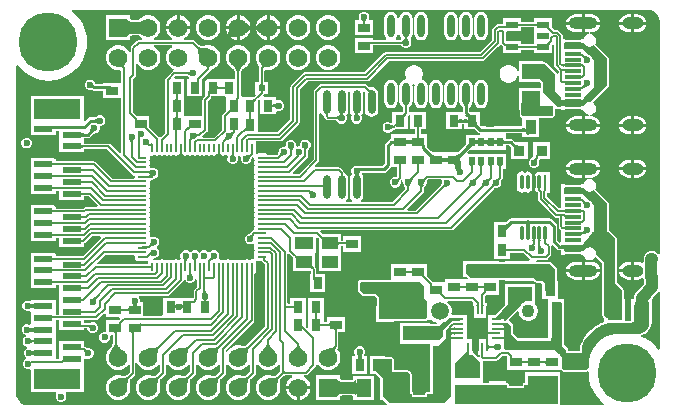
<source format=gtl>
G04*
G04 #@! TF.GenerationSoftware,Altium Limited,Altium Designer,22.7.1 (60)*
G04*
G04 Layer_Physical_Order=1*
G04 Layer_Color=255*
%FSLAX44Y44*%
%MOMM*%
G71*
G04*
G04 #@! TF.SameCoordinates,186F2EC3-0C17-4490-BAB8-18F5E94287E0*
G04*
G04*
G04 #@! TF.FilePolarity,Positive*
G04*
G01*
G75*
%ADD10C,0.2540*%
%ADD12C,0.2032*%
%ADD15C,0.1524*%
%ADD40R,1.2700X1.5240*%
%ADD41O,0.2794X1.2700*%
%ADD42R,0.2794X1.2700*%
%ADD43R,0.8000X1.0000*%
%ADD44R,1.0000X0.8000*%
%ADD45R,2.1000X1.2000*%
%ADD46R,0.8000X0.2500*%
%ADD47R,1.5000X1.5000*%
%ADD48R,0.2500X0.8000*%
%ADD49R,1.0000X0.5500*%
%ADD50R,1.5240X1.2700*%
%ADD51R,1.4500X0.3000*%
%ADD52R,3.4000X3.0000*%
%ADD53O,0.6096X2.0320*%
%ADD54R,0.5000X0.7620*%
%ADD55R,0.9144X1.2700*%
%ADD56R,0.9144X0.9144*%
%ADD57O,0.6096X1.8796*%
%ADD58O,0.8000X0.2000*%
%ADD59O,0.2000X0.8000*%
%ADD60R,7.0000X7.0000*%
%ADD61R,4.0000X1.8000*%
%ADD62R,1.6000X0.5000*%
%ADD63R,0.5500X0.5000*%
%ADD64R,1.5000X1.0000*%
%ADD65R,1.4000X1.0000*%
%ADD100C,1.0160*%
%ADD101C,0.6350*%
%ADD102C,0.2286*%
%ADD103C,0.3810*%
%ADD104C,0.8890*%
%ADD105C,0.5080*%
%ADD106C,0.1778*%
%ADD107C,1.5000*%
%ADD108C,1.1000*%
%ADD109O,2.4000X1.0000*%
%ADD110O,1.8000X1.0000*%
%ADD111C,5.0000*%
%ADD112R,1.5748X1.5748*%
%ADD113C,1.5748*%
%ADD114C,0.6000*%
G36*
X539927Y-2914D02*
X542372Y-3926D01*
X544471Y-5537D01*
X546082Y-7636D01*
X547094Y-10081D01*
X547436Y-12676D01*
X547431Y-12704D01*
X547430Y-209111D01*
X546161Y-209542D01*
X545476Y-208650D01*
X544096Y-207591D01*
X542490Y-206926D01*
X540766Y-206699D01*
X539042Y-206926D01*
X537435Y-207591D01*
X536056Y-208650D01*
X535802Y-208904D01*
X534743Y-210284D01*
X534078Y-211890D01*
X533851Y-213614D01*
X533851Y-213614D01*
Y-216593D01*
X532712Y-217155D01*
X532463Y-216964D01*
X530628Y-216204D01*
X528660Y-215945D01*
X525930D01*
Y-223550D01*
Y-231155D01*
X528660D01*
X530628Y-230896D01*
X532463Y-230136D01*
X532653Y-229990D01*
X534008Y-230551D01*
X534078Y-231086D01*
X534105Y-231151D01*
Y-234985D01*
X527420Y-241670D01*
X526361Y-243050D01*
X525696Y-244656D01*
X525469Y-246380D01*
X524727Y-247396D01*
X523240D01*
Y-265886D01*
X523117Y-265923D01*
X522869Y-265928D01*
X519058Y-265928D01*
X518160Y-265030D01*
Y-247396D01*
X517270D01*
Y-240030D01*
X516786Y-238864D01*
X510920Y-232997D01*
Y-196342D01*
X510436Y-195176D01*
X505102Y-189842D01*
X504316Y-189516D01*
Y-166688D01*
X503832Y-165522D01*
X492787Y-154476D01*
X492742Y-154328D01*
X493255Y-153560D01*
X493675Y-151450D01*
X493255Y-149340D01*
X492060Y-147550D01*
X490271Y-146355D01*
X488915Y-146085D01*
X488613Y-146025D01*
X488738Y-144755D01*
X489860D01*
X491828Y-144496D01*
X493662Y-143736D01*
X495238Y-142528D01*
X496446Y-140953D01*
X497206Y-139118D01*
X497298Y-138420D01*
X484130D01*
Y-144755D01*
X487582D01*
X487707Y-146025D01*
X487405Y-146085D01*
X486049Y-146355D01*
X484260Y-147550D01*
X483065Y-149340D01*
X482872Y-150310D01*
X463920D01*
Y-158390D01*
Y-170570D01*
X463282Y-170697D01*
X462879Y-170966D01*
X462219D01*
X452045Y-160792D01*
Y-157643D01*
X452208Y-157480D01*
X454627D01*
Y-139700D01*
X446753D01*
Y-139700D01*
X445690Y-139623D01*
X445522Y-139656D01*
X444154Y-139928D01*
X442852Y-140799D01*
X441981Y-142101D01*
X441676Y-143637D01*
Y-153543D01*
X441981Y-155079D01*
X442852Y-156381D01*
X443833Y-157037D01*
X444042Y-157350D01*
X444335Y-157643D01*
Y-163020D01*
X444513Y-163912D01*
X445018Y-164668D01*
X458343Y-177992D01*
X459099Y-178498D01*
X459991Y-178675D01*
X461843D01*
Y-186108D01*
X462021Y-187000D01*
X462526Y-187756D01*
X463530Y-188760D01*
X463920Y-189021D01*
Y-199269D01*
X462650Y-199795D01*
X460557Y-197702D01*
Y-185674D01*
X460340Y-184584D01*
X459722Y-183660D01*
X459722Y-183660D01*
X456166Y-180104D01*
X455242Y-179486D01*
X454152Y-179269D01*
X454152Y-179269D01*
X436072D01*
X436013Y-179230D01*
X435817Y-179269D01*
X435563D01*
X435367Y-179230D01*
X435309Y-179269D01*
X421602D01*
X420512Y-179486D01*
X419588Y-180104D01*
X419588Y-180104D01*
X418021Y-181670D01*
X417863Y-181730D01*
X417403Y-182160D01*
X407480D01*
Y-197240D01*
X407480D01*
Y-198454D01*
X407480D01*
Y-213534D01*
X420560D01*
Y-208325D01*
X431851D01*
X437296Y-213770D01*
X437160Y-214470D01*
X436824Y-215040D01*
X416220D01*
Y-216076D01*
X411400D01*
Y-215710D01*
X396320D01*
Y-215710D01*
X396198D01*
Y-215710D01*
X381118D01*
Y-228790D01*
X383937D01*
X384924Y-229777D01*
X384438Y-230950D01*
X381118D01*
Y-230950D01*
X380958D01*
Y-230950D01*
X365878D01*
Y-232302D01*
X365680Y-233490D01*
X355781D01*
X355550Y-233144D01*
X350440Y-228034D01*
Y-218250D01*
X335360D01*
Y-218250D01*
X335238D01*
Y-218250D01*
X320158D01*
Y-231268D01*
X294640D01*
X293474Y-231752D01*
X292458Y-232768D01*
X291974Y-233934D01*
Y-240030D01*
X292458Y-241196D01*
X295506Y-244244D01*
X296672Y-244728D01*
X306403D01*
X308484Y-246809D01*
Y-253810D01*
X307420D01*
Y-266890D01*
X322500D01*
Y-265810D01*
X349250D01*
X350416Y-265326D01*
X350603Y-265140D01*
X353400D01*
Y-265140D01*
X354050Y-264871D01*
X355023Y-265844D01*
X357313Y-267166D01*
X358351Y-267444D01*
X358964Y-268923D01*
X358853Y-269114D01*
X353400D01*
Y-268260D01*
X327320D01*
Y-285340D01*
X352616D01*
Y-299729D01*
X352616D01*
Y-299927D01*
X352616D01*
Y-315007D01*
X352616D01*
Y-315167D01*
X352616D01*
Y-326264D01*
X350456D01*
X349290Y-326748D01*
X348806Y-327914D01*
Y-328597D01*
X339026D01*
Y-327914D01*
X338542Y-326748D01*
X337438Y-326290D01*
X337438Y-310896D01*
X337225Y-310383D01*
X336954Y-309729D01*
X335430Y-308206D01*
X334264Y-307722D01*
X322452D01*
Y-298450D01*
X321968Y-297284D01*
X320802Y-296800D01*
X315150D01*
Y-296028D01*
X302070D01*
Y-311108D01*
X307251D01*
X310896Y-314753D01*
Y-332740D01*
X313389D01*
X316806Y-336157D01*
X316280Y-337427D01*
X13964Y-337427D01*
X12704Y-337426D01*
X11496Y-337277D01*
X10081Y-337090D01*
X7636Y-336078D01*
X5537Y-334467D01*
X3926Y-332368D01*
X2914Y-329923D01*
X2729Y-328518D01*
X2578Y-327300D01*
X2578Y-327300D01*
X2577Y-326055D01*
X2578Y-50104D01*
X3848Y-49636D01*
X6849Y-53151D01*
X10756Y-56487D01*
X15136Y-59172D01*
X19883Y-61137D01*
X24878Y-62337D01*
X30000Y-62740D01*
X35122Y-62337D01*
X40117Y-61137D01*
X44864Y-59172D01*
X49244Y-56487D01*
X53151Y-53151D01*
X56487Y-49244D01*
X59172Y-44864D01*
X61137Y-40117D01*
X62337Y-35122D01*
X62740Y-30000D01*
X62337Y-24878D01*
X61137Y-19883D01*
X59172Y-15136D01*
X56487Y-10756D01*
X53151Y-6849D01*
X49636Y-3848D01*
X50104Y-2578D01*
X537304D01*
X537332Y-2572D01*
X539927Y-2914D01*
D02*
G37*
G36*
X451477Y-154887D02*
X451471Y-154912D01*
X451467Y-154953D01*
X451460Y-155085D01*
X451452Y-155702D01*
X449928D01*
X449898Y-154879D01*
X451483D01*
X451477Y-154887D01*
D02*
G37*
G36*
X483557Y-164516D02*
X483763Y-164666D01*
X483989Y-164797D01*
X484235Y-164910D01*
X484500Y-165006D01*
X484786Y-165083D01*
X485091Y-165142D01*
X485416Y-165184D01*
X485761Y-165207D01*
X486126Y-165212D01*
X483156Y-168182D01*
X483151Y-167817D01*
X483128Y-167472D01*
X483086Y-167147D01*
X483027Y-166842D01*
X482950Y-166556D01*
X482854Y-166291D01*
X482741Y-166045D01*
X482609Y-165819D01*
X482460Y-165613D01*
X482293Y-165426D01*
X483370Y-164349D01*
X483557Y-164516D01*
D02*
G37*
G36*
X480911Y-171721D02*
X480949Y-171798D01*
X481011Y-171866D01*
X481098Y-171925D01*
X481211Y-171975D01*
X481348Y-172015D01*
X481510Y-172047D01*
X481696Y-172070D01*
X481908Y-172083D01*
X482145Y-172088D01*
Y-173612D01*
X481908Y-173617D01*
X481510Y-173653D01*
X481348Y-173685D01*
X481211Y-173725D01*
X481098Y-173775D01*
X481011Y-173834D01*
X480949Y-173902D01*
X480911Y-173979D01*
X480899Y-174065D01*
Y-171635D01*
X480911Y-171721D01*
D02*
G37*
G36*
X466491Y-174319D02*
X466475Y-174185D01*
X466429Y-174065D01*
X466353Y-173959D01*
X466247Y-173867D01*
X466110Y-173789D01*
X465942Y-173725D01*
X465744Y-173676D01*
X465515Y-173640D01*
X465256Y-173619D01*
X464967Y-173612D01*
Y-172088D01*
X465256Y-172081D01*
X465515Y-172060D01*
X465744Y-172024D01*
X465942Y-171975D01*
X466110Y-171911D01*
X466247Y-171833D01*
X466353Y-171741D01*
X466429Y-171635D01*
X466475Y-171515D01*
X466491Y-171381D01*
Y-174319D01*
D02*
G37*
G36*
X465256Y-175879D02*
X465744Y-175920D01*
X465942Y-175955D01*
X466110Y-176001D01*
X466247Y-176056D01*
X466353Y-176122D01*
X466429Y-176198D01*
X466475Y-176284D01*
X466491Y-176381D01*
Y-178160D01*
X466475Y-178015D01*
X466429Y-177886D01*
X466353Y-177771D01*
X466247Y-177672D01*
X466110Y-177589D01*
X465942Y-177520D01*
X465744Y-177467D01*
X465515Y-177428D01*
X465256Y-177406D01*
X464967Y-177398D01*
Y-175874D01*
X465256Y-175879D01*
D02*
G37*
G36*
X480941Y-181399D02*
X480974Y-181415D01*
X481029Y-181430D01*
X481106Y-181443D01*
X481206Y-181453D01*
X481637Y-181474D01*
X482034Y-181478D01*
Y-183002D01*
X481820Y-183005D01*
X481458Y-183032D01*
X481310Y-183056D01*
X481186Y-183087D01*
X481083Y-183125D01*
X481003Y-183170D01*
X480946Y-183221D01*
X480911Y-183279D01*
X480899Y-183344D01*
X480929Y-181381D01*
X480941Y-181399D01*
D02*
G37*
G36*
X419786Y-185730D02*
X419324Y-186210D01*
X418587Y-187088D01*
X418312Y-187487D01*
X418098Y-187859D01*
X417947Y-188205D01*
X417857Y-188524D01*
X417829Y-188817D01*
X417863Y-189083D01*
X417959Y-189323D01*
X415397Y-184761D01*
X415548Y-184946D01*
X415744Y-185050D01*
X415987Y-185072D01*
X416277Y-185011D01*
X416613Y-184870D01*
X416995Y-184646D01*
X417424Y-184341D01*
X417900Y-183954D01*
X418989Y-182934D01*
X419786Y-185730D01*
D02*
G37*
G36*
X439500Y-183388D02*
X439017Y-183413D01*
X438586Y-183490D01*
X438205Y-183617D01*
X437874Y-183794D01*
X437595Y-184023D01*
X437366Y-184302D01*
X437189Y-184633D01*
X437062Y-185014D01*
X436985Y-185445D01*
X436973Y-185679D01*
X436977Y-186284D01*
X434403D01*
X434406Y-186254D01*
X434409Y-186173D01*
X434411Y-185754D01*
X434395Y-185445D01*
X434318Y-185014D01*
X434191Y-184633D01*
X434014Y-184302D01*
X433785Y-184023D01*
X433506Y-183794D01*
X433175Y-183617D01*
X432794Y-183490D01*
X432363Y-183413D01*
X431880Y-183388D01*
X435690Y-180848D01*
X439500Y-183388D01*
D02*
G37*
G36*
X466491Y-186381D02*
X466521Y-188424D01*
X466506Y-188320D01*
X466465Y-188226D01*
X466397Y-188144D01*
X466302Y-188072D01*
X466181Y-188012D01*
X466034Y-187962D01*
X465859Y-187924D01*
X465659Y-187896D01*
X465432Y-187880D01*
X465178Y-187874D01*
Y-186350D01*
X466491Y-186381D01*
D02*
G37*
G36*
X485117Y-192298D02*
X484843Y-192209D01*
X484580Y-192148D01*
X484328Y-192114D01*
X484086Y-192108D01*
X483855Y-192129D01*
X483634Y-192178D01*
X483423Y-192255D01*
X483224Y-192359D01*
X483034Y-192491D01*
X482856Y-192651D01*
X482317Y-191904D01*
Y-192874D01*
X482053Y-192880D01*
X481817Y-192899D01*
X481609Y-192930D01*
X481429Y-192974D01*
X481276Y-193030D01*
X481152Y-193099D01*
X481054Y-193180D01*
X480985Y-193274D01*
X480943Y-193381D01*
X480929Y-193499D01*
Y-191381D01*
X480943Y-191375D01*
X480985Y-191369D01*
X481054Y-191365D01*
X481994Y-191354D01*
X482126Y-191212D01*
X482289Y-191010D01*
X482442Y-190792D01*
X482585Y-190557D01*
X482718Y-190307D01*
X482841Y-190040D01*
X483056Y-189459D01*
X483149Y-189144D01*
X483232Y-188814D01*
X485117Y-192298D01*
D02*
G37*
G36*
X451877Y-197419D02*
X451788Y-197593D01*
X451709Y-197778D01*
X451641Y-197973D01*
X451583Y-198181D01*
X451536Y-198399D01*
X451499Y-198628D01*
X451457Y-199119D01*
X451452Y-199381D01*
X449928D01*
X449923Y-199119D01*
X449881Y-198628D01*
X449844Y-198399D01*
X449797Y-198181D01*
X449739Y-197973D01*
X449671Y-197778D01*
X449592Y-197593D01*
X449503Y-197419D01*
X449403Y-197256D01*
X451977D01*
X451877Y-197419D01*
D02*
G37*
G36*
X446877D02*
X446788Y-197593D01*
X446709Y-197778D01*
X446641Y-197973D01*
X446583Y-198181D01*
X446536Y-198399D01*
X446499Y-198628D01*
X446457Y-199119D01*
X446452Y-199381D01*
X444928D01*
X444923Y-199119D01*
X444881Y-198628D01*
X444844Y-198399D01*
X444797Y-198181D01*
X444739Y-197973D01*
X444671Y-197778D01*
X444592Y-197593D01*
X444503Y-197419D01*
X444403Y-197256D01*
X446977D01*
X446877Y-197419D01*
D02*
G37*
G36*
X441877D02*
X441788Y-197593D01*
X441709Y-197778D01*
X441641Y-197973D01*
X441583Y-198181D01*
X441536Y-198399D01*
X441499Y-198628D01*
X441457Y-199119D01*
X441452Y-199381D01*
X439928D01*
X439923Y-199119D01*
X439881Y-198628D01*
X439844Y-198399D01*
X439797Y-198181D01*
X439739Y-197973D01*
X439671Y-197778D01*
X439592Y-197593D01*
X439502Y-197419D01*
X439403Y-197256D01*
X441977D01*
X441877Y-197419D01*
D02*
G37*
G36*
X484260Y-155350D02*
X486049Y-156545D01*
X488160Y-156965D01*
X490271Y-156545D01*
X491621Y-155643D01*
X502666Y-166688D01*
Y-190056D01*
X501714Y-191008D01*
X503936D01*
X509270Y-196342D01*
Y-233680D01*
X515620Y-240030D01*
Y-263652D01*
X502920D01*
X500634Y-261366D01*
Y-216662D01*
X493600Y-209628D01*
X493675Y-209250D01*
X493255Y-207139D01*
X492060Y-205350D01*
X490271Y-204155D01*
X488160Y-203735D01*
X488160D01*
X486049Y-204155D01*
X484260Y-205350D01*
X483118Y-207060D01*
X466344D01*
Y-204705D01*
X466262Y-204678D01*
X466084Y-204643D01*
X465855Y-204612D01*
X465246Y-204568D01*
X463951Y-204543D01*
Y-202003D01*
X466491Y-201880D01*
Y-201890D01*
X480929D01*
Y-201880D01*
X480943Y-201875D01*
X480982Y-201870D01*
X481047Y-201865D01*
X481988Y-201850D01*
X482236Y-201850D01*
Y-201890D01*
X483500D01*
Y-199570D01*
X487426Y-195644D01*
Y-193855D01*
X488719Y-193319D01*
X489991Y-192047D01*
X490421Y-191008D01*
X491490D01*
Y-167958D01*
X490564Y-167032D01*
X489991Y-165649D01*
X488719Y-164377D01*
X487336Y-163804D01*
X483500Y-159968D01*
Y-158810D01*
X482524D01*
Y-158850D01*
X480929Y-158820D01*
X480929Y-158810D01*
X466598D01*
Y-153640D01*
X483118D01*
X484260Y-155350D01*
D02*
G37*
G36*
X446467Y-202540D02*
X446512Y-202793D01*
X446587Y-203028D01*
X446692Y-203244D01*
X446827Y-203442D01*
X446992Y-203621D01*
X447187Y-203782D01*
X447412Y-203923D01*
X447666Y-204047D01*
X447951Y-204152D01*
X444224Y-205975D01*
X444358Y-205596D01*
X444675Y-204505D01*
X444752Y-204157D01*
X444865Y-203484D01*
X444900Y-203158D01*
X444928Y-202531D01*
X446452Y-202268D01*
X446467Y-202540D01*
D02*
G37*
G36*
X417975Y-204615D02*
X418021Y-204744D01*
X418099Y-204859D01*
X418208Y-204958D01*
X418348Y-205042D01*
X418519Y-205110D01*
X418721Y-205163D01*
X418954Y-205201D01*
X419218Y-205224D01*
X419514Y-205232D01*
Y-206756D01*
X419218Y-206764D01*
X418954Y-206786D01*
X418721Y-206825D01*
X418519Y-206878D01*
X418348Y-206947D01*
X418208Y-207030D01*
X418099Y-207129D01*
X418021Y-207244D01*
X417975Y-207373D01*
X417959Y-207518D01*
Y-204470D01*
X417975Y-204615D01*
D02*
G37*
G36*
X337930Y-226314D02*
X337915Y-226169D01*
X337869Y-226040D01*
X337793Y-225925D01*
X337687Y-225826D01*
X337550Y-225742D01*
X337382Y-225674D01*
X337184Y-225621D01*
X336955Y-225583D01*
X336696Y-225560D01*
X336407Y-225552D01*
Y-224028D01*
X336696Y-224020D01*
X336955Y-223997D01*
X337184Y-223959D01*
X337382Y-223906D01*
X337550Y-223838D01*
X337687Y-223754D01*
X337793Y-223655D01*
X337869Y-223540D01*
X337915Y-223411D01*
X337930Y-223266D01*
Y-226314D01*
D02*
G37*
G36*
X332683Y-223411D02*
X332729Y-223540D01*
X332805Y-223655D01*
X332911Y-223754D01*
X333049Y-223838D01*
X333216Y-223906D01*
X333414Y-223959D01*
X333643Y-223997D01*
X333902Y-224020D01*
X334192Y-224028D01*
Y-225552D01*
X333902Y-225560D01*
X333643Y-225583D01*
X333414Y-225621D01*
X333216Y-225674D01*
X333049Y-225742D01*
X332911Y-225826D01*
X332805Y-225925D01*
X332729Y-226040D01*
X332683Y-226169D01*
X332668Y-226314D01*
Y-223266D01*
X332683Y-223411D01*
D02*
G37*
G36*
X347756Y-226720D02*
X347716Y-226858D01*
X347719Y-227018D01*
X347765Y-227200D01*
X347854Y-227405D01*
X347987Y-227631D01*
X348162Y-227880D01*
X348381Y-228151D01*
X348947Y-228759D01*
X347869Y-229837D01*
X347554Y-229532D01*
X346990Y-229052D01*
X346741Y-228877D01*
X346515Y-228744D01*
X346310Y-228655D01*
X346128Y-228609D01*
X345968Y-228606D01*
X345830Y-228646D01*
X345714Y-228729D01*
X347839Y-226604D01*
X347756Y-226720D01*
D02*
G37*
G36*
X458470Y-221906D02*
Y-235073D01*
X458581Y-235091D01*
X458470Y-235091D01*
Y-245110D01*
X450850D01*
Y-235061D01*
X450690Y-235061D01*
X450685Y-235013D01*
X450680Y-234871D01*
X450679Y-234779D01*
X448310Y-232410D01*
X443230D01*
X440690Y-229870D01*
X387350D01*
X383540Y-226060D01*
Y-218440D01*
X384254Y-217726D01*
X454290D01*
X458470Y-221906D01*
D02*
G37*
G36*
X354669Y-235037D02*
X354710Y-235451D01*
X354745Y-235620D01*
X354791Y-235762D01*
X354846Y-235879D01*
X354912Y-235971D01*
X354988Y-236036D01*
X355074Y-236077D01*
X355171Y-236091D01*
X353171Y-236061D01*
X353165Y-236048D01*
X353159Y-236010D01*
X353155Y-235946D01*
X353140Y-235033D01*
X353140Y-234792D01*
X354664D01*
X354669Y-235037D01*
D02*
G37*
G36*
X398890Y-239014D02*
X398875Y-238869D01*
X398829Y-238740D01*
X398753Y-238625D01*
X398647Y-238526D01*
X398509Y-238442D01*
X398342Y-238374D01*
X398144Y-238321D01*
X397915Y-238283D01*
X397656Y-238260D01*
X397366Y-238252D01*
Y-236728D01*
X397656Y-236720D01*
X397915Y-236698D01*
X398144Y-236659D01*
X398342Y-236606D01*
X398509Y-236537D01*
X398647Y-236454D01*
X398753Y-236355D01*
X398829Y-236240D01*
X398875Y-236111D01*
X398890Y-235966D01*
Y-239014D01*
D02*
G37*
G36*
X393643Y-236111D02*
X393689Y-236240D01*
X393765Y-236355D01*
X393871Y-236454D01*
X394008Y-236537D01*
X394176Y-236606D01*
X394374Y-236659D01*
X394603Y-236698D01*
X394862Y-236720D01*
X395151Y-236728D01*
Y-238252D01*
X394862Y-238260D01*
X394603Y-238283D01*
X394374Y-238321D01*
X394176Y-238374D01*
X394008Y-238442D01*
X393871Y-238526D01*
X393765Y-238625D01*
X393689Y-238740D01*
X393643Y-238869D01*
X393628Y-239014D01*
Y-235966D01*
X393643Y-236111D01*
D02*
G37*
G36*
X383719Y-239014D02*
X383703Y-238869D01*
X383657Y-238740D01*
X383579Y-238625D01*
X383470Y-238526D01*
X383330Y-238442D01*
X383159Y-238374D01*
X382957Y-238321D01*
X382724Y-238283D01*
X382460Y-238260D01*
X382164Y-238252D01*
Y-236728D01*
X382460Y-236720D01*
X382724Y-236698D01*
X382957Y-236659D01*
X383159Y-236606D01*
X383330Y-236537D01*
X383470Y-236454D01*
X383579Y-236355D01*
X383657Y-236240D01*
X383703Y-236111D01*
X383719Y-235966D01*
Y-239014D01*
D02*
G37*
G36*
X378403Y-236111D02*
X378448Y-236240D01*
X378525Y-236355D01*
X378631Y-236454D01*
X378769Y-236537D01*
X378936Y-236606D01*
X379134Y-236659D01*
X379363Y-236698D01*
X379622Y-236720D01*
X379911Y-236728D01*
Y-238252D01*
X379622Y-238260D01*
X379363Y-238283D01*
X379134Y-238321D01*
X378936Y-238374D01*
X378769Y-238442D01*
X378631Y-238526D01*
X378525Y-238625D01*
X378448Y-238740D01*
X378403Y-238869D01*
X378387Y-239014D01*
Y-235966D01*
X378403Y-236111D01*
D02*
G37*
G36*
X363023Y-241963D02*
X362980Y-242103D01*
Y-242264D01*
X363023Y-242448D01*
X363110Y-242652D01*
X363239Y-242879D01*
X363411Y-243127D01*
X363627Y-243396D01*
X364187Y-244000D01*
X363110Y-245077D01*
X362797Y-244775D01*
X362237Y-244301D01*
X361989Y-244129D01*
X361763Y-244000D01*
X361558Y-243913D01*
X361375Y-243870D01*
X361213D01*
X361073Y-243913D01*
X360954Y-244000D01*
X363110Y-241844D01*
X363023Y-241963D01*
D02*
G37*
G36*
X547430Y-241993D02*
Y-289905D01*
X546161Y-290373D01*
X543151Y-286849D01*
X539244Y-283513D01*
X534864Y-280828D01*
X531819Y-279568D01*
X531949Y-278247D01*
X532505Y-278136D01*
X532645Y-278042D01*
X532814D01*
X534432Y-277372D01*
X534552Y-277253D01*
X534717Y-277220D01*
X536173Y-276247D01*
X536267Y-276106D01*
X536423Y-276042D01*
X537662Y-274803D01*
X537726Y-274647D01*
X537867Y-274554D01*
X538840Y-273097D01*
X538872Y-272932D01*
X538992Y-272812D01*
X539662Y-271194D01*
Y-271025D01*
X539756Y-270885D01*
X540098Y-269167D01*
X540065Y-269002D01*
X540129Y-268846D01*
X541020Y-267716D01*
X541020D01*
Y-247396D01*
X541020Y-247396D01*
X541020D01*
X541572Y-246358D01*
X545476Y-242454D01*
X545476Y-242454D01*
X546161Y-241562D01*
X547430Y-241993D01*
D02*
G37*
G36*
X398115Y-251966D02*
X398151Y-252454D01*
X398183Y-252652D01*
X398224Y-252819D01*
X398275Y-252957D01*
X398334Y-253063D01*
X398403Y-253139D01*
X398481Y-253185D01*
X398568Y-253200D01*
X396129D01*
X396216Y-253185D01*
X396293Y-253139D01*
X396362Y-253063D01*
X396421Y-252957D01*
X396472Y-252819D01*
X396513Y-252652D01*
X396545Y-252454D01*
X396568Y-252225D01*
X396586Y-251677D01*
X398110D01*
X398115Y-251966D01*
D02*
G37*
G36*
X394115D02*
X394151Y-252454D01*
X394183Y-252652D01*
X394224Y-252819D01*
X394275Y-252957D01*
X394334Y-253063D01*
X394403Y-253139D01*
X394481Y-253185D01*
X394568Y-253200D01*
X392129D01*
X392215Y-253185D01*
X392293Y-253139D01*
X392362Y-253063D01*
X392421Y-252957D01*
X392472Y-252819D01*
X392513Y-252652D01*
X392545Y-252454D01*
X392568Y-252225D01*
X392586Y-251677D01*
X394110D01*
X394115Y-251966D01*
D02*
G37*
G36*
X402481Y-261155D02*
X402403Y-261201D01*
X402334Y-261277D01*
X402275Y-261383D01*
X402224Y-261521D01*
X402183Y-261688D01*
X402151Y-261886D01*
X402128Y-262115D01*
X402110Y-262663D01*
X400586D01*
X400582Y-262374D01*
X400545Y-261886D01*
X400513Y-261688D01*
X400472Y-261521D01*
X400421Y-261383D01*
X400362Y-261277D01*
X400293Y-261201D01*
X400215Y-261155D01*
X400129Y-261140D01*
X402568D01*
X402481Y-261155D01*
D02*
G37*
G36*
X347726Y-236220D02*
Y-246888D01*
X350774Y-249936D01*
Y-262636D01*
X349250Y-264160D01*
X310134D01*
Y-246126D01*
X307086Y-243078D01*
X296672D01*
X293624Y-240030D01*
Y-233934D01*
X294640Y-232918D01*
X344424D01*
X347726Y-236220D01*
D02*
G37*
G36*
X416220Y-232120D02*
X440607D01*
X442064Y-233576D01*
X443230Y-234060D01*
X444063D01*
X444870Y-234394D01*
X446670D01*
X446967Y-234271D01*
X448120Y-235076D01*
Y-247570D01*
X451996D01*
X453200Y-247730D01*
Y-261700D01*
X453200Y-262810D01*
X453200D01*
X453200Y-262970D01*
X453200D01*
Y-278050D01*
X453200D01*
X453200Y-278210D01*
X453200D01*
X453200Y-280215D01*
X452040Y-280480D01*
Y-280480D01*
X436960D01*
Y-280480D01*
X436800D01*
Y-280480D01*
X427339D01*
X424012Y-277154D01*
X423370Y-276887D01*
Y-270082D01*
X422886Y-268916D01*
X420520Y-266550D01*
X420387Y-266494D01*
X420089Y-264996D01*
X426975Y-258110D01*
X428148Y-258596D01*
Y-258869D01*
X428696Y-260913D01*
X429754Y-262747D01*
X431251Y-264244D01*
X433085Y-265302D01*
X435130Y-265850D01*
X437247D01*
X439291Y-265302D01*
X441125Y-264244D01*
X442622Y-262747D01*
X443680Y-260913D01*
X444228Y-258869D01*
Y-256751D01*
X443680Y-254707D01*
X442622Y-252873D01*
X442619Y-252871D01*
X442300Y-252320D01*
Y-235240D01*
X416220D01*
Y-252320D01*
X416220Y-252320D01*
X416220D01*
X415803Y-253440D01*
X408363Y-260880D01*
X402308D01*
Y-260880D01*
X401138Y-260638D01*
Y-250630D01*
X399679D01*
Y-244967D01*
X400616Y-244030D01*
X411400D01*
Y-231520D01*
X416220D01*
Y-232120D01*
D02*
G37*
G36*
X380520Y-263610D02*
X379907Y-264880D01*
X373879D01*
Y-265889D01*
X373856Y-265875D01*
X373787Y-265862D01*
X373673Y-265851D01*
X373056Y-265825D01*
X371593Y-265813D01*
Y-264880D01*
X371308D01*
Y-266486D01*
X363728Y-274066D01*
Y-279400D01*
X360426Y-282702D01*
X340360D01*
X329946Y-272288D01*
X331470Y-270764D01*
X360680D01*
X363991Y-267453D01*
X365063Y-267166D01*
X367353Y-265844D01*
X369222Y-263975D01*
X369555Y-263398D01*
X380352D01*
X380520Y-263610D01*
D02*
G37*
G36*
X439674Y-249682D02*
X433070D01*
X431545Y-251207D01*
X431251Y-251376D01*
X429754Y-252873D01*
X429585Y-253167D01*
X416814Y-265938D01*
X415388D01*
Y-264880D01*
X412770D01*
X412713Y-265010D01*
X412667Y-265192D01*
X412664Y-265352D01*
X412704Y-265490D01*
X412787Y-265606D01*
X412061Y-264880D01*
X406789D01*
X406176Y-263610D01*
X406344Y-263398D01*
X408178D01*
X418846Y-252730D01*
Y-237998D01*
X439674D01*
Y-249682D01*
D02*
G37*
G36*
X373879Y-269890D02*
X373863Y-269891D01*
X373818Y-269892D01*
X372628Y-269895D01*
X372725Y-270206D01*
X371083Y-271717D01*
X371191Y-271766D01*
X371359Y-271817D01*
X371557Y-271857D01*
X372044Y-271902D01*
X372334Y-271908D01*
Y-273432D01*
X372044Y-273447D01*
X371785Y-273493D01*
X371557Y-273569D01*
X371359Y-273676D01*
X371191Y-273813D01*
X371054Y-273981D01*
X370947Y-274179D01*
X370871Y-274407D01*
X370840Y-274583D01*
Y-274757D01*
X370871Y-274933D01*
X370947Y-275161D01*
X371054Y-275359D01*
X371191Y-275527D01*
X371359Y-275664D01*
X371557Y-275771D01*
X371785Y-275847D01*
X372044Y-275893D01*
X372334Y-275908D01*
Y-277432D01*
X372044Y-277447D01*
X371785Y-277493D01*
X371557Y-277569D01*
X371359Y-277676D01*
X371191Y-277813D01*
X371054Y-277981D01*
X370947Y-278179D01*
X370871Y-278407D01*
X370840Y-278583D01*
Y-278757D01*
X370871Y-278933D01*
X370947Y-279161D01*
X371054Y-279359D01*
X371191Y-279527D01*
X371359Y-279664D01*
X371557Y-279771D01*
X371785Y-279847D01*
X372044Y-279893D01*
X372334Y-279908D01*
Y-281432D01*
X372044Y-281447D01*
X371785Y-281493D01*
X371557Y-281569D01*
X371359Y-281676D01*
X371191Y-281813D01*
X371054Y-281981D01*
X370947Y-282179D01*
X370871Y-282407D01*
X370840Y-282583D01*
Y-330200D01*
X365252Y-335788D01*
X318770D01*
X313182Y-330200D01*
Y-314706D01*
X307340Y-308864D01*
X304546D01*
Y-298450D01*
X320802D01*
Y-309372D01*
X334264D01*
X335788Y-310896D01*
X335788Y-327914D01*
X337376D01*
Y-330247D01*
X350456D01*
Y-327914D01*
X355254D01*
Y-292192D01*
X366430Y-281016D01*
Y-273904D01*
X371567Y-268767D01*
X372305Y-268867D01*
X372355Y-269025D01*
Y-268372D01*
X372648Y-268364D01*
X372911Y-268342D01*
X373143Y-268303D01*
X373344Y-268250D01*
X373515Y-268181D01*
X373655Y-268098D01*
X373765Y-267999D01*
X373844Y-267884D01*
X373892Y-267755D01*
X373909Y-267610D01*
X373879Y-269890D01*
D02*
G37*
G36*
Y-273890D02*
X373863Y-273803D01*
X373818Y-273725D01*
X373741Y-273656D01*
X373635Y-273597D01*
X373498Y-273546D01*
X373330Y-273505D01*
X373132Y-273473D01*
X372903Y-273450D01*
X372355Y-273432D01*
Y-271908D01*
X372644Y-271903D01*
X373132Y-271867D01*
X373330Y-271835D01*
X373498Y-271794D01*
X373635Y-271743D01*
X373741Y-271684D01*
X373818Y-271615D01*
X373863Y-271537D01*
X373879Y-271451D01*
Y-273890D01*
D02*
G37*
G36*
X404879Y-277889D02*
X404863Y-277803D01*
X404818Y-277725D01*
X404741Y-277656D01*
X404635Y-277597D01*
X404497Y-277546D01*
X404330Y-277505D01*
X404132Y-277473D01*
X403903Y-277450D01*
X403354Y-277432D01*
Y-275908D01*
X403644Y-275903D01*
X404132Y-275867D01*
X404330Y-275835D01*
X404497Y-275794D01*
X404635Y-275743D01*
X404741Y-275684D01*
X404818Y-275615D01*
X404863Y-275537D01*
X404879Y-275450D01*
Y-277889D01*
D02*
G37*
G36*
X373879D02*
X373863Y-277803D01*
X373818Y-277725D01*
X373741Y-277656D01*
X373635Y-277597D01*
X373498Y-277546D01*
X373330Y-277505D01*
X373132Y-277473D01*
X372903Y-277450D01*
X372355Y-277432D01*
Y-275908D01*
X372644Y-275903D01*
X373132Y-275867D01*
X373330Y-275835D01*
X373498Y-275794D01*
X373635Y-275743D01*
X373741Y-275684D01*
X373818Y-275615D01*
X373863Y-275537D01*
X373879Y-275450D01*
Y-277889D01*
D02*
G37*
G36*
X373879Y-281889D02*
X373863Y-281803D01*
X373818Y-281725D01*
X373741Y-281656D01*
X373635Y-281597D01*
X373498Y-281546D01*
X373330Y-281505D01*
X373132Y-281473D01*
X372903Y-281450D01*
X372355Y-281432D01*
Y-279908D01*
X372644Y-279903D01*
X373132Y-279867D01*
X373330Y-279835D01*
X373498Y-279794D01*
X373635Y-279743D01*
X373741Y-279684D01*
X373818Y-279615D01*
X373863Y-279537D01*
X373879Y-279450D01*
Y-281889D01*
D02*
G37*
G36*
X464820Y-251460D02*
Y-287020D01*
X468440Y-290640D01*
Y-293290D01*
X471090D01*
X471170Y-293370D01*
X478773Y-293370D01*
X480010Y-293290D01*
X481520D01*
Y-289876D01*
X481852Y-288290D01*
X483785Y-283492D01*
X486529Y-279107D01*
X489999Y-275271D01*
X494087Y-272102D01*
X498668Y-269699D01*
X503599Y-268136D01*
X506787Y-267716D01*
X518160D01*
Y-267578D01*
X522885Y-267578D01*
X522886Y-267578D01*
X523375Y-267567D01*
X524310Y-267291D01*
X525092Y-266710D01*
X525627Y-265895D01*
X525780Y-265430D01*
X525780Y-252730D01*
X538480D01*
Y-267970D01*
X538480Y-267970D01*
X538480Y-268846D01*
X538138Y-270563D01*
X537468Y-272181D01*
X536495Y-273637D01*
X535257Y-274875D01*
X533801Y-275848D01*
X532183Y-276518D01*
X530466Y-276860D01*
X513063D01*
X513063Y-276860D01*
X510574Y-276982D01*
X505690Y-277954D01*
X501090Y-279859D01*
X496950Y-282626D01*
X493429Y-286146D01*
X490662Y-290287D01*
X488757Y-294887D01*
X487785Y-299770D01*
X487663Y-302260D01*
Y-304878D01*
X485201Y-307340D01*
X468630D01*
Y-307340D01*
X466090D01*
X464820Y-306070D01*
Y-296926D01*
X463432Y-295538D01*
Y-294450D01*
X462344D01*
X458724Y-290830D01*
X449545D01*
X449533Y-290839D01*
X449469Y-290989D01*
Y-290830D01*
X439530D01*
Y-290989D01*
X439467Y-290839D01*
X439455Y-290830D01*
X434305D01*
X434293Y-290839D01*
X434230Y-290989D01*
Y-290830D01*
X417322D01*
X415388Y-288896D01*
Y-280651D01*
X414342Y-279953D01*
Y-281432D01*
X414052Y-281437D01*
X413564Y-281473D01*
X413366Y-281505D01*
X413199Y-281546D01*
X413061Y-281597D01*
X412955Y-281656D01*
X412878Y-281725D01*
X412833Y-281803D01*
X412818Y-281889D01*
Y-279450D01*
X412833Y-279537D01*
X412878Y-279615D01*
X412955Y-279684D01*
X413061Y-279743D01*
X413199Y-279794D01*
X413366Y-279835D01*
X413564Y-279867D01*
X413793Y-279890D01*
X414300Y-279907D01*
X414564Y-279893D01*
X414823Y-279847D01*
X415051Y-279771D01*
X415249Y-279664D01*
X415388Y-279551D01*
Y-273789D01*
X415249Y-273676D01*
X415051Y-273569D01*
X414823Y-273493D01*
X414564Y-273447D01*
X414290Y-273433D01*
X414052Y-273437D01*
X413564Y-273473D01*
X413366Y-273505D01*
X413199Y-273546D01*
X413061Y-273597D01*
X412955Y-273656D01*
X412878Y-273725D01*
X412833Y-273803D01*
X412818Y-273890D01*
Y-271451D01*
X412833Y-271537D01*
X412878Y-271615D01*
X412955Y-271684D01*
X413061Y-271743D01*
X413199Y-271794D01*
X413366Y-271835D01*
X413564Y-271867D01*
X413793Y-271890D01*
X414300Y-271907D01*
X414564Y-271893D01*
X414823Y-271847D01*
X415051Y-271771D01*
X415249Y-271664D01*
X415388Y-271551D01*
Y-270862D01*
X414020Y-270002D01*
X410281D01*
X409679Y-268732D01*
X409902Y-268460D01*
X412818D01*
Y-267450D01*
X412833Y-267537D01*
X412878Y-267615D01*
X412955Y-267684D01*
X413061Y-267743D01*
X413199Y-267794D01*
X413366Y-267835D01*
X413564Y-267867D01*
X413793Y-267890D01*
X414342Y-267908D01*
Y-268460D01*
X415388D01*
Y-267716D01*
X419354D01*
X421720Y-270082D01*
Y-278320D01*
X422846D01*
X427482Y-282956D01*
X434086D01*
Y-283210D01*
X434230D01*
Y-283050D01*
X434293Y-283201D01*
X434305Y-283210D01*
X439455D01*
X439467Y-283201D01*
X439530Y-283050D01*
Y-283210D01*
X449469D01*
Y-283050D01*
X449533Y-283201D01*
X449545Y-283210D01*
X453851D01*
X454183Y-283079D01*
X454754Y-282742D01*
X455199Y-282343D01*
X455517Y-281884D01*
X455707Y-281363D01*
X455770Y-280781D01*
Y-283210D01*
X455930D01*
Y-280781D01*
X455770D01*
X455921Y-280717D01*
X455930Y-280705D01*
Y-275555D01*
X455922Y-275543D01*
X455771Y-275480D01*
X455930D01*
Y-265541D01*
X455771D01*
X455922Y-265477D01*
X455930Y-265465D01*
Y-260315D01*
X455921Y-260303D01*
X455770Y-260240D01*
X455930D01*
Y-250190D01*
X463550D01*
X464820Y-251460D01*
D02*
G37*
G36*
X402115Y-282966D02*
X402151Y-283454D01*
X402183Y-283652D01*
X402224Y-283820D01*
X402275Y-283957D01*
X402334Y-284063D01*
X402403Y-284139D01*
X402481Y-284185D01*
X402567Y-284200D01*
X400129D01*
X400215Y-284185D01*
X400293Y-284139D01*
X400362Y-284063D01*
X400421Y-283957D01*
X400472Y-283820D01*
X400513Y-283652D01*
X400545Y-283454D01*
X400568Y-283225D01*
X400586Y-282677D01*
X402110D01*
X402115Y-282966D01*
D02*
G37*
G36*
X402558Y-286321D02*
X402620Y-286494D01*
X402723Y-286646D01*
X402867Y-286779D01*
X403053Y-286890D01*
X403280Y-286982D01*
X403548Y-287053D01*
X403857Y-287104D01*
X404208Y-287134D01*
X404599Y-287144D01*
Y-289176D01*
X404208Y-289186D01*
X403857Y-289217D01*
X403548Y-289268D01*
X403280Y-289339D01*
X403053Y-289430D01*
X402867Y-289542D01*
X402723Y-289674D01*
X402620Y-289827D01*
X402558Y-289999D01*
X402537Y-290192D01*
Y-286128D01*
X402558Y-286321D01*
D02*
G37*
G36*
X408055Y-290260D02*
X407839Y-290054D01*
X407615Y-289870D01*
X407385Y-289708D01*
X407148Y-289567D01*
X406903Y-289447D01*
X406652Y-289350D01*
X406393Y-289274D01*
X406127Y-289220D01*
X405854Y-289187D01*
X405574Y-289176D01*
Y-287144D01*
X405854Y-287134D01*
X406127Y-287101D01*
X406393Y-287047D01*
X406652Y-286971D01*
X406903Y-286873D01*
X407148Y-286754D01*
X407385Y-286613D01*
X407615Y-286451D01*
X407839Y-286266D01*
X408055Y-286060D01*
Y-290260D01*
D02*
G37*
G36*
X460085Y-205287D02*
X460085Y-205287D01*
X461009Y-205905D01*
X462099Y-206122D01*
X462099Y-206122D01*
X463757D01*
X463919Y-206192D01*
X463920Y-206192D01*
Y-210390D01*
X482872D01*
X483065Y-211360D01*
X484260Y-213150D01*
X486049Y-214345D01*
X487405Y-214615D01*
X487707Y-214675D01*
X487582Y-215945D01*
X484130D01*
Y-222280D01*
X497298D01*
X497206Y-221582D01*
X496446Y-219748D01*
X495238Y-218172D01*
X493662Y-216964D01*
X491828Y-216204D01*
X489860Y-215945D01*
X488738D01*
X488613Y-214675D01*
X488915Y-214615D01*
X490271Y-214345D01*
X492060Y-213150D01*
X492597Y-212346D01*
X493861Y-212222D01*
X498984Y-217345D01*
Y-261366D01*
X499468Y-262532D01*
X500380Y-263445D01*
Y-267425D01*
X498169Y-268126D01*
X498053Y-268224D01*
X497901Y-268238D01*
X493321Y-270641D01*
X493223Y-270758D01*
X493077Y-270798D01*
X488988Y-273967D01*
X488913Y-274099D01*
X488775Y-274164D01*
X485305Y-278000D01*
X485254Y-278144D01*
X485130Y-278232D01*
X482387Y-282617D01*
X482361Y-282767D01*
X482255Y-282876D01*
X480322Y-287674D01*
X480324Y-287826D01*
X480238Y-287952D01*
X479906Y-289537D01*
X479938Y-289712D01*
X479870Y-289876D01*
Y-291432D01*
X478631Y-291721D01*
X471283Y-291720D01*
X471090Y-291640D01*
X470144D01*
X470089Y-291618D01*
Y-290640D01*
X469606Y-289473D01*
X466470Y-286337D01*
Y-251460D01*
X466280Y-251002D01*
Y-247730D01*
X462404D01*
X461200Y-247570D01*
Y-232490D01*
X460120D01*
Y-221906D01*
X459636Y-220740D01*
X455456Y-216560D01*
X454290Y-216076D01*
X443152D01*
X443097Y-215772D01*
X444179Y-214627D01*
X450898D01*
X451790Y-214449D01*
X452546Y-213944D01*
X455038Y-211452D01*
X455543Y-210696D01*
X455721Y-209804D01*
Y-202946D01*
X455665Y-202663D01*
X456835Y-202038D01*
X460085Y-205287D01*
D02*
G37*
G36*
X398481Y-292155D02*
X398403Y-292201D01*
X398334Y-292277D01*
X398275Y-292383D01*
X398224Y-292521D01*
X398183Y-292688D01*
X398151Y-292886D01*
X398128Y-293115D01*
X398110Y-293664D01*
X396586D01*
X396581Y-293374D01*
X396545Y-292886D01*
X396513Y-292688D01*
X396472Y-292521D01*
X396421Y-292383D01*
X396362Y-292277D01*
X396293Y-292201D01*
X396216Y-292155D01*
X396129Y-292139D01*
X398568D01*
X398481Y-292155D01*
D02*
G37*
G36*
X388874Y-249676D02*
X389558Y-250630D01*
X389558D01*
X389558Y-250630D01*
Y-261140D01*
X390568D01*
X390481Y-261155D01*
X390403Y-261201D01*
X390334Y-261277D01*
X390275Y-261383D01*
X390224Y-261521D01*
X390183Y-261688D01*
X390151Y-261886D01*
X390128Y-262115D01*
X390110Y-262663D01*
X389558D01*
Y-263676D01*
X390110D01*
X390111Y-263710D01*
X401138D01*
Y-263710D01*
X402308Y-263952D01*
Y-268460D01*
X402308D01*
Y-275907D01*
X402342Y-275908D01*
Y-277432D01*
X402308Y-277433D01*
Y-281389D01*
X401138Y-281630D01*
Y-281630D01*
X394111D01*
X394110Y-281663D01*
X393558D01*
Y-282677D01*
X394110D01*
X394115Y-282966D01*
X394151Y-283454D01*
X394183Y-283652D01*
X394224Y-283820D01*
X394275Y-283957D01*
X394334Y-284063D01*
X394403Y-284139D01*
X394481Y-284185D01*
X394568Y-284200D01*
X393558D01*
Y-294710D01*
X395017D01*
Y-296400D01*
X394688Y-296664D01*
X393812Y-296991D01*
X390364Y-293544D01*
X389198Y-293060D01*
X389138D01*
Y-284200D01*
X388129D01*
X388215Y-284185D01*
X388293Y-284139D01*
X388362Y-284063D01*
X388421Y-283957D01*
X388472Y-283820D01*
X388513Y-283652D01*
X388545Y-283454D01*
X388568Y-283225D01*
X388586Y-282677D01*
X389138D01*
Y-281663D01*
X388586D01*
X388585Y-281630D01*
X384388D01*
Y-276880D01*
X384388D01*
Y-272460D01*
Y-261324D01*
X384362Y-261277D01*
X384293Y-261201D01*
X384216Y-261155D01*
X384129Y-261140D01*
X384388D01*
Y-260880D01*
X372074D01*
X371074Y-259707D01*
X371228Y-259132D01*
Y-256488D01*
X370544Y-253935D01*
X369222Y-251645D01*
X367812Y-250235D01*
X368338Y-248965D01*
X388163D01*
X388874Y-249676D01*
D02*
G37*
G36*
X421982Y-295790D02*
X422005Y-296053D01*
X422043Y-296285D01*
X422096Y-296486D01*
X422164Y-296657D01*
X422248Y-296797D01*
X422347Y-296907D01*
X422462Y-296985D01*
X422591Y-297034D01*
X422736Y-297051D01*
X420480Y-297020D01*
X420450Y-295497D01*
X421974D01*
X421982Y-295790D01*
D02*
G37*
G36*
X450923Y-302514D02*
X450907Y-302369D01*
X450862Y-302240D01*
X450785Y-302125D01*
X450679Y-302026D01*
X450541Y-301943D01*
X450374Y-301874D01*
X450176Y-301821D01*
X449947Y-301782D01*
X449688Y-301760D01*
X449398Y-301752D01*
Y-300228D01*
X449688Y-300220D01*
X449947Y-300198D01*
X450176Y-300159D01*
X450374Y-300106D01*
X450541Y-300037D01*
X450679Y-299954D01*
X450785Y-299855D01*
X450862Y-299740D01*
X450907Y-299611D01*
X450923Y-299466D01*
Y-302514D01*
D02*
G37*
G36*
X445675Y-299611D02*
X445720Y-299740D01*
X445797Y-299855D01*
X445903Y-299954D01*
X446040Y-300037D01*
X446208Y-300106D01*
X446406Y-300159D01*
X446635Y-300198D01*
X446894Y-300220D01*
X447183Y-300228D01*
Y-301752D01*
X446894Y-301760D01*
X446635Y-301782D01*
X446406Y-301821D01*
X446208Y-301874D01*
X446040Y-301943D01*
X445903Y-302026D01*
X445797Y-302125D01*
X445720Y-302240D01*
X445675Y-302369D01*
X445659Y-302514D01*
Y-299466D01*
X445675Y-299611D01*
D02*
G37*
G36*
X435751Y-302514D02*
X435735Y-302369D01*
X435689Y-302240D01*
X435611Y-302125D01*
X435502Y-302026D01*
X435362Y-301943D01*
X435191Y-301874D01*
X434989Y-301821D01*
X434756Y-301782D01*
X434492Y-301760D01*
X434197Y-301752D01*
Y-300228D01*
X434492Y-300220D01*
X434756Y-300198D01*
X434989Y-300159D01*
X435191Y-300106D01*
X435362Y-300037D01*
X435502Y-299954D01*
X435611Y-299855D01*
X435689Y-299740D01*
X435735Y-299611D01*
X435751Y-299466D01*
Y-302514D01*
D02*
G37*
G36*
X430405Y-299611D02*
X430451Y-299740D01*
X430529Y-299855D01*
X430638Y-299954D01*
X430778Y-300037D01*
X430949Y-300106D01*
X431151Y-300159D01*
X431384Y-300198D01*
X431648Y-300220D01*
X431944Y-300228D01*
Y-301752D01*
X431648Y-301760D01*
X431384Y-301782D01*
X431151Y-301821D01*
X430949Y-301874D01*
X430778Y-301943D01*
X430638Y-302026D01*
X430529Y-302125D01*
X430451Y-302240D01*
X430405Y-302369D01*
X430389Y-302514D01*
Y-299466D01*
X430405Y-299611D01*
D02*
G37*
G36*
X385558Y-286077D02*
Y-292139D01*
X386568D01*
X386481Y-292155D01*
X386403Y-292201D01*
X386334Y-292277D01*
X386275Y-292383D01*
X386224Y-292521D01*
X386183Y-292688D01*
X386151Y-292886D01*
X386128Y-293115D01*
X386110Y-293664D01*
X385558D01*
Y-294710D01*
X389198D01*
X395224Y-300736D01*
Y-314198D01*
X394970Y-314452D01*
X374396D01*
Y-301752D01*
X384048Y-292100D01*
Y-285647D01*
X384288Y-285459D01*
X385558Y-286077D01*
D02*
G37*
G36*
X461010Y-320040D02*
Y-336550D01*
X374558D01*
Y-320040D01*
X417910D01*
Y-322770D01*
X432990D01*
Y-320040D01*
X435610D01*
Y-312420D01*
X461010D01*
Y-320040D01*
D02*
G37*
G36*
X417910Y-307530D02*
X432990D01*
Y-307530D01*
X433150D01*
Y-307530D01*
X448230D01*
Y-307530D01*
X448352D01*
Y-307530D01*
X463432D01*
X464481Y-308064D01*
X464924Y-308506D01*
X466090Y-308990D01*
X468630D01*
X468630Y-308990D01*
X485201D01*
X486095Y-308620D01*
X487322Y-309212D01*
X487260Y-310000D01*
X487663Y-315122D01*
X488862Y-320117D01*
X490829Y-324864D01*
X493513Y-329244D01*
X496849Y-333151D01*
X500369Y-336157D01*
X499900Y-337427D01*
X463567D01*
X462660Y-336157D01*
Y-322770D01*
X463432D01*
Y-309690D01*
X448352D01*
Y-309690D01*
X448230D01*
Y-309690D01*
X433150D01*
Y-318390D01*
X432990D01*
X431824Y-318874D01*
X431340Y-320040D01*
Y-321120D01*
X419560D01*
Y-320040D01*
X419076Y-318874D01*
X417910Y-318390D01*
X417696D01*
Y-317310D01*
X402616D01*
Y-318390D01*
X397921D01*
X397850Y-317150D01*
X397850D01*
Y-300982D01*
X398170Y-299984D01*
X398994Y-299765D01*
X408594D01*
X409486Y-299587D01*
X410242Y-299082D01*
X413688Y-295637D01*
X417910D01*
Y-307530D01*
D02*
G37*
%LPC*%
G36*
X115671Y-7366D02*
X112929D01*
X110280Y-8076D01*
X107906Y-9447D01*
X105967Y-11386D01*
X105883Y-11530D01*
X104159Y-11655D01*
X104017Y-11653D01*
X102593Y-11557D01*
X101370Y-11401D01*
X100358Y-11192D01*
X99564Y-10944D01*
X99314Y-10827D01*
Y-7366D01*
X78486D01*
Y-28194D01*
X99314D01*
Y-24733D01*
X99564Y-24616D01*
X100358Y-24368D01*
X101345Y-24165D01*
X104039Y-23907D01*
X104203Y-23904D01*
X104662Y-23915D01*
X105882Y-24027D01*
X105967Y-24174D01*
X107906Y-26113D01*
X109232Y-26879D01*
X108892Y-28149D01*
X106680D01*
X105788Y-28327D01*
X105032Y-28832D01*
X100206Y-33658D01*
X99701Y-34414D01*
X99523Y-35306D01*
Y-38212D01*
X98253Y-38552D01*
X97233Y-36786D01*
X95294Y-34847D01*
X92920Y-33476D01*
X90271Y-32766D01*
X87529D01*
X84880Y-33476D01*
X82506Y-34847D01*
X80567Y-36786D01*
X79196Y-39160D01*
X78486Y-41809D01*
Y-44551D01*
X79196Y-47200D01*
X80567Y-49574D01*
X82506Y-51513D01*
X84880Y-52884D01*
X87529Y-53594D01*
X90271D01*
X90379Y-53565D01*
X91649Y-54539D01*
Y-63446D01*
X91322Y-64580D01*
X90379Y-64580D01*
X76242D01*
Y-65483D01*
X76101Y-65541D01*
X69802D01*
Y-65394D01*
X69113Y-63731D01*
X67841Y-62459D01*
X66178Y-61770D01*
X64378D01*
X62715Y-62459D01*
X61443Y-63731D01*
X60754Y-65394D01*
Y-67194D01*
X61443Y-68857D01*
X62715Y-70129D01*
X64378Y-70818D01*
X66178D01*
X66633Y-70630D01*
X67220Y-71022D01*
X68310Y-71239D01*
X76071D01*
X76229Y-71309D01*
X76242Y-71309D01*
Y-77660D01*
X91322Y-77660D01*
X91649Y-78794D01*
Y-123994D01*
X90379Y-124520D01*
X82550Y-116690D01*
X81752Y-116157D01*
X80810Y-115970D01*
X60070D01*
Y-111349D01*
X60080Y-111349D01*
X60239Y-111279D01*
X63274D01*
X63274Y-111279D01*
X64364Y-111062D01*
X65288Y-110444D01*
X67511Y-108222D01*
X67672Y-108160D01*
X67858Y-107984D01*
X68003Y-107862D01*
X68138Y-107762D01*
X68261Y-107684D01*
X68372Y-107625D01*
X68471Y-107582D01*
X68560Y-107553D01*
X68640Y-107534D01*
X68714Y-107524D01*
X68867Y-107518D01*
X69137Y-107394D01*
X69734D01*
X71397Y-106705D01*
X72669Y-105433D01*
X73358Y-103770D01*
Y-101970D01*
X73977Y-101044D01*
X74560D01*
X76223Y-100355D01*
X77495Y-99083D01*
X78184Y-97420D01*
Y-95620D01*
X77495Y-93957D01*
X76223Y-92685D01*
X74560Y-91996D01*
X72760D01*
X71097Y-92685D01*
X70675Y-93107D01*
X70396Y-93210D01*
X70284Y-93314D01*
X70225Y-93359D01*
X70155Y-93403D01*
X70072Y-93444D01*
X69971Y-93484D01*
X69851Y-93521D01*
X69709Y-93553D01*
X69543Y-93578D01*
X69354Y-93594D01*
X69097Y-93601D01*
X68940Y-93671D01*
X65786D01*
X64696Y-93888D01*
X63772Y-94506D01*
X63772Y-94506D01*
X61244Y-97033D01*
X60071Y-96547D01*
Y-75389D01*
X14991D01*
Y-98469D01*
X14992D01*
Y-108469D01*
X36072D01*
Y-105118D01*
X36085Y-105118D01*
X36242Y-105048D01*
X38990D01*
Y-113470D01*
Y-123470D01*
X60070D01*
Y-120890D01*
X79791D01*
X100645Y-141744D01*
X101443Y-142277D01*
X101925Y-142373D01*
X102744Y-143273D01*
X102948Y-143734D01*
X102895Y-144004D01*
X102974Y-144403D01*
X101951Y-145673D01*
X84014D01*
X70121Y-131781D01*
X69365Y-131275D01*
X68473Y-131098D01*
X36072D01*
Y-128389D01*
X14992D01*
Y-138469D01*
Y-148469D01*
Y-158469D01*
X36072D01*
Y-155759D01*
X38990D01*
Y-163470D01*
X60070D01*
Y-160761D01*
X64224D01*
X71867Y-168403D01*
X71341Y-169673D01*
X61676D01*
X60784Y-169851D01*
X60028Y-170356D01*
X59286Y-171098D01*
X36072D01*
Y-168389D01*
X14992D01*
Y-178469D01*
Y-188469D01*
Y-198469D01*
X36072D01*
Y-195759D01*
X38990D01*
Y-203470D01*
X60070D01*
Y-200661D01*
X60463Y-200583D01*
X61219Y-200078D01*
X66962Y-194335D01*
X74033D01*
X74559Y-195605D01*
X59066Y-211098D01*
X36072D01*
Y-208389D01*
X14992D01*
Y-218469D01*
Y-228389D01*
X14992D01*
Y-238468D01*
X36072D01*
Y-235759D01*
X38990D01*
Y-243470D01*
X38990D01*
Y-253470D01*
Y-260885D01*
X36072D01*
Y-258389D01*
X36072D01*
Y-248389D01*
X14992D01*
Y-248417D01*
X13936Y-249123D01*
X13409Y-248904D01*
X11610D01*
X9947Y-249593D01*
X8674Y-250866D01*
X7986Y-252529D01*
Y-254328D01*
X8674Y-255991D01*
X9947Y-257264D01*
X11610Y-257952D01*
X13409D01*
X13936Y-257734D01*
X14364Y-258020D01*
X14992Y-258671D01*
Y-268468D01*
X13722Y-269219D01*
X12962Y-268904D01*
X11163D01*
X9500Y-269593D01*
X8227Y-270866D01*
X7538Y-272529D01*
Y-274328D01*
X8227Y-275991D01*
X9500Y-277264D01*
X10801Y-277803D01*
X10925Y-279126D01*
X10079Y-279476D01*
X8806Y-280749D01*
X8118Y-282412D01*
Y-284211D01*
X8806Y-285874D01*
X10079Y-287147D01*
X11742Y-287836D01*
X12112D01*
X12364Y-289105D01*
X11328Y-289535D01*
X10056Y-290807D01*
X9367Y-292470D01*
Y-294270D01*
X10056Y-295933D01*
X10870Y-296747D01*
X10673Y-298199D01*
X10668Y-298205D01*
X10137Y-298425D01*
X8865Y-299697D01*
X8176Y-301360D01*
Y-303160D01*
X8865Y-304823D01*
X10137Y-306095D01*
X11800Y-306784D01*
X13600D01*
X13935Y-306645D01*
X14991Y-307351D01*
Y-326469D01*
X36313D01*
X36762Y-327739D01*
X36116Y-329300D01*
Y-331100D01*
X36805Y-332763D01*
X38077Y-334035D01*
X39740Y-334724D01*
X41540D01*
X43203Y-334035D01*
X44475Y-332763D01*
X45164Y-331100D01*
Y-329300D01*
X44518Y-327739D01*
X44967Y-326469D01*
X60071D01*
Y-303389D01*
X60070D01*
Y-298065D01*
X61340Y-297521D01*
X62738Y-298100D01*
X64538D01*
X66200Y-297411D01*
X67473Y-296139D01*
X68162Y-294476D01*
Y-292676D01*
X67473Y-291013D01*
X66200Y-289741D01*
X64538Y-289052D01*
X63624D01*
X63302Y-288939D01*
X62996Y-288956D01*
X62763Y-288955D01*
X62560Y-288940D01*
X62386Y-288915D01*
X62241Y-288881D01*
X62124Y-288843D01*
X62029Y-288801D01*
X61953Y-288758D01*
X61889Y-288713D01*
X61766Y-288603D01*
X61750Y-288597D01*
X61742Y-288581D01*
X61581Y-288528D01*
X61572Y-288520D01*
X60816Y-288014D01*
X60070Y-287866D01*
Y-283390D01*
X38990D01*
Y-293470D01*
Y-298405D01*
X36072D01*
Y-288468D01*
Y-278468D01*
Y-265546D01*
X38990D01*
Y-273470D01*
X60070D01*
Y-272498D01*
X62786D01*
Y-272680D01*
X63475Y-274343D01*
X64747Y-275615D01*
X66410Y-276304D01*
X68210D01*
X69873Y-275615D01*
X71145Y-274343D01*
X71834Y-272680D01*
Y-270880D01*
X71145Y-269217D01*
X69873Y-267945D01*
X68210Y-267256D01*
X66410D01*
X64839Y-267907D01*
X64487Y-267837D01*
X60070D01*
Y-265546D01*
X70540D01*
X71432Y-265369D01*
X72188Y-264864D01*
X77647Y-259405D01*
X78820Y-259892D01*
Y-263080D01*
X90104D01*
X90590Y-264253D01*
X89604Y-265240D01*
X78820D01*
Y-275337D01*
X78370Y-275638D01*
X76570D01*
X74907Y-276327D01*
X73635Y-277599D01*
X72946Y-279262D01*
Y-281062D01*
X73635Y-282725D01*
X74907Y-283997D01*
X76570Y-284686D01*
X78370D01*
X80033Y-283997D01*
X81305Y-282725D01*
X81994Y-281062D01*
Y-279262D01*
X82624Y-278320D01*
X84529D01*
Y-284774D01*
X84461Y-284895D01*
X84436Y-285096D01*
X84393Y-285250D01*
X82592Y-288797D01*
X82506Y-288847D01*
X80567Y-290786D01*
X79196Y-293160D01*
X78486Y-295809D01*
Y-298551D01*
X79196Y-301200D01*
X80567Y-303574D01*
X82506Y-305513D01*
X84880Y-306884D01*
X87529Y-307594D01*
X90271D01*
X92920Y-306884D01*
X95294Y-305513D01*
X97233Y-303574D01*
X97633Y-302882D01*
X98903Y-303222D01*
Y-309280D01*
X96345Y-311839D01*
X96198Y-311883D01*
X95930Y-312103D01*
X95666Y-312255D01*
X95264Y-312421D01*
X94728Y-312584D01*
X94064Y-312731D01*
X93311Y-312850D01*
X92918Y-312875D01*
X90271Y-312166D01*
X87529D01*
X84880Y-312876D01*
X82506Y-314247D01*
X80567Y-316186D01*
X79196Y-318560D01*
X78486Y-321209D01*
Y-323951D01*
X79196Y-326600D01*
X80567Y-328974D01*
X82506Y-330913D01*
X84880Y-332284D01*
X87529Y-332994D01*
X90271D01*
X92920Y-332284D01*
X95294Y-330913D01*
X97233Y-328974D01*
X98604Y-326600D01*
X99314Y-323951D01*
Y-321209D01*
X98604Y-318560D01*
X98597Y-318548D01*
X98628Y-318185D01*
X98749Y-317416D01*
X98896Y-316752D01*
X99059Y-316216D01*
X99225Y-315814D01*
X99377Y-315550D01*
X99597Y-315282D01*
X99641Y-315135D01*
X102882Y-311894D01*
X103387Y-311138D01*
X103565Y-310246D01*
Y-301954D01*
X104835Y-301614D01*
X105967Y-303574D01*
X107906Y-305513D01*
X110280Y-306884D01*
X112929Y-307594D01*
X115671D01*
X118320Y-306884D01*
X120694Y-305513D01*
X122633Y-303574D01*
X123399Y-302248D01*
X124669Y-302588D01*
Y-308915D01*
X121745Y-311839D01*
X121597Y-311883D01*
X121330Y-312103D01*
X121066Y-312255D01*
X120664Y-312421D01*
X120128Y-312584D01*
X119464Y-312731D01*
X118711Y-312850D01*
X118318Y-312875D01*
X115671Y-312166D01*
X112929D01*
X110280Y-312876D01*
X107906Y-314247D01*
X105967Y-316186D01*
X104596Y-318560D01*
X103886Y-321209D01*
Y-323951D01*
X104596Y-326600D01*
X105967Y-328974D01*
X107906Y-330913D01*
X110280Y-332284D01*
X112929Y-332994D01*
X115671D01*
X118320Y-332284D01*
X120694Y-330913D01*
X122633Y-328974D01*
X124004Y-326600D01*
X124714Y-323951D01*
Y-321209D01*
X124004Y-318560D01*
X123997Y-318548D01*
X124028Y-318185D01*
X124149Y-317416D01*
X124296Y-316752D01*
X124459Y-316216D01*
X124625Y-315814D01*
X124777Y-315550D01*
X124997Y-315282D01*
X125041Y-315135D01*
X128648Y-311528D01*
X129153Y-310772D01*
X129331Y-309880D01*
Y-302588D01*
X130601Y-302248D01*
X131367Y-303574D01*
X133306Y-305513D01*
X135680Y-306884D01*
X138329Y-307594D01*
X141071D01*
X143720Y-306884D01*
X146094Y-305513D01*
X148033Y-303574D01*
X148799Y-302248D01*
X150069Y-302588D01*
Y-308915D01*
X147145Y-311839D01*
X146997Y-311883D01*
X146730Y-312103D01*
X146466Y-312255D01*
X146064Y-312421D01*
X145528Y-312584D01*
X144864Y-312731D01*
X144111Y-312850D01*
X143718Y-312875D01*
X141071Y-312166D01*
X138329D01*
X135680Y-312876D01*
X133306Y-314247D01*
X131367Y-316186D01*
X129996Y-318560D01*
X129286Y-321209D01*
Y-323951D01*
X129996Y-326600D01*
X131367Y-328974D01*
X133306Y-330913D01*
X135680Y-332284D01*
X138329Y-332994D01*
X141071D01*
X143720Y-332284D01*
X146094Y-330913D01*
X148033Y-328974D01*
X149404Y-326600D01*
X150114Y-323951D01*
Y-321209D01*
X149404Y-318560D01*
X149397Y-318548D01*
X149428Y-318185D01*
X149549Y-317416D01*
X149696Y-316752D01*
X149859Y-316216D01*
X150025Y-315814D01*
X150177Y-315550D01*
X150397Y-315282D01*
X150441Y-315135D01*
X154048Y-311528D01*
X154553Y-310772D01*
X154731Y-309880D01*
Y-302588D01*
X156001Y-302248D01*
X156767Y-303574D01*
X158706Y-305513D01*
X161080Y-306884D01*
X163729Y-307594D01*
X166471D01*
X169120Y-306884D01*
X171494Y-305513D01*
X173433Y-303574D01*
X174199Y-302248D01*
X175469Y-302588D01*
Y-308915D01*
X172545Y-311839D01*
X172397Y-311883D01*
X172130Y-312103D01*
X171866Y-312255D01*
X171464Y-312421D01*
X170928Y-312584D01*
X170264Y-312731D01*
X169511Y-312850D01*
X169118Y-312875D01*
X166471Y-312166D01*
X163729D01*
X161080Y-312876D01*
X158706Y-314247D01*
X156767Y-316186D01*
X155396Y-318560D01*
X154686Y-321209D01*
Y-323951D01*
X155396Y-326600D01*
X156767Y-328974D01*
X158706Y-330913D01*
X161080Y-332284D01*
X163729Y-332994D01*
X166471D01*
X169120Y-332284D01*
X171494Y-330913D01*
X173433Y-328974D01*
X174804Y-326600D01*
X175514Y-323951D01*
Y-321209D01*
X174804Y-318560D01*
X174797Y-318548D01*
X174828Y-318185D01*
X174949Y-317416D01*
X175096Y-316752D01*
X175259Y-316216D01*
X175425Y-315814D01*
X175577Y-315550D01*
X175797Y-315282D01*
X175841Y-315135D01*
X179448Y-311528D01*
X179953Y-310772D01*
X180131Y-309880D01*
Y-302588D01*
X181401Y-302248D01*
X182167Y-303574D01*
X184106Y-305513D01*
X186480Y-306884D01*
X189129Y-307594D01*
X191871D01*
X194520Y-306884D01*
X196894Y-305513D01*
X198833Y-303574D01*
X199599Y-302248D01*
X200869Y-302588D01*
Y-308915D01*
X197945Y-311839D01*
X197798Y-311883D01*
X197530Y-312103D01*
X197266Y-312255D01*
X196864Y-312421D01*
X196328Y-312584D01*
X195664Y-312731D01*
X194911Y-312850D01*
X194518Y-312875D01*
X191871Y-312166D01*
X189129D01*
X186480Y-312876D01*
X184106Y-314247D01*
X182167Y-316186D01*
X180796Y-318560D01*
X180086Y-321209D01*
Y-323951D01*
X180796Y-326600D01*
X182167Y-328974D01*
X184106Y-330913D01*
X186480Y-332284D01*
X189129Y-332994D01*
X191871D01*
X194520Y-332284D01*
X196894Y-330913D01*
X198833Y-328974D01*
X200204Y-326600D01*
X200914Y-323951D01*
Y-321209D01*
X200204Y-318560D01*
X200197Y-318548D01*
X200228Y-318185D01*
X200349Y-317416D01*
X200496Y-316752D01*
X200659Y-316216D01*
X200825Y-315814D01*
X200977Y-315550D01*
X201197Y-315282D01*
X201241Y-315135D01*
X204848Y-311528D01*
X205353Y-310772D01*
X205531Y-309880D01*
Y-302588D01*
X206801Y-302248D01*
X207567Y-303574D01*
X209506Y-305513D01*
X211880Y-306884D01*
X214529Y-307594D01*
X217271D01*
X219920Y-306884D01*
X222294Y-305513D01*
X224233Y-303574D01*
X224999Y-302248D01*
X226269Y-302588D01*
Y-307807D01*
X226189Y-307981D01*
X226181Y-308220D01*
X226162Y-308386D01*
X226133Y-308540D01*
X226093Y-308684D01*
X226043Y-308821D01*
X225982Y-308953D01*
X225908Y-309083D01*
X225820Y-309212D01*
X225716Y-309343D01*
X225553Y-309518D01*
X225486Y-309698D01*
X223345Y-311839D01*
X223197Y-311883D01*
X222930Y-312103D01*
X222666Y-312255D01*
X222264Y-312421D01*
X221728Y-312584D01*
X221064Y-312731D01*
X220311Y-312850D01*
X219918Y-312875D01*
X217271Y-312166D01*
X214529D01*
X211880Y-312876D01*
X209506Y-314247D01*
X207567Y-316186D01*
X206196Y-318560D01*
X205486Y-321209D01*
Y-323951D01*
X206196Y-326600D01*
X207567Y-328974D01*
X209506Y-330913D01*
X211880Y-332284D01*
X214529Y-332994D01*
X217271D01*
X219920Y-332284D01*
X222294Y-330913D01*
X224233Y-328974D01*
X225604Y-326600D01*
X226314Y-323951D01*
Y-321209D01*
X225604Y-318560D01*
X225597Y-318548D01*
X225628Y-318185D01*
X225749Y-317416D01*
X225896Y-316752D01*
X226059Y-316216D01*
X226225Y-315814D01*
X226377Y-315550D01*
X226597Y-315282D01*
X226641Y-315135D01*
X228782Y-312994D01*
X228962Y-312927D01*
X229137Y-312764D01*
X229267Y-312660D01*
X229397Y-312572D01*
X229527Y-312498D01*
X229659Y-312437D01*
X229796Y-312386D01*
X229940Y-312347D01*
X230094Y-312318D01*
X230260Y-312299D01*
X230499Y-312290D01*
X230673Y-312211D01*
X235892D01*
X236232Y-313481D01*
X234906Y-314247D01*
X232967Y-316186D01*
X231596Y-318560D01*
X230886Y-321209D01*
Y-321310D01*
X241300D01*
X251714D01*
Y-321209D01*
X251004Y-318560D01*
X249633Y-316186D01*
X247694Y-314247D01*
X246367Y-313481D01*
X246708Y-312211D01*
X247650D01*
X248542Y-312033D01*
X249298Y-311528D01*
X255648Y-305178D01*
X256153Y-304422D01*
X256331Y-303530D01*
Y-302588D01*
X257601Y-302248D01*
X258367Y-303574D01*
X260306Y-305513D01*
X262680Y-306884D01*
X265329Y-307594D01*
X268071D01*
X270720Y-306884D01*
X273094Y-305513D01*
X275033Y-303574D01*
X276404Y-301200D01*
X277114Y-298551D01*
Y-295809D01*
X276404Y-293160D01*
X275033Y-290786D01*
X274410Y-290163D01*
X274441Y-290033D01*
X274519Y-289846D01*
X274633Y-289663D01*
X274875Y-289384D01*
X274991Y-289032D01*
X275241Y-288658D01*
X275419Y-287766D01*
Y-275780D01*
X280628D01*
Y-262700D01*
X265548D01*
Y-266909D01*
X263080D01*
Y-261700D01*
X263080D01*
Y-261502D01*
X263080D01*
Y-246422D01*
X250000D01*
Y-261502D01*
X250000D01*
Y-261700D01*
X250000D01*
Y-271444D01*
X248827Y-271931D01*
X247840Y-270944D01*
Y-261700D01*
X247840D01*
Y-261502D01*
X247840D01*
Y-246422D01*
X234760D01*
Y-251631D01*
X233489D01*
X232250Y-251353D01*
X232201Y-251280D01*
Y-209321D01*
X233471Y-208795D01*
X236840Y-212164D01*
Y-223948D01*
X252241D01*
Y-226648D01*
X251270D01*
Y-241728D01*
X264350D01*
Y-226648D01*
X256903D01*
Y-222600D01*
X256725Y-221708D01*
X256220Y-220952D01*
X255920Y-220652D01*
Y-209011D01*
X256420Y-207948D01*
X256420Y-207948D01*
X256420Y-207948D01*
Y-195540D01*
X257690Y-195014D01*
X258840Y-196164D01*
Y-207598D01*
X258840Y-207948D01*
Y-208868D01*
X258840Y-209218D01*
Y-223948D01*
X277920D01*
Y-209218D01*
X277920Y-208868D01*
Y-207948D01*
X277920Y-207598D01*
Y-202739D01*
X279480D01*
Y-207708D01*
X294560D01*
Y-194628D01*
X279480D01*
Y-198077D01*
X277920D01*
Y-192868D01*
X262136D01*
X260067Y-190799D01*
X260593Y-189529D01*
X370840D01*
X371732Y-189351D01*
X372488Y-188846D01*
X407085Y-154249D01*
X407257Y-154188D01*
X407379Y-154079D01*
X407448Y-154029D01*
X407535Y-153978D01*
X407644Y-153928D01*
X407780Y-153879D01*
X407943Y-153835D01*
X408137Y-153797D01*
X408360Y-153769D01*
X408613Y-153752D01*
X408934Y-153747D01*
X409224Y-153622D01*
X409840D01*
X411503Y-152933D01*
X412775Y-151661D01*
X413464Y-149998D01*
Y-148273D01*
X413491Y-148147D01*
X413439Y-147873D01*
X413418Y-147681D01*
X413413Y-147520D01*
X413420Y-147388D01*
X413437Y-147284D01*
X413459Y-147203D01*
X413484Y-147139D01*
X413514Y-147084D01*
X413551Y-147031D01*
X413663Y-146907D01*
X413708Y-146776D01*
X413821Y-146698D01*
X413835Y-146624D01*
X413888Y-146571D01*
X414393Y-145814D01*
X414571Y-144923D01*
Y-137160D01*
X417280D01*
Y-124460D01*
X385148D01*
X384662Y-123287D01*
X386368Y-121581D01*
X386525Y-121522D01*
X386989Y-121090D01*
X417280D01*
Y-117659D01*
X417293Y-117659D01*
X417451Y-117589D01*
X420138D01*
X420894Y-118345D01*
X420953Y-118502D01*
X421386Y-118968D01*
Y-129032D01*
X435610D01*
Y-114808D01*
X425529D01*
X425103Y-114396D01*
X424938Y-114331D01*
X423332Y-112726D01*
X422408Y-112108D01*
X421318Y-111891D01*
X421318Y-111891D01*
X417451D01*
X417293Y-111821D01*
X417280Y-111821D01*
Y-108390D01*
X417280D01*
X417383Y-107163D01*
X430868D01*
X431026Y-107233D01*
X431038Y-107233D01*
Y-110490D01*
X445262D01*
Y-94218D01*
X456962Y-94106D01*
X457536Y-93861D01*
X458112Y-93622D01*
X458116Y-93615D01*
X458124Y-93611D01*
X458357Y-93032D01*
X458596Y-92456D01*
Y-90502D01*
X458676Y-90308D01*
Y-88508D01*
X458596Y-88314D01*
Y-86922D01*
X459866Y-86222D01*
X460502Y-86486D01*
X463920D01*
Y-87390D01*
X482872D01*
X483065Y-88361D01*
X484260Y-90150D01*
X486049Y-91345D01*
X487405Y-91615D01*
X487707Y-91675D01*
X487582Y-92945D01*
X484130D01*
Y-99280D01*
X497298D01*
X497206Y-98582D01*
X496446Y-96748D01*
X495238Y-95172D01*
X493662Y-93964D01*
X491828Y-93204D01*
X489860Y-92945D01*
X488738D01*
X488613Y-91675D01*
X488915Y-91615D01*
X490271Y-91345D01*
X492060Y-90150D01*
X493255Y-88361D01*
X493675Y-86250D01*
X493255Y-84139D01*
X492060Y-82350D01*
X491480Y-81963D01*
X491356Y-80699D01*
X503832Y-68222D01*
X504316Y-67056D01*
Y-43688D01*
X503832Y-42522D01*
X492787Y-31477D01*
X492742Y-31328D01*
X493255Y-30561D01*
X493675Y-28450D01*
X493255Y-26339D01*
X492060Y-24550D01*
X490271Y-23355D01*
X488915Y-23085D01*
X488613Y-23025D01*
X488738Y-21755D01*
X489860D01*
X491828Y-21496D01*
X493662Y-20736D01*
X495238Y-19528D01*
X496446Y-17953D01*
X497206Y-16118D01*
X497298Y-15420D01*
X484130D01*
Y-21755D01*
X487582D01*
X487707Y-23025D01*
X487405Y-23085D01*
X486049Y-23355D01*
X484260Y-24550D01*
X483065Y-26339D01*
X482872Y-27310D01*
X465612D01*
Y-24776D01*
X465435Y-23884D01*
X464929Y-23128D01*
X462251Y-20450D01*
X461495Y-19945D01*
X460603Y-19767D01*
X458489D01*
X456005Y-17284D01*
Y-10000D01*
X440925D01*
Y-12959D01*
X430005D01*
Y-10000D01*
X414925D01*
Y-14947D01*
X410466D01*
X409574Y-15125D01*
X408817Y-15630D01*
X406022Y-18425D01*
X405517Y-19181D01*
X405339Y-20073D01*
Y-28245D01*
X395275Y-38309D01*
X315730D01*
X314837Y-38487D01*
X314081Y-38992D01*
X297492Y-55581D01*
X247142D01*
X246250Y-55759D01*
X245494Y-56264D01*
X235588Y-66170D01*
X235083Y-66926D01*
X234905Y-67818D01*
Y-95562D01*
X224086Y-106381D01*
X207200D01*
Y-92520D01*
X207200D01*
Y-91360D01*
X207200D01*
Y-79576D01*
X208187Y-78590D01*
X209360Y-79076D01*
Y-91360D01*
X222440D01*
Y-88886D01*
X223496Y-88181D01*
X223890Y-88344D01*
X225690D01*
X227353Y-87655D01*
X228625Y-86383D01*
X229314Y-84720D01*
Y-82920D01*
X228625Y-81257D01*
X227353Y-79985D01*
X225690Y-79296D01*
X223890D01*
X223496Y-79459D01*
X222440Y-78754D01*
Y-76280D01*
X212156D01*
X211670Y-75107D01*
X212088Y-74688D01*
X212593Y-73932D01*
X212655Y-73620D01*
X215730D01*
Y-63540D01*
X212771D01*
Y-54438D01*
X214041Y-53463D01*
X214529Y-53594D01*
X217271D01*
X219920Y-52884D01*
X222294Y-51513D01*
X224233Y-49574D01*
X225604Y-47200D01*
X226314Y-44551D01*
Y-41809D01*
X225604Y-39160D01*
X224233Y-36786D01*
X222294Y-34847D01*
X219920Y-33476D01*
X217271Y-32766D01*
X214529D01*
X211880Y-33476D01*
X209506Y-34847D01*
X207567Y-36786D01*
X206196Y-39160D01*
X205486Y-41809D01*
Y-44551D01*
X206196Y-47200D01*
X207567Y-49574D01*
X208611Y-50618D01*
X208544Y-50812D01*
X208287Y-51196D01*
X208109Y-52088D01*
Y-63540D01*
X205150D01*
Y-73620D01*
X205150D01*
X205564Y-74620D01*
X203904Y-76280D01*
X194120D01*
Y-76280D01*
X194101D01*
X192831Y-75175D01*
Y-56040D01*
X192904Y-55904D01*
X192938Y-55559D01*
X193017Y-55265D01*
X193183Y-54864D01*
X193447Y-54369D01*
X193813Y-53796D01*
X194261Y-53179D01*
X194521Y-52884D01*
X196894Y-51513D01*
X198833Y-49574D01*
X200204Y-47200D01*
X200914Y-44551D01*
Y-41809D01*
X200204Y-39160D01*
X198833Y-36786D01*
X196894Y-34847D01*
X194520Y-33476D01*
X191871Y-32766D01*
X189129D01*
X186480Y-33476D01*
X184106Y-34847D01*
X182167Y-36786D01*
X180796Y-39160D01*
X180086Y-41809D01*
Y-44551D01*
X180796Y-47200D01*
X182167Y-49574D01*
X184106Y-51513D01*
X186480Y-52884D01*
X186494Y-52888D01*
X186729Y-53167D01*
X187187Y-53795D01*
X187553Y-54369D01*
X187817Y-54863D01*
X187983Y-55265D01*
X188062Y-55559D01*
X188096Y-55904D01*
X188169Y-56040D01*
Y-61040D01*
X176340D01*
Y-61040D01*
X175450D01*
Y-61040D01*
X162370D01*
Y-76120D01*
X160912Y-77578D01*
X160407Y-78334D01*
X160229Y-79226D01*
Y-92520D01*
X146168D01*
Y-92520D01*
X145764Y-92461D01*
X144970Y-91520D01*
Y-91360D01*
X144970D01*
Y-76280D01*
X144970D01*
Y-76120D01*
X144970D01*
Y-61040D01*
X136956D01*
X136469Y-59867D01*
X137363Y-58973D01*
X147446D01*
X147610Y-59051D01*
X147774Y-59060D01*
X147858Y-59073D01*
X147955Y-59099D01*
X148069Y-59141D01*
X148198Y-59202D01*
X148346Y-59287D01*
X148509Y-59397D01*
X148687Y-59535D01*
X148878Y-59701D01*
X148948Y-59770D01*
X148824Y-60516D01*
X148572Y-61040D01*
X147130D01*
Y-76120D01*
X160210D01*
Y-61040D01*
X160210Y-61040D01*
X160210D01*
X160892Y-60082D01*
X166748Y-54226D01*
X167253Y-53470D01*
X167271Y-53380D01*
X169120Y-52884D01*
X171494Y-51513D01*
X173433Y-49574D01*
X174804Y-47200D01*
X175514Y-44551D01*
Y-41809D01*
X174804Y-39160D01*
X173433Y-36786D01*
X171494Y-34847D01*
X169120Y-33476D01*
X166471Y-32766D01*
X163729D01*
X161080Y-33476D01*
X161068Y-33483D01*
X160705Y-33452D01*
X159936Y-33331D01*
X159272Y-33184D01*
X158736Y-33021D01*
X158334Y-32855D01*
X158070Y-32703D01*
X157802Y-32483D01*
X157655Y-32439D01*
X154048Y-28832D01*
X153292Y-28327D01*
X152400Y-28149D01*
X145108D01*
X144768Y-26879D01*
X146094Y-26113D01*
X148033Y-24174D01*
X149404Y-21800D01*
X150114Y-19151D01*
Y-19050D01*
X129286D01*
Y-19151D01*
X129996Y-21800D01*
X131367Y-24174D01*
X133306Y-26113D01*
X134632Y-26879D01*
X134292Y-28149D01*
X119708D01*
X119368Y-26879D01*
X120694Y-26113D01*
X122633Y-24174D01*
X124004Y-21800D01*
X124714Y-19151D01*
Y-16409D01*
X124004Y-13760D01*
X122633Y-11386D01*
X120694Y-9447D01*
X118320Y-8076D01*
X115671Y-7366D01*
D02*
G37*
G36*
X489860Y-6545D02*
X484130D01*
Y-12880D01*
X497298D01*
X497206Y-12182D01*
X496446Y-10347D01*
X495238Y-8772D01*
X493662Y-7564D01*
X491828Y-6804D01*
X489860Y-6545D01*
D02*
G37*
G36*
X528660D02*
X525930D01*
Y-12880D01*
X536098D01*
X536006Y-12182D01*
X535246Y-10347D01*
X534038Y-8772D01*
X532463Y-7564D01*
X530628Y-6804D01*
X528660Y-6545D01*
D02*
G37*
G36*
X523390D02*
X520660D01*
X518692Y-6804D01*
X516857Y-7564D01*
X515282Y-8772D01*
X514074Y-10347D01*
X513314Y-12182D01*
X513222Y-12880D01*
X523390D01*
Y-6545D01*
D02*
G37*
G36*
X481590D02*
X475860D01*
X473892Y-6804D01*
X472057Y-7564D01*
X470482Y-8772D01*
X469274Y-10347D01*
X468514Y-12182D01*
X468422Y-12880D01*
X481590D01*
Y-6545D01*
D02*
G37*
G36*
X191871Y-7366D02*
X191770D01*
Y-16510D01*
X196123D01*
Y-12268D01*
X196985Y-13122D01*
X199344Y-15145D01*
X200054Y-15640D01*
X200726Y-16045D01*
X200830Y-16097D01*
X200204Y-13760D01*
X198833Y-11386D01*
X196894Y-9447D01*
X194520Y-8076D01*
X191871Y-7366D01*
D02*
G37*
G36*
X217271D02*
X217170D01*
Y-16510D01*
X226314D01*
Y-16409D01*
X225604Y-13760D01*
X224233Y-11386D01*
X222294Y-9447D01*
X219920Y-8076D01*
X217271Y-7366D01*
D02*
G37*
G36*
X214630D02*
X214529D01*
X211880Y-8076D01*
X209506Y-9447D01*
X207567Y-11386D01*
X206196Y-13760D01*
X205570Y-16097D01*
X205674Y-16045D01*
X206346Y-15640D01*
X207056Y-15145D01*
X207804Y-14561D01*
X209415Y-13122D01*
X210277Y-12268D01*
Y-16510D01*
X214630D01*
Y-7366D01*
D02*
G37*
G36*
X189230D02*
X189129D01*
X186480Y-8076D01*
X184106Y-9447D01*
X182167Y-11386D01*
X180796Y-13760D01*
X180086Y-16409D01*
Y-16510D01*
X189230D01*
Y-7366D01*
D02*
G37*
G36*
X141071D02*
X140970D01*
Y-16510D01*
X150114D01*
Y-16409D01*
X149404Y-13760D01*
X148033Y-11386D01*
X146094Y-9447D01*
X143720Y-8076D01*
X141071Y-7366D01*
D02*
G37*
G36*
X138430D02*
X138329D01*
X135680Y-8076D01*
X133306Y-9447D01*
X131367Y-11386D01*
X129996Y-13760D01*
X129286Y-16409D01*
Y-16510D01*
X138430D01*
Y-7366D01*
D02*
G37*
G36*
X536098Y-15420D02*
X525930D01*
Y-21755D01*
X528660D01*
X530628Y-21496D01*
X532463Y-20736D01*
X534038Y-19528D01*
X535246Y-17953D01*
X536006Y-16118D01*
X536098Y-15420D01*
D02*
G37*
G36*
X523390D02*
X513222D01*
X513314Y-16118D01*
X514074Y-17953D01*
X515282Y-19528D01*
X516857Y-20736D01*
X518692Y-21496D01*
X520660Y-21755D01*
X523390D01*
Y-15420D01*
D02*
G37*
G36*
X481590D02*
X468422D01*
X468514Y-16118D01*
X469274Y-17953D01*
X470482Y-19528D01*
X472057Y-20736D01*
X473892Y-21496D01*
X475860Y-21755D01*
X481590D01*
Y-15420D01*
D02*
G37*
G36*
X214630Y-19050D02*
X210277D01*
Y-23292D01*
X209415Y-22438D01*
X207056Y-20415D01*
X206346Y-19920D01*
X205674Y-19515D01*
X205570Y-19463D01*
X206196Y-21800D01*
X207567Y-24174D01*
X209506Y-26113D01*
X211880Y-27484D01*
X214529Y-28194D01*
X214630D01*
Y-19050D01*
D02*
G37*
G36*
X182623D02*
X180086D01*
Y-19151D01*
X180796Y-21800D01*
X182094Y-24049D01*
X182101Y-24026D01*
X182273Y-23250D01*
X182411Y-22373D01*
X182586Y-20318D01*
X182623Y-19138D01*
X182623Y-19050D01*
D02*
G37*
G36*
X298042Y-4404D02*
X296242D01*
X294579Y-5093D01*
X293307Y-6365D01*
X292618Y-8028D01*
Y-9828D01*
X292766Y-10184D01*
X292060Y-11240D01*
X289602D01*
Y-24320D01*
X304682D01*
Y-11240D01*
X302224D01*
X301518Y-10184D01*
X301666Y-9828D01*
Y-8028D01*
X300977Y-6365D01*
X299705Y-5093D01*
X298042Y-4404D01*
D02*
G37*
G36*
X189230Y-19050D02*
X183818D01*
X189230Y-24462D01*
Y-19050D01*
D02*
G37*
G36*
X332740Y-4462D02*
X330560Y-4896D01*
X328711Y-6131D01*
X327476Y-7980D01*
X327043Y-10160D01*
Y-22860D01*
X327476Y-25040D01*
X328564Y-26668D01*
X328555Y-27092D01*
X328526Y-27267D01*
X328470Y-27452D01*
X328250Y-27935D01*
X328168Y-28053D01*
X328114Y-28062D01*
X327950Y-28071D01*
X327786Y-28149D01*
X324468D01*
X324069Y-26889D01*
X325304Y-25040D01*
X325737Y-22860D01*
Y-10160D01*
X325304Y-7980D01*
X324069Y-6131D01*
X322220Y-4896D01*
X320040Y-4462D01*
X317860Y-4896D01*
X316011Y-6131D01*
X314776Y-7980D01*
X314342Y-10160D01*
Y-22860D01*
X314776Y-25040D01*
X316011Y-26889D01*
X315612Y-28149D01*
X304682D01*
Y-26480D01*
X289602D01*
Y-39560D01*
X304682D01*
Y-32811D01*
X327786D01*
X327950Y-32889D01*
X328114Y-32898D01*
X328198Y-32911D01*
X328295Y-32937D01*
X328409Y-32979D01*
X328538Y-33040D01*
X328686Y-33125D01*
X328849Y-33235D01*
X329027Y-33372D01*
X329218Y-33539D01*
X329448Y-33763D01*
X329742Y-33880D01*
X330177Y-34315D01*
X331840Y-35004D01*
X333640D01*
X335303Y-34315D01*
X336575Y-33043D01*
X337264Y-31380D01*
Y-29580D01*
X336575Y-27917D01*
X336769Y-26889D01*
X338004Y-25040D01*
X338438Y-22860D01*
Y-10160D01*
X338004Y-7980D01*
X336769Y-6131D01*
X334920Y-4896D01*
X332740Y-4462D01*
D02*
G37*
G36*
X268071Y-7366D02*
X265329D01*
X262680Y-8076D01*
X260306Y-9447D01*
X258367Y-11386D01*
X256996Y-13760D01*
X256286Y-16409D01*
Y-19151D01*
X256996Y-21800D01*
X258367Y-24174D01*
X260306Y-26113D01*
X262680Y-27484D01*
X265329Y-28194D01*
X268071D01*
X270720Y-27484D01*
X273094Y-26113D01*
X275033Y-24174D01*
X276404Y-21800D01*
X277114Y-19151D01*
Y-16409D01*
X276404Y-13760D01*
X275033Y-11386D01*
X273094Y-9447D01*
X270720Y-8076D01*
X268071Y-7366D01*
D02*
G37*
G36*
X242671D02*
X239929D01*
X237280Y-8076D01*
X234906Y-9447D01*
X232967Y-11386D01*
X231596Y-13760D01*
X230886Y-16409D01*
Y-19151D01*
X231596Y-21800D01*
X232967Y-24174D01*
X234906Y-26113D01*
X237280Y-27484D01*
X239929Y-28194D01*
X242671D01*
X245320Y-27484D01*
X247694Y-26113D01*
X249633Y-24174D01*
X251004Y-21800D01*
X251714Y-19151D01*
Y-16409D01*
X251004Y-13760D01*
X249633Y-11386D01*
X247694Y-9447D01*
X245320Y-8076D01*
X242671Y-7366D01*
D02*
G37*
G36*
X226314Y-19050D02*
X217170D01*
Y-28194D01*
X217271D01*
X219920Y-27484D01*
X222294Y-26113D01*
X224233Y-24174D01*
X225604Y-21800D01*
X226314Y-19151D01*
Y-19050D01*
D02*
G37*
G36*
X196123D02*
X191770D01*
Y-28194D01*
X191871D01*
X194520Y-27484D01*
X196894Y-26113D01*
X198833Y-24174D01*
X200204Y-21800D01*
X200830Y-19463D01*
X200726Y-19515D01*
X200054Y-19920D01*
X199344Y-20415D01*
X198596Y-20999D01*
X196985Y-22438D01*
X196123Y-23292D01*
Y-19050D01*
D02*
G37*
G36*
X189230Y-25657D02*
X189142Y-25657D01*
X185907Y-25869D01*
X185030Y-26007D01*
X184254Y-26179D01*
X184231Y-26186D01*
X186480Y-27484D01*
X189129Y-28194D01*
X189230D01*
Y-25657D01*
D02*
G37*
G36*
X166471Y-7366D02*
X163729D01*
X161080Y-8076D01*
X158706Y-9447D01*
X156767Y-11386D01*
X155396Y-13760D01*
X154686Y-16409D01*
Y-19151D01*
X155396Y-21800D01*
X156767Y-24174D01*
X158706Y-26113D01*
X161080Y-27484D01*
X163729Y-28194D01*
X166471D01*
X169120Y-27484D01*
X171494Y-26113D01*
X173433Y-24174D01*
X174804Y-21800D01*
X175514Y-19151D01*
Y-16409D01*
X174804Y-13760D01*
X173433Y-11386D01*
X171494Y-9447D01*
X169120Y-8076D01*
X166471Y-7366D01*
D02*
G37*
G36*
X396240Y-4462D02*
X394060Y-4896D01*
X392211Y-6131D01*
X390976Y-7980D01*
X390542Y-10160D01*
Y-22860D01*
X390976Y-25040D01*
X392211Y-26889D01*
X394060Y-28124D01*
X396240Y-28558D01*
X398420Y-28124D01*
X400269Y-26889D01*
X401504Y-25040D01*
X401937Y-22860D01*
Y-10160D01*
X401504Y-7980D01*
X400269Y-6131D01*
X398420Y-4896D01*
X396240Y-4462D01*
D02*
G37*
G36*
X383540D02*
X381360Y-4896D01*
X379511Y-6131D01*
X378276Y-7980D01*
X377842Y-10160D01*
Y-22860D01*
X378276Y-25040D01*
X379511Y-26889D01*
X381360Y-28124D01*
X383540Y-28558D01*
X385720Y-28124D01*
X387569Y-26889D01*
X388804Y-25040D01*
X389238Y-22860D01*
Y-10160D01*
X388804Y-7980D01*
X387569Y-6131D01*
X385720Y-4896D01*
X383540Y-4462D01*
D02*
G37*
G36*
X370840D02*
X368660Y-4896D01*
X366811Y-6131D01*
X365576Y-7980D01*
X365143Y-10160D01*
Y-22860D01*
X365576Y-25040D01*
X366811Y-26889D01*
X368660Y-28124D01*
X370840Y-28558D01*
X373020Y-28124D01*
X374869Y-26889D01*
X376104Y-25040D01*
X376538Y-22860D01*
Y-10160D01*
X376104Y-7980D01*
X374869Y-6131D01*
X373020Y-4896D01*
X370840Y-4462D01*
D02*
G37*
G36*
X345440D02*
X343260Y-4896D01*
X341411Y-6131D01*
X340176Y-7980D01*
X339743Y-10160D01*
Y-22860D01*
X340176Y-25040D01*
X341411Y-26889D01*
X343260Y-28124D01*
X345440Y-28558D01*
X347620Y-28124D01*
X349469Y-26889D01*
X350704Y-25040D01*
X351138Y-22860D01*
Y-10160D01*
X350704Y-7980D01*
X349469Y-6131D01*
X347620Y-4896D01*
X345440Y-4462D01*
D02*
G37*
G36*
X268071Y-32766D02*
X265329D01*
X262680Y-33476D01*
X260306Y-34847D01*
X258367Y-36786D01*
X256996Y-39160D01*
X256286Y-41809D01*
Y-44551D01*
X256996Y-47200D01*
X258367Y-49574D01*
X260306Y-51513D01*
X262680Y-52884D01*
X265329Y-53594D01*
X268071D01*
X270720Y-52884D01*
X273094Y-51513D01*
X275033Y-49574D01*
X276404Y-47200D01*
X277114Y-44551D01*
Y-41809D01*
X276404Y-39160D01*
X275033Y-36786D01*
X273094Y-34847D01*
X270720Y-33476D01*
X268071Y-32766D01*
D02*
G37*
G36*
X242671D02*
X239929D01*
X237280Y-33476D01*
X234906Y-34847D01*
X232967Y-36786D01*
X231596Y-39160D01*
X230886Y-41809D01*
Y-44551D01*
X231596Y-47200D01*
X232967Y-49574D01*
X234906Y-51513D01*
X237280Y-52884D01*
X239929Y-53594D01*
X242671D01*
X245320Y-52884D01*
X247694Y-51513D01*
X249633Y-49574D01*
X251004Y-47200D01*
X251714Y-44551D01*
Y-41809D01*
X251004Y-39160D01*
X249633Y-36786D01*
X247694Y-34847D01*
X245320Y-33476D01*
X242671Y-32766D01*
D02*
G37*
G36*
X528660Y-92945D02*
X525930D01*
Y-99280D01*
X536098D01*
X536006Y-98582D01*
X535246Y-96748D01*
X534038Y-95172D01*
X532463Y-93964D01*
X530628Y-93204D01*
X528660Y-92945D01*
D02*
G37*
G36*
X523390D02*
X520660D01*
X518692Y-93204D01*
X516857Y-93964D01*
X515282Y-95172D01*
X514074Y-96748D01*
X513314Y-98582D01*
X513222Y-99280D01*
X523390D01*
Y-92945D01*
D02*
G37*
G36*
X481590D02*
X475860D01*
X473892Y-93204D01*
X472057Y-93964D01*
X470482Y-95172D01*
X469274Y-96748D01*
X468514Y-98582D01*
X468422Y-99280D01*
X481590D01*
Y-92945D01*
D02*
G37*
G36*
X536098Y-101820D02*
X525930D01*
Y-108155D01*
X528660D01*
X530628Y-107896D01*
X532463Y-107136D01*
X534038Y-105928D01*
X535246Y-104353D01*
X536006Y-102518D01*
X536098Y-101820D01*
D02*
G37*
G36*
X523390D02*
X513222D01*
X513314Y-102518D01*
X514074Y-104353D01*
X515282Y-105928D01*
X516857Y-107136D01*
X518692Y-107896D01*
X520660Y-108155D01*
X523390D01*
Y-101820D01*
D02*
G37*
G36*
X497298D02*
X484130D01*
Y-108155D01*
X489860D01*
X491828Y-107896D01*
X493662Y-107136D01*
X495238Y-105928D01*
X496446Y-104353D01*
X497206Y-102518D01*
X497298Y-101820D01*
D02*
G37*
G36*
X481590D02*
X468422D01*
X468514Y-102518D01*
X469274Y-104353D01*
X470482Y-105928D01*
X472057Y-107136D01*
X473892Y-107896D01*
X475860Y-108155D01*
X481590D01*
Y-101820D01*
D02*
G37*
G36*
X12330Y-111046D02*
X10530D01*
X8867Y-111735D01*
X7595Y-113007D01*
X6906Y-114670D01*
Y-116470D01*
X7595Y-118133D01*
X8867Y-119405D01*
X10530Y-120094D01*
X12330D01*
X13993Y-119405D01*
X15265Y-118133D01*
X15954Y-116470D01*
Y-114670D01*
X15265Y-113007D01*
X13993Y-111735D01*
X12330Y-111046D01*
D02*
G37*
G36*
X489860Y-129545D02*
X484130D01*
Y-135880D01*
X497298D01*
X497206Y-135182D01*
X496446Y-133348D01*
X495238Y-131772D01*
X493662Y-130564D01*
X491828Y-129804D01*
X489860Y-129545D01*
D02*
G37*
G36*
X528660D02*
X525930D01*
Y-135880D01*
X536098D01*
X536006Y-135182D01*
X535246Y-133348D01*
X534038Y-131772D01*
X532463Y-130564D01*
X530628Y-129804D01*
X528660Y-129545D01*
D02*
G37*
G36*
X523390D02*
X520660D01*
X518692Y-129804D01*
X516857Y-130564D01*
X515282Y-131772D01*
X514074Y-133348D01*
X513314Y-135182D01*
X513222Y-135880D01*
X523390D01*
Y-129545D01*
D02*
G37*
G36*
X481590D02*
X475860D01*
X473892Y-129804D01*
X472057Y-130564D01*
X470482Y-131772D01*
X469274Y-133348D01*
X468514Y-135182D01*
X468422Y-135880D01*
X481590D01*
Y-129545D01*
D02*
G37*
G36*
X454660Y-114808D02*
X440436D01*
Y-126282D01*
X440242Y-127539D01*
X440139Y-127622D01*
X438635Y-128245D01*
X437363Y-129517D01*
X436674Y-131180D01*
Y-132980D01*
X437363Y-134643D01*
X438635Y-135915D01*
X440298Y-136604D01*
X442098D01*
X443761Y-135915D01*
X445033Y-134643D01*
X445722Y-132980D01*
Y-131180D01*
X445497Y-130638D01*
X445522Y-130395D01*
X445533Y-129937D01*
X445559Y-129857D01*
X446083Y-129032D01*
X454660D01*
Y-114808D01*
D02*
G37*
G36*
X435690Y-139623D02*
X434154Y-139928D01*
X433190Y-140573D01*
X432226Y-139928D01*
X430690Y-139623D01*
X429154Y-139928D01*
X427852Y-140799D01*
X426981Y-142101D01*
X426676Y-143637D01*
Y-153543D01*
X426981Y-155079D01*
X427852Y-156381D01*
X429154Y-157252D01*
X430690Y-157557D01*
X432226Y-157252D01*
X433190Y-156608D01*
X434154Y-157252D01*
X435690Y-157557D01*
X437226Y-157252D01*
X438528Y-156381D01*
X439399Y-155079D01*
X439704Y-153543D01*
Y-143637D01*
X439399Y-142101D01*
X438528Y-140799D01*
X437226Y-139928D01*
X435690Y-139623D01*
D02*
G37*
G36*
X536098Y-138420D02*
X525930D01*
Y-144755D01*
X528660D01*
X530628Y-144496D01*
X532463Y-143736D01*
X534038Y-142528D01*
X535246Y-140953D01*
X536006Y-139118D01*
X536098Y-138420D01*
D02*
G37*
G36*
X523390D02*
X513222D01*
X513314Y-139118D01*
X514074Y-140953D01*
X515282Y-142528D01*
X516857Y-143736D01*
X518692Y-144496D01*
X520660Y-144755D01*
X523390D01*
Y-138420D01*
D02*
G37*
G36*
X481590D02*
X468422D01*
X468514Y-139118D01*
X469274Y-140953D01*
X470482Y-142528D01*
X472057Y-143736D01*
X473892Y-144496D01*
X475860Y-144755D01*
X481590D01*
Y-138420D01*
D02*
G37*
G36*
X523390Y-215945D02*
X520660D01*
X518692Y-216204D01*
X516857Y-216964D01*
X515282Y-218172D01*
X514074Y-219748D01*
X513314Y-221582D01*
X513222Y-222280D01*
X523390D01*
Y-215945D01*
D02*
G37*
G36*
Y-224820D02*
X513222D01*
X513314Y-225518D01*
X514074Y-227353D01*
X515282Y-228928D01*
X516857Y-230136D01*
X518692Y-230896D01*
X520660Y-231155D01*
X523390D01*
Y-224820D01*
D02*
G37*
G36*
X294270Y-287576D02*
X292470D01*
X290807Y-288265D01*
X289535Y-289537D01*
X288846Y-291200D01*
Y-293000D01*
X289535Y-294663D01*
X289630Y-294758D01*
X289227Y-295866D01*
X289110Y-295991D01*
X289055Y-296028D01*
X286830D01*
Y-311108D01*
X299910D01*
Y-296028D01*
X297685D01*
X297630Y-295991D01*
X297513Y-295866D01*
X297110Y-294758D01*
X297205Y-294663D01*
X297894Y-293000D01*
Y-291200D01*
X297205Y-289537D01*
X295933Y-288265D01*
X294270Y-287576D01*
D02*
G37*
G36*
X277114Y-312166D02*
X256286D01*
Y-332994D01*
X277114D01*
Y-329533D01*
X277364Y-329416D01*
X278158Y-329168D01*
X279145Y-328965D01*
X281839Y-328707D01*
X282610Y-328691D01*
X283339Y-328705D01*
X284769Y-328794D01*
X285999Y-328939D01*
X287022Y-329134D01*
X287825Y-329367D01*
X288036Y-329458D01*
Y-332740D01*
X305816D01*
Y-312420D01*
X288036D01*
Y-315702D01*
X287825Y-315793D01*
X287022Y-316026D01*
X286023Y-316216D01*
X283317Y-316455D01*
X282610Y-316469D01*
X281817Y-316453D01*
X280393Y-316357D01*
X279170Y-316201D01*
X278158Y-315992D01*
X277364Y-315744D01*
X277114Y-315627D01*
Y-312166D01*
D02*
G37*
G36*
X251714Y-323850D02*
X242570D01*
Y-332994D01*
X242671D01*
X245320Y-332284D01*
X247694Y-330913D01*
X249633Y-328974D01*
X251004Y-326600D01*
X251714Y-323951D01*
Y-323850D01*
D02*
G37*
G36*
X240030D02*
X230886D01*
Y-323951D01*
X231596Y-326600D01*
X232967Y-328974D01*
X234906Y-330913D01*
X237280Y-332284D01*
X239929Y-332994D01*
X240030D01*
Y-323850D01*
D02*
G37*
%LPD*%
G36*
X443526Y-16814D02*
X443511Y-16669D01*
X443464Y-16540D01*
X443386Y-16425D01*
X443277Y-16326D01*
X443137Y-16243D01*
X442966Y-16174D01*
X442764Y-16121D01*
X442531Y-16083D01*
X442267Y-16060D01*
X441972Y-16052D01*
Y-14528D01*
X442267Y-14520D01*
X442531Y-14497D01*
X442764Y-14459D01*
X442966Y-14406D01*
X443137Y-14338D01*
X443277Y-14254D01*
X443386Y-14155D01*
X443464Y-14040D01*
X443511Y-13911D01*
X443526Y-13766D01*
Y-16814D01*
D02*
G37*
G36*
X427420Y-13911D02*
X427466Y-14040D01*
X427544Y-14155D01*
X427653Y-14254D01*
X427793Y-14338D01*
X427964Y-14406D01*
X428166Y-14459D01*
X428399Y-14497D01*
X428663Y-14520D01*
X428959Y-14528D01*
Y-16052D01*
X428663Y-16060D01*
X428399Y-16083D01*
X428166Y-16121D01*
X427964Y-16174D01*
X427793Y-16243D01*
X427653Y-16326D01*
X427544Y-16425D01*
X427466Y-16540D01*
X427420Y-16669D01*
X427404Y-16814D01*
Y-13766D01*
X427420Y-13911D01*
D02*
G37*
G36*
X417496Y-18010D02*
X415972Y-18040D01*
Y-16516D01*
X416265Y-16508D01*
X416528Y-16486D01*
X416760Y-16447D01*
X416962Y-16394D01*
X417132Y-16326D01*
X417272Y-16242D01*
X417382Y-16143D01*
X417461Y-16028D01*
X417509Y-15899D01*
X417526Y-15754D01*
X417496Y-18010D01*
D02*
G37*
G36*
X453348Y-15973D02*
X453305Y-16113D01*
Y-16274D01*
X453348Y-16458D01*
X453435Y-16662D01*
X453564Y-16889D01*
X453736Y-17137D01*
X453952Y-17406D01*
X454512Y-18010D01*
X453435Y-19087D01*
X453122Y-18785D01*
X452562Y-18311D01*
X452314Y-18139D01*
X452088Y-18010D01*
X451883Y-17923D01*
X451700Y-17880D01*
X451538D01*
X451398Y-17923D01*
X451279Y-18010D01*
X453435Y-15854D01*
X453348Y-15973D01*
D02*
G37*
G36*
X96832Y-10582D02*
X97099Y-11160D01*
X97544Y-11670D01*
X98166Y-12112D01*
X98966Y-12485D01*
X99944Y-12791D01*
X101100Y-13029D01*
X102433Y-13199D01*
X103944Y-13301D01*
X104202Y-13306D01*
X106159Y-13164D01*
X106754Y-13068D01*
X107279Y-12951D01*
X107734Y-12812D01*
X108118Y-12652D01*
X108433Y-12471D01*
X108677Y-12268D01*
Y-23292D01*
X108433Y-23089D01*
X108118Y-22908D01*
X107734Y-22748D01*
X107279Y-22609D01*
X106754Y-22492D01*
X106159Y-22396D01*
X104758Y-22268D01*
X104207Y-22254D01*
X103944Y-22259D01*
X101100Y-22531D01*
X99944Y-22769D01*
X98966Y-23075D01*
X98166Y-23449D01*
X97544Y-23890D01*
X97099Y-24400D01*
X96832Y-24978D01*
X96743Y-25624D01*
Y-9937D01*
X96832Y-10582D01*
D02*
G37*
G36*
X454512Y-31570D02*
X454207Y-31886D01*
X453727Y-32450D01*
X453552Y-32699D01*
X453419Y-32925D01*
X453330Y-33130D01*
X453284Y-33312D01*
X453281Y-33472D01*
X453321Y-33610D01*
X453404Y-33726D01*
X451279Y-31601D01*
X451395Y-31684D01*
X451533Y-31724D01*
X451693Y-31721D01*
X451875Y-31675D01*
X452080Y-31586D01*
X452307Y-31453D01*
X452555Y-31278D01*
X452826Y-31059D01*
X453435Y-30493D01*
X454512Y-31570D01*
D02*
G37*
G36*
X440925Y-31959D02*
X430005D01*
Y-29000D01*
X417510D01*
Y-21219D01*
X418034Y-20580D01*
X430005D01*
Y-17621D01*
X440925D01*
Y-31959D01*
D02*
G37*
G36*
X443526Y-35814D02*
X443511Y-35669D01*
X443464Y-35540D01*
X443386Y-35425D01*
X443277Y-35326D01*
X443137Y-35243D01*
X442966Y-35174D01*
X442764Y-35121D01*
X442531Y-35082D01*
X442267Y-35060D01*
X441972Y-35052D01*
Y-33528D01*
X442267Y-33520D01*
X442531Y-33498D01*
X442764Y-33459D01*
X442966Y-33406D01*
X443137Y-33338D01*
X443277Y-33254D01*
X443386Y-33155D01*
X443464Y-33040D01*
X443511Y-32911D01*
X443526Y-32766D01*
Y-35814D01*
D02*
G37*
G36*
X427420Y-32911D02*
X427466Y-33040D01*
X427544Y-33155D01*
X427653Y-33254D01*
X427793Y-33338D01*
X427964Y-33406D01*
X428166Y-33459D01*
X428399Y-33498D01*
X428663Y-33520D01*
X428959Y-33528D01*
Y-35052D01*
X428663Y-35060D01*
X428399Y-35082D01*
X428166Y-35121D01*
X427964Y-35174D01*
X427793Y-35243D01*
X427653Y-35326D01*
X427544Y-35425D01*
X427466Y-35540D01*
X427420Y-35669D01*
X427404Y-35814D01*
Y-32766D01*
X427420Y-32911D01*
D02*
G37*
G36*
X457902Y-32810D02*
Y-49850D01*
X458080Y-50742D01*
X458585Y-51498D01*
X461843Y-54756D01*
Y-56661D01*
X460573Y-56913D01*
X460398Y-56492D01*
X451508Y-47602D01*
X450342Y-47118D01*
X448310D01*
Y-46356D01*
X427990D01*
Y-54762D01*
X426720Y-54929D01*
X426480Y-54034D01*
X425488Y-52314D01*
X424084Y-50911D01*
X422364Y-49918D01*
X420447Y-49404D01*
X418461D01*
X416544Y-49918D01*
X414824Y-50911D01*
X413420Y-52314D01*
X412428Y-54034D01*
X411914Y-55951D01*
Y-57937D01*
X412428Y-59854D01*
X413420Y-61574D01*
X414824Y-62977D01*
X416544Y-63970D01*
X418461Y-64484D01*
X420447D01*
X422364Y-63970D01*
X424084Y-62977D01*
X425488Y-61574D01*
X426480Y-59854D01*
X426720Y-58959D01*
X427990Y-59127D01*
Y-64136D01*
X445977D01*
X446660Y-64820D01*
Y-69216D01*
X427990D01*
Y-86996D01*
X427990D01*
X428824Y-87836D01*
X428794Y-91792D01*
X428797Y-91799D01*
X428794Y-91806D01*
X429033Y-92382D01*
X429268Y-92962D01*
X429275Y-92965D01*
X429278Y-92972D01*
X430177Y-93869D01*
X430184Y-93872D01*
X430187Y-93879D01*
X430767Y-94113D01*
X431038Y-94225D01*
Y-101395D01*
X431026Y-101395D01*
X430868Y-101465D01*
X396594D01*
X395653Y-100524D01*
X395594Y-100367D01*
X395160Y-99899D01*
Y-88980D01*
X386389D01*
Y-85736D01*
X386459Y-85574D01*
X386469Y-85027D01*
X387569Y-84293D01*
X388804Y-82444D01*
X389238Y-80264D01*
Y-67564D01*
X388804Y-65384D01*
X387569Y-63535D01*
X385720Y-62300D01*
X383540Y-61866D01*
X381360Y-62300D01*
X379511Y-63535D01*
X378276Y-65384D01*
X377842Y-67564D01*
Y-80264D01*
X378276Y-82444D01*
X379511Y-84293D01*
X380611Y-85027D01*
X380621Y-85574D01*
X380691Y-85736D01*
Y-88029D01*
X379920Y-88980D01*
X366840D01*
Y-104060D01*
X379920D01*
Y-99439D01*
X379932Y-99439D01*
X380090Y-99369D01*
X381910D01*
X382068Y-99439D01*
X382080Y-99439D01*
Y-104060D01*
X391017D01*
X391444Y-104472D01*
X391608Y-104537D01*
X393400Y-106328D01*
X393400Y-106328D01*
X394324Y-106946D01*
X395199Y-107120D01*
X395074Y-108390D01*
X383200D01*
Y-116451D01*
X382515Y-117260D01*
X381895Y-117897D01*
X381828Y-118063D01*
X381656Y-118235D01*
X381628Y-118258D01*
X381628Y-118264D01*
X377384Y-122507D01*
X377227Y-122566D01*
X376759Y-123000D01*
X365840D01*
Y-123000D01*
X365718D01*
Y-123000D01*
X354781D01*
X354355Y-122588D01*
X354190Y-122523D01*
X350440Y-118773D01*
Y-107760D01*
X345231D01*
Y-104022D01*
X349440D01*
Y-88942D01*
X336600D01*
X336360Y-88942D01*
X335330Y-88363D01*
Y-85346D01*
X335387Y-85216D01*
X336769Y-84293D01*
X338004Y-82444D01*
X338438Y-80264D01*
Y-67564D01*
X338162Y-66179D01*
X338916Y-65279D01*
X339204Y-65158D01*
X340051Y-66013D01*
X339743Y-67564D01*
Y-80264D01*
X340176Y-82444D01*
X341411Y-84293D01*
X343260Y-85528D01*
X345440Y-85962D01*
X347620Y-85528D01*
X349469Y-84293D01*
X350704Y-82444D01*
X351138Y-80264D01*
Y-67564D01*
X350704Y-65384D01*
X349469Y-63535D01*
X347620Y-62300D01*
X346646Y-62106D01*
X346002Y-60683D01*
X346480Y-59854D01*
X346994Y-57937D01*
Y-55951D01*
X346480Y-54034D01*
X345488Y-52314D01*
X344084Y-50911D01*
X342364Y-49918D01*
X340447Y-49404D01*
X338461D01*
X336544Y-49918D01*
X334824Y-50911D01*
X333420Y-52314D01*
X332428Y-54034D01*
X331914Y-55951D01*
Y-57937D01*
X332428Y-59854D01*
X332882Y-60642D01*
X332864Y-60802D01*
X332187Y-61977D01*
X330560Y-62300D01*
X328711Y-63535D01*
X327476Y-65384D01*
X327043Y-67564D01*
Y-80264D01*
X327476Y-82444D01*
X328711Y-84293D01*
X330093Y-85216D01*
X330150Y-85346D01*
Y-88942D01*
X321120D01*
Y-97591D01*
X321103Y-97632D01*
X321051Y-97722D01*
X320452Y-98189D01*
X319850Y-98389D01*
X319834Y-98379D01*
X319533Y-98342D01*
X318377Y-97863D01*
X316577D01*
X314915Y-98552D01*
X313642Y-99825D01*
X312953Y-101487D01*
Y-103287D01*
X313642Y-104950D01*
X314915Y-106222D01*
X316577Y-106911D01*
X318377D01*
X320040Y-106222D01*
X321313Y-104950D01*
X321357Y-104844D01*
X321474Y-104761D01*
X321579Y-104596D01*
X321638Y-104520D01*
X321692Y-104464D01*
X321742Y-104423D01*
X321792Y-104391D01*
X321849Y-104363D01*
X321919Y-104338D01*
X322009Y-104317D01*
X322124Y-104301D01*
X322337Y-104292D01*
X322497Y-104218D01*
X322514D01*
X322543Y-104212D01*
X322712Y-104232D01*
X322804Y-104160D01*
X323498Y-104022D01*
X334200D01*
Y-92713D01*
X334246Y-92666D01*
X334318Y-92487D01*
X334571Y-92233D01*
X335090Y-91457D01*
X335184Y-91440D01*
X336360Y-91946D01*
Y-104022D01*
X340569D01*
Y-107760D01*
X335360D01*
Y-107760D01*
X335200D01*
Y-107760D01*
X320120D01*
Y-112178D01*
X319977Y-112241D01*
X319248Y-112386D01*
X318323Y-113004D01*
X318323Y-113004D01*
X315486Y-115842D01*
X314868Y-116766D01*
X314651Y-117856D01*
X314651Y-117856D01*
Y-132932D01*
X312510Y-135073D01*
X294483D01*
X294326Y-135003D01*
X293480Y-134979D01*
X293079Y-134944D01*
X292756Y-134893D01*
X292665Y-134872D01*
X292591Y-134852D01*
X292491Y-134816D01*
X292205Y-134831D01*
X291730Y-134634D01*
X289930D01*
X288267Y-135323D01*
X286995Y-136595D01*
X286306Y-138258D01*
Y-140058D01*
X286841Y-141350D01*
X286801Y-141377D01*
X285566Y-143226D01*
X285133Y-145406D01*
Y-159630D01*
X285566Y-161810D01*
X286801Y-163659D01*
X287371Y-164039D01*
X286985Y-165309D01*
X281975D01*
X281589Y-164039D01*
X282159Y-163659D01*
X283394Y-161810D01*
X283827Y-159630D01*
Y-145406D01*
X283394Y-143226D01*
X282159Y-141377D01*
X280310Y-140142D01*
X280283Y-140006D01*
X279778Y-139250D01*
X277310Y-136782D01*
X276554Y-136277D01*
X275662Y-136099D01*
X256089D01*
X255563Y-134829D01*
X258442Y-131950D01*
X258947Y-131194D01*
X259125Y-130302D01*
Y-90538D01*
X260395Y-90152D01*
X261401Y-91659D01*
X263118Y-92806D01*
X263277Y-93602D01*
X263782Y-94358D01*
X264997Y-95573D01*
X265753Y-96079D01*
X266645Y-96256D01*
X272942D01*
X273016Y-96305D01*
X273135Y-96282D01*
X273244Y-96334D01*
X273411Y-96343D01*
X273477Y-96355D01*
X273540Y-96374D01*
X273608Y-96403D01*
X273686Y-96447D01*
X273777Y-96511D01*
X273881Y-96602D01*
X273998Y-96722D01*
X274124Y-96876D01*
X274288Y-97106D01*
X274454Y-97209D01*
X275567Y-98323D01*
X277230Y-99012D01*
X279030D01*
X280693Y-98323D01*
X281965Y-97051D01*
X282654Y-95388D01*
Y-93588D01*
X281965Y-91925D01*
X281980Y-91778D01*
X282159Y-91659D01*
X283394Y-89810D01*
X283827Y-87630D01*
Y-73406D01*
X283645Y-72487D01*
X284480Y-71426D01*
X285315Y-72487D01*
X285133Y-73406D01*
Y-87630D01*
X285566Y-89810D01*
X286801Y-91659D01*
X286980Y-91778D01*
X286995Y-91925D01*
X286306Y-93588D01*
Y-95388D01*
X286995Y-97051D01*
X288267Y-98323D01*
X289930Y-99012D01*
X291730D01*
X293393Y-98323D01*
X294665Y-97051D01*
X295354Y-95388D01*
Y-93588D01*
X294665Y-91925D01*
X294680Y-91778D01*
X294859Y-91659D01*
X296094Y-89810D01*
X296528Y-87630D01*
Y-73406D01*
X296359Y-72561D01*
X297138Y-71469D01*
X298027Y-72430D01*
X297833Y-73406D01*
Y-87630D01*
X298266Y-89810D01*
X299501Y-91659D01*
X301350Y-92894D01*
X303530Y-93328D01*
X305710Y-92894D01*
X307559Y-91659D01*
X308794Y-89810D01*
X309228Y-87630D01*
Y-73406D01*
X308794Y-71226D01*
X307559Y-69377D01*
X305710Y-68142D01*
X303530Y-67709D01*
X301527Y-68107D01*
X299844Y-66424D01*
X299088Y-65919D01*
X298196Y-65741D01*
X261112D01*
X260220Y-65919D01*
X259464Y-66424D01*
X255146Y-70742D01*
X254641Y-71498D01*
X254463Y-72390D01*
Y-129337D01*
X242127Y-141673D01*
X237162D01*
X236637Y-140403D01*
X249044Y-127996D01*
X249549Y-127240D01*
X249727Y-126348D01*
Y-122048D01*
X249805Y-121884D01*
X249814Y-121720D01*
X249827Y-121636D01*
X249853Y-121539D01*
X249895Y-121426D01*
X249956Y-121296D01*
X250041Y-121148D01*
X250151Y-120985D01*
X250289Y-120807D01*
X250455Y-120616D01*
X250679Y-120386D01*
X250796Y-120092D01*
X251231Y-119657D01*
X251920Y-117994D01*
Y-116194D01*
X251231Y-114531D01*
X249959Y-113259D01*
X248296Y-112570D01*
X246496D01*
X244833Y-113259D01*
X243561Y-114531D01*
X242872Y-116194D01*
Y-117239D01*
X242872Y-117994D01*
X241699Y-118412D01*
X241162D01*
X240901Y-118520D01*
X240859Y-118510D01*
X239728Y-117631D01*
Y-116448D01*
X239039Y-114785D01*
X237767Y-113513D01*
X236104Y-112824D01*
X234304D01*
X232641Y-113513D01*
X231369Y-114785D01*
X230680Y-116448D01*
Y-117493D01*
X230372Y-118358D01*
X229507Y-118666D01*
X228462D01*
X226799Y-119355D01*
X225527Y-120627D01*
X224838Y-122290D01*
Y-122960D01*
X224713Y-123260D01*
X224713Y-123578D01*
X224699Y-123827D01*
X224674Y-124046D01*
X224639Y-124236D01*
X224596Y-124397D01*
X224550Y-124529D01*
X224501Y-124636D01*
X224452Y-124720D01*
X224403Y-124788D01*
X224293Y-124910D01*
X224233Y-125082D01*
X223641Y-125673D01*
X216204D01*
X216056Y-125452D01*
X214885Y-124669D01*
X213504Y-124395D01*
X207504D01*
X206376Y-124619D01*
X205826Y-124230D01*
X205778Y-124182D01*
X205389Y-123632D01*
X205613Y-122504D01*
Y-116504D01*
X205386Y-115361D01*
X206060Y-114091D01*
X226314D01*
X227206Y-113913D01*
X227962Y-113408D01*
X241932Y-99438D01*
X242437Y-98682D01*
X242615Y-97790D01*
Y-70046D01*
X249370Y-63291D01*
X299720D01*
X300612Y-63113D01*
X301368Y-62608D01*
X317957Y-46019D01*
X397503D01*
X398395Y-45841D01*
X399151Y-45336D01*
X410588Y-33899D01*
X410588Y-33899D01*
X412039Y-32448D01*
X413316Y-32395D01*
X413639Y-32502D01*
X414925Y-33788D01*
Y-39580D01*
X430005D01*
Y-36621D01*
X440925D01*
Y-39580D01*
X456005D01*
Y-32701D01*
X456632Y-32217D01*
X457902Y-32810D01*
D02*
G37*
G36*
X157130Y-34065D02*
X157604Y-34337D01*
X158178Y-34576D01*
X158854Y-34781D01*
X159630Y-34953D01*
X160507Y-35091D01*
X162562Y-35266D01*
X163741Y-35303D01*
X165021Y-35306D01*
X157226Y-43101D01*
X157223Y-41821D01*
X157011Y-38587D01*
X156873Y-37710D01*
X156701Y-36934D01*
X156496Y-36258D01*
X156257Y-35684D01*
X155985Y-35210D01*
X155679Y-34836D01*
X156756Y-33759D01*
X157130Y-34065D01*
D02*
G37*
G36*
X483557Y-41516D02*
X483763Y-41666D01*
X483989Y-41797D01*
X484235Y-41910D01*
X484500Y-42006D01*
X484786Y-42083D01*
X485091Y-42142D01*
X485416Y-42184D01*
X485761Y-42207D01*
X486126Y-42212D01*
X483156Y-45182D01*
X483151Y-44817D01*
X483128Y-44472D01*
X483086Y-44147D01*
X483027Y-43842D01*
X482950Y-43556D01*
X482854Y-43291D01*
X482741Y-43045D01*
X482609Y-42819D01*
X482460Y-42613D01*
X482293Y-42426D01*
X483370Y-41349D01*
X483557Y-41516D01*
D02*
G37*
G36*
X215402Y-51038D02*
X214878Y-51024D01*
X214372Y-51048D01*
X213884Y-51110D01*
X213415Y-51211D01*
X212964Y-51351D01*
X212530Y-51529D01*
X212115Y-51746D01*
X211718Y-52001D01*
X211339Y-52295D01*
X210979Y-52627D01*
X209901Y-51550D01*
X210168Y-51249D01*
X210373Y-50942D01*
X210519Y-50626D01*
X210604Y-50304D01*
X210628Y-49973D01*
X210592Y-49636D01*
X210495Y-49291D01*
X210338Y-48938D01*
X210121Y-48578D01*
X209842Y-48211D01*
X215402Y-51038D01*
D02*
G37*
G36*
X480911Y-48721D02*
X480949Y-48798D01*
X481011Y-48866D01*
X481098Y-48925D01*
X481211Y-48975D01*
X481348Y-49015D01*
X481510Y-49047D01*
X481696Y-49070D01*
X481908Y-49083D01*
X482145Y-49088D01*
Y-50612D01*
X481908Y-50616D01*
X481510Y-50653D01*
X481348Y-50684D01*
X481211Y-50725D01*
X481098Y-50775D01*
X481011Y-50834D01*
X480949Y-50902D01*
X480911Y-50979D01*
X480899Y-51065D01*
Y-48635D01*
X480911Y-48721D01*
D02*
G37*
G36*
X466491Y-51319D02*
X466475Y-51185D01*
X466429Y-51065D01*
X466353Y-50959D01*
X466247Y-50867D01*
X466110Y-50789D01*
X465942Y-50725D01*
X465744Y-50676D01*
X465515Y-50640D01*
X465256Y-50619D01*
X464967Y-50612D01*
Y-49088D01*
X465256Y-49081D01*
X465515Y-49060D01*
X465744Y-49024D01*
X465942Y-48975D01*
X466110Y-48911D01*
X466247Y-48833D01*
X466353Y-48741D01*
X466429Y-48635D01*
X466475Y-48515D01*
X466491Y-48380D01*
Y-51319D01*
D02*
G37*
G36*
X166685Y-50910D02*
X166512Y-50995D01*
X166360Y-51105D01*
X166228Y-51240D01*
X166116Y-51400D01*
X166025Y-51585D01*
X165953Y-51796D01*
X165903Y-52031D01*
X165872Y-52292D01*
X165862Y-52578D01*
X164338D01*
X164328Y-52292D01*
X164297Y-52031D01*
X164247Y-51796D01*
X164175Y-51585D01*
X164084Y-51400D01*
X163972Y-51240D01*
X163840Y-51105D01*
X163688Y-50995D01*
X163515Y-50910D01*
X163322Y-50851D01*
X166878D01*
X166685Y-50910D01*
D02*
G37*
G36*
X94357Y-48899D02*
X94143Y-49212D01*
X93987Y-49521D01*
X93889Y-49826D01*
X93849Y-50126D01*
X93867Y-50423D01*
X93943Y-50716D01*
X94077Y-51005D01*
X94269Y-51289D01*
X94519Y-51570D01*
X93441Y-52648D01*
X93089Y-52321D01*
X92723Y-52031D01*
X92343Y-51779D01*
X91950Y-51563D01*
X91542Y-51384D01*
X91121Y-51242D01*
X90685Y-51137D01*
X90236Y-51069D01*
X89773Y-51038D01*
X89296Y-51044D01*
X94628Y-48582D01*
X94357Y-48899D01*
D02*
G37*
G36*
X134632Y-34081D02*
X133306Y-34847D01*
X131367Y-36786D01*
X129996Y-39160D01*
X129286Y-41809D01*
Y-44551D01*
X129996Y-47200D01*
X131367Y-49574D01*
X133306Y-51513D01*
X135680Y-52884D01*
X135967Y-52961D01*
X136002Y-53104D01*
X135506Y-54489D01*
X134750Y-54994D01*
X129162Y-60582D01*
X128657Y-61338D01*
X128479Y-62230D01*
Y-106985D01*
X125107Y-110357D01*
X124167Y-110427D01*
X123440Y-110254D01*
X115490Y-102304D01*
Y-92520D01*
X104706D01*
X101391Y-89205D01*
Y-61671D01*
X103502Y-59560D01*
X104007Y-58804D01*
X104185Y-57912D01*
Y-49028D01*
X105455Y-48688D01*
X105967Y-49574D01*
X107906Y-51513D01*
X110280Y-52884D01*
X112929Y-53594D01*
X115671D01*
X118320Y-52884D01*
X120694Y-51513D01*
X122633Y-49574D01*
X124004Y-47200D01*
X124714Y-44551D01*
Y-41809D01*
X124004Y-39160D01*
X122633Y-36786D01*
X120694Y-34847D01*
X119368Y-34081D01*
X119708Y-32811D01*
X134292D01*
X134632Y-34081D01*
D02*
G37*
G36*
X465256Y-52879D02*
X465744Y-52920D01*
X465942Y-52955D01*
X466110Y-53001D01*
X466247Y-53056D01*
X466353Y-53122D01*
X466429Y-53198D01*
X466475Y-53284D01*
X466491Y-53380D01*
Y-55160D01*
X466475Y-55015D01*
X466429Y-54886D01*
X466353Y-54771D01*
X466247Y-54672D01*
X466110Y-54588D01*
X465942Y-54520D01*
X465744Y-54467D01*
X465515Y-54429D01*
X465256Y-54406D01*
X464967Y-54398D01*
Y-52874D01*
X465256Y-52879D01*
D02*
G37*
G36*
X195109Y-49711D02*
X192972Y-52148D01*
X192449Y-52866D01*
X192022Y-53536D01*
X191689Y-54158D01*
X191452Y-54734D01*
X191310Y-55261D01*
X191262Y-55741D01*
X189738D01*
X189690Y-55261D01*
X189548Y-54734D01*
X189310Y-54158D01*
X188978Y-53536D01*
X188551Y-52866D01*
X188028Y-52148D01*
X186698Y-50571D01*
X185891Y-49711D01*
X184988Y-48803D01*
X196012D01*
X195109Y-49711D01*
D02*
G37*
G36*
X150258Y-58742D02*
X149996Y-58488D01*
X149735Y-58260D01*
X149476Y-58060D01*
X149219Y-57886D01*
X148962Y-57738D01*
X148707Y-57618D01*
X148453Y-57524D01*
X148200Y-57457D01*
X147949Y-57417D01*
X147698Y-57404D01*
Y-55880D01*
X147949Y-55867D01*
X148200Y-55827D01*
X148453Y-55760D01*
X148707Y-55666D01*
X148962Y-55546D01*
X149219Y-55398D01*
X149476Y-55224D01*
X149735Y-55024D01*
X149996Y-54796D01*
X150258Y-54542D01*
Y-58742D01*
D02*
G37*
G36*
X480941Y-58399D02*
X480974Y-58415D01*
X481029Y-58430D01*
X481106Y-58443D01*
X481206Y-58453D01*
X481637Y-58474D01*
X482034Y-58478D01*
Y-60002D01*
X481820Y-60005D01*
X481458Y-60032D01*
X481310Y-60056D01*
X481186Y-60087D01*
X481083Y-60125D01*
X481003Y-60170D01*
X480946Y-60221D01*
X480911Y-60279D01*
X480899Y-60345D01*
X480929Y-58380D01*
X480941Y-58399D01*
D02*
G37*
G36*
X157502Y-62376D02*
X157569Y-63473D01*
X157589Y-63549D01*
X157613Y-63595D01*
X157640Y-63611D01*
X155214D01*
X155359Y-63595D01*
X155489Y-63549D01*
X155603Y-63473D01*
X155702Y-63367D01*
X155786Y-63229D01*
X155855Y-63062D01*
X155908Y-62864D01*
X155946Y-62635D01*
X155969Y-62376D01*
X155976Y-62087D01*
X157500D01*
X157502Y-62376D01*
D02*
G37*
G36*
X466491Y-63380D02*
X466521Y-65424D01*
X466506Y-65320D01*
X466465Y-65226D01*
X466397Y-65144D01*
X466302Y-65072D01*
X466181Y-65012D01*
X466034Y-64962D01*
X465859Y-64924D01*
X465659Y-64896D01*
X465432Y-64879D01*
X465178Y-64874D01*
Y-63350D01*
X466491Y-63380D01*
D02*
G37*
G36*
X211210Y-64882D02*
X211232Y-65146D01*
X211271Y-65379D01*
X211324Y-65581D01*
X211392Y-65752D01*
X211476Y-65892D01*
X211575Y-66001D01*
X211690Y-66079D01*
X211819Y-66125D01*
X211964Y-66141D01*
X208916D01*
X209061Y-66125D01*
X209190Y-66079D01*
X209305Y-66001D01*
X209404Y-65892D01*
X209487Y-65752D01*
X209556Y-65581D01*
X209609Y-65379D01*
X209648Y-65146D01*
X209670Y-64882D01*
X209678Y-64587D01*
X211202D01*
X211210Y-64882D01*
D02*
G37*
G36*
X486126Y-68024D02*
X485761Y-68029D01*
X485416Y-68052D01*
X485091Y-68094D01*
X484786Y-68153D01*
X484500Y-68230D01*
X484235Y-68326D01*
X483989Y-68439D01*
X483763Y-68570D01*
X483557Y-68720D01*
X483370Y-68887D01*
X482293Y-67810D01*
X482460Y-67623D01*
X482609Y-67417D01*
X482741Y-67191D01*
X482854Y-66945D01*
X482950Y-66680D01*
X483027Y-66394D01*
X483086Y-66089D01*
X483128Y-65764D01*
X483151Y-65419D01*
X483156Y-65054D01*
X486126Y-68024D01*
D02*
G37*
G36*
X178941Y-70104D02*
X178925Y-69959D01*
X178879Y-69830D01*
X178801Y-69715D01*
X178692Y-69616D01*
X178552Y-69532D01*
X178381Y-69464D01*
X178179Y-69411D01*
X177946Y-69373D01*
X177682Y-69350D01*
X177386Y-69342D01*
Y-67818D01*
X177682Y-67810D01*
X177946Y-67787D01*
X178179Y-67749D01*
X178381Y-67696D01*
X178552Y-67628D01*
X178692Y-67544D01*
X178801Y-67445D01*
X178879Y-67330D01*
X178925Y-67201D01*
X178941Y-67056D01*
Y-70104D01*
D02*
G37*
G36*
X172865Y-67201D02*
X172911Y-67330D01*
X172989Y-67445D01*
X173098Y-67544D01*
X173238Y-67628D01*
X173409Y-67696D01*
X173611Y-67749D01*
X173844Y-67787D01*
X174108Y-67810D01*
X174403Y-67818D01*
Y-69342D01*
X174108Y-69350D01*
X173844Y-69373D01*
X173611Y-69411D01*
X173409Y-69464D01*
X173238Y-69532D01*
X173098Y-69616D01*
X172989Y-69715D01*
X172911Y-69830D01*
X172865Y-69959D01*
X172849Y-70104D01*
Y-67056D01*
X172865Y-67201D01*
D02*
G37*
G36*
X480940Y-68390D02*
X480972Y-68398D01*
X481025Y-68406D01*
X481099Y-68412D01*
X481607Y-68429D01*
X481987Y-68431D01*
Y-69955D01*
X481786Y-69957D01*
X481448Y-69981D01*
X481310Y-70002D01*
X481194Y-70029D01*
X481099Y-70061D01*
X481025Y-70100D01*
X480972Y-70144D01*
X480940Y-70194D01*
X480929Y-70251D01*
Y-68380D01*
X480940Y-68390D01*
D02*
G37*
G36*
X78812Y-67151D02*
Y-70930D01*
X78787Y-70689D01*
X78711Y-70473D01*
X78584Y-70282D01*
X78406Y-70117D01*
X78177Y-69977D01*
X77898Y-69863D01*
X77568Y-69774D01*
X77187Y-69711D01*
X76755Y-69673D01*
X76273Y-69660D01*
Y-67120D01*
X78812Y-67151D01*
D02*
G37*
G36*
X211819Y-71065D02*
X211690Y-71111D01*
X211575Y-71187D01*
X211476Y-71293D01*
X211392Y-71431D01*
X211324Y-71598D01*
X211271Y-71796D01*
X211232Y-72025D01*
X211210Y-72284D01*
X211202Y-72573D01*
X209678D01*
X209670Y-72284D01*
X209648Y-72025D01*
X209609Y-71796D01*
X209556Y-71598D01*
X209487Y-71431D01*
X209404Y-71293D01*
X209305Y-71187D01*
X209190Y-71111D01*
X209061Y-71065D01*
X208916Y-71049D01*
X211964D01*
X211819Y-71065D01*
D02*
G37*
G36*
X301165Y-69953D02*
X301627Y-70331D01*
X301834Y-70465D01*
X302026Y-70562D01*
X302201Y-70622D01*
X302361Y-70646D01*
X302505Y-70633D01*
X302634Y-70583D01*
X302746Y-70496D01*
X300618Y-72630D01*
X300706Y-72516D01*
X300756Y-72387D01*
X300770Y-72242D01*
X300746Y-72081D01*
X300686Y-71904D01*
X300589Y-71712D01*
X300455Y-71504D01*
X300284Y-71280D01*
X300077Y-71041D01*
X299832Y-70786D01*
X300910Y-69708D01*
X301165Y-69953D01*
D02*
G37*
G36*
X139809Y-73535D02*
X139680Y-73581D01*
X139565Y-73659D01*
X139466Y-73768D01*
X139382Y-73908D01*
X139314Y-74079D01*
X139261Y-74281D01*
X139222Y-74514D01*
X139200Y-74778D01*
X139192Y-75073D01*
X137668D01*
X137660Y-74778D01*
X137638Y-74514D01*
X137599Y-74281D01*
X137546Y-74079D01*
X137478Y-73908D01*
X137394Y-73768D01*
X137295Y-73659D01*
X137180Y-73581D01*
X137051Y-73535D01*
X136906Y-73519D01*
X139954D01*
X139809Y-73535D01*
D02*
G37*
G36*
X180150Y-76280D02*
Y-88064D01*
X177422Y-90792D01*
X176917Y-91548D01*
X176739Y-92440D01*
Y-104445D01*
X170297Y-110887D01*
X168643D01*
X168510Y-110914D01*
X167498D01*
X167365Y-110887D01*
X160905D01*
X160379Y-109617D01*
X164208Y-105788D01*
X164713Y-105032D01*
X164891Y-104140D01*
Y-80192D01*
X167314Y-77768D01*
X167820Y-77012D01*
X167997Y-76120D01*
X175450D01*
Y-76120D01*
X176340D01*
Y-76120D01*
X178946D01*
X180150Y-76280D01*
D02*
G37*
G36*
X190660Y-78850D02*
X189119D01*
X189128Y-78842D01*
X189136Y-78818D01*
X189143Y-78778D01*
X189149Y-78721D01*
X189162Y-78454D01*
X189166Y-78042D01*
X190690D01*
X190660Y-78850D01*
D02*
G37*
G36*
X139200Y-77616D02*
X139222Y-77875D01*
X139261Y-78104D01*
X139314Y-78302D01*
X139382Y-78470D01*
X139466Y-78607D01*
X139565Y-78713D01*
X139680Y-78790D01*
X139809Y-78835D01*
X139954Y-78850D01*
X136906D01*
X137051Y-78835D01*
X137180Y-78790D01*
X137295Y-78713D01*
X137394Y-78607D01*
X137478Y-78470D01*
X137546Y-78302D01*
X137599Y-78104D01*
X137638Y-77875D01*
X137660Y-77616D01*
X137668Y-77326D01*
X139192D01*
X139200Y-77616D01*
D02*
G37*
G36*
X484260Y-32350D02*
X486049Y-33545D01*
X488160Y-33965D01*
X490271Y-33545D01*
X491621Y-32643D01*
X502666Y-43688D01*
Y-67056D01*
X488850Y-80872D01*
X488160Y-80735D01*
X486049Y-81155D01*
X484260Y-82350D01*
X483118Y-84060D01*
X463920D01*
Y-84836D01*
X460502D01*
X448310Y-72644D01*
Y-64136D01*
X445642Y-61468D01*
X430530D01*
Y-48768D01*
X450342D01*
X459232Y-57658D01*
Y-71628D01*
X463920Y-76316D01*
Y-78890D01*
X480929D01*
Y-78881D01*
X480943Y-78875D01*
X480982Y-78870D01*
X481047Y-78865D01*
X481988Y-78850D01*
X482236Y-78850D01*
Y-78890D01*
X483500D01*
Y-76570D01*
X491490Y-68580D01*
Y-44958D01*
X490564Y-44032D01*
X489991Y-42649D01*
X488719Y-41377D01*
X487336Y-40804D01*
X483500Y-36968D01*
Y-35810D01*
X482524D01*
Y-35850D01*
X480929Y-35819D01*
X480929Y-35810D01*
X466598D01*
Y-30640D01*
X483118D01*
X484260Y-32350D01*
D02*
G37*
G36*
X205707Y-78850D02*
X205405Y-79163D01*
X204931Y-79723D01*
X204759Y-79971D01*
X204629Y-80197D01*
X204543Y-80402D01*
X204500Y-80585D01*
Y-80747D01*
X204543Y-80887D01*
X204629Y-81006D01*
X202474Y-78850D01*
X202593Y-78937D01*
X202733Y-78980D01*
X202894D01*
X203078Y-78937D01*
X203283Y-78850D01*
X203509Y-78721D01*
X203757Y-78549D01*
X204026Y-78333D01*
X204629Y-77773D01*
X205707Y-78850D01*
D02*
G37*
G36*
X222648Y-85920D02*
X222386Y-85666D01*
X222125Y-85438D01*
X221866Y-85238D01*
X221609Y-85064D01*
X221352Y-84916D01*
X221097Y-84796D01*
X220843Y-84702D01*
X220629Y-84646D01*
X220601Y-84651D01*
X220399Y-84704D01*
X220228Y-84773D01*
X220088Y-84856D01*
X219979Y-84955D01*
X219901Y-85070D01*
X219855Y-85199D01*
X219839Y-85344D01*
Y-82296D01*
X219855Y-82441D01*
X219901Y-82570D01*
X219979Y-82685D01*
X220088Y-82784D01*
X220228Y-82867D01*
X220399Y-82936D01*
X220601Y-82989D01*
X220629Y-82994D01*
X220843Y-82938D01*
X221097Y-82844D01*
X221352Y-82724D01*
X221609Y-82576D01*
X221866Y-82402D01*
X222125Y-82202D01*
X222386Y-81974D01*
X222648Y-81720D01*
Y-85920D01*
D02*
G37*
G36*
X334564Y-82511D02*
X334394Y-82590D01*
X334245Y-82723D01*
X334115Y-82909D01*
X334005Y-83148D01*
X333916Y-83441D01*
X333846Y-83786D01*
X333796Y-84185D01*
X333766Y-84636D01*
X333756Y-85141D01*
X331724D01*
X331714Y-84636D01*
X331634Y-83786D01*
X331564Y-83441D01*
X331475Y-83148D01*
X331365Y-82909D01*
X331235Y-82723D01*
X331086Y-82590D01*
X330916Y-82511D01*
X330727Y-82484D01*
X334753D01*
X334564Y-82511D01*
D02*
G37*
G36*
X385819Y-81929D02*
X385607Y-82038D01*
X385420Y-82221D01*
X385258Y-82476D01*
X385121Y-82805D01*
X385009Y-83207D01*
X384922Y-83681D01*
X384860Y-84229D01*
X384822Y-84850D01*
X384810Y-85544D01*
X382270D01*
X382258Y-84850D01*
X382158Y-83681D01*
X382071Y-83207D01*
X381959Y-82805D01*
X381822Y-82476D01*
X381660Y-82221D01*
X381473Y-82038D01*
X381261Y-81929D01*
X381024Y-81892D01*
X386056D01*
X385819Y-81929D01*
D02*
G37*
G36*
X184876Y-88759D02*
X184760Y-88676D01*
X184622Y-88636D01*
X184462Y-88639D01*
X184280Y-88685D01*
X184075Y-88774D01*
X183848Y-88907D01*
X183600Y-89082D01*
X183329Y-89301D01*
X182721Y-89867D01*
X181643Y-88790D01*
X181948Y-88474D01*
X182428Y-87910D01*
X182603Y-87662D01*
X182736Y-87435D01*
X182825Y-87230D01*
X182871Y-87048D01*
X182874Y-86888D01*
X182834Y-86750D01*
X182751Y-86634D01*
X184876Y-88759D01*
D02*
G37*
G36*
X202039Y-88775D02*
X201910Y-88821D01*
X201795Y-88899D01*
X201696Y-89008D01*
X201612Y-89148D01*
X201544Y-89319D01*
X201491Y-89521D01*
X201453Y-89754D01*
X201430Y-90018D01*
X201422Y-90314D01*
X199898D01*
X199890Y-90018D01*
X199867Y-89754D01*
X199829Y-89521D01*
X199776Y-89319D01*
X199708Y-89148D01*
X199624Y-89008D01*
X199525Y-88899D01*
X199410Y-88821D01*
X199281Y-88775D01*
X199136Y-88759D01*
X202184D01*
X202039Y-88775D01*
D02*
G37*
G36*
X139809D02*
X139680Y-88821D01*
X139565Y-88899D01*
X139466Y-89008D01*
X139382Y-89148D01*
X139314Y-89319D01*
X139261Y-89521D01*
X139222Y-89754D01*
X139200Y-90018D01*
X139192Y-90314D01*
X137668D01*
X137660Y-90018D01*
X137638Y-89754D01*
X137599Y-89521D01*
X137546Y-89319D01*
X137478Y-89148D01*
X137394Y-89008D01*
X137295Y-88899D01*
X137180Y-88821D01*
X137051Y-88775D01*
X136906Y-88759D01*
X139954D01*
X139809Y-88775D01*
D02*
G37*
G36*
X333066Y-91512D02*
X332723Y-91864D01*
X331959Y-92746D01*
X331793Y-92982D01*
X331671Y-93190D01*
X331594Y-93369D01*
X331562Y-93519D01*
X331573Y-93641D01*
X331629Y-93734D01*
X329408Y-91512D01*
X329501Y-91569D01*
X329623Y-91580D01*
X329773Y-91548D01*
X329952Y-91471D01*
X330160Y-91349D01*
X330396Y-91183D01*
X330662Y-90973D01*
X331278Y-90419D01*
X331629Y-90076D01*
X333066Y-91512D01*
D02*
G37*
G36*
X266798Y-90256D02*
X266671Y-90312D01*
X266559Y-90405D01*
X266461Y-90536D01*
X266379Y-90703D01*
X266312Y-90908D01*
X266259Y-91149D01*
X266222Y-91428D01*
X266199Y-91744D01*
X266192Y-92097D01*
X264668D01*
X264661Y-91744D01*
X264601Y-91150D01*
X264549Y-90909D01*
X264483Y-90705D01*
X264401Y-90538D01*
X264305Y-90408D01*
X264194Y-90316D01*
X264068Y-90260D01*
X263927Y-90242D01*
X266940Y-90238D01*
X266798Y-90256D01*
D02*
G37*
G36*
X291605Y-90037D02*
X291638Y-90239D01*
X292340Y-90238D01*
X292198Y-90256D01*
X292071Y-90312D01*
X291959Y-90405D01*
X291861Y-90536D01*
X291779Y-90703D01*
X291776Y-90713D01*
X291806Y-90795D01*
X291926Y-91050D01*
X292074Y-91307D01*
X292248Y-91564D01*
X292448Y-91824D01*
X292676Y-92084D01*
X292930Y-92346D01*
X288730D01*
X288984Y-92084D01*
X289212Y-91824D01*
X289412Y-91564D01*
X289586Y-91307D01*
X289734Y-91050D01*
X289854Y-90795D01*
X289885Y-90711D01*
X289883Y-90705D01*
X289801Y-90538D01*
X289705Y-90408D01*
X289594Y-90316D01*
X289468Y-90260D01*
X289327Y-90242D01*
X290022Y-90241D01*
X290055Y-90037D01*
X290068Y-89786D01*
X291592D01*
X291605Y-90037D01*
D02*
G37*
G36*
X446024Y-84328D02*
X456946D01*
Y-92456D01*
X431342Y-92701D01*
X430443Y-91804D01*
X430593Y-71882D01*
X446024D01*
Y-84328D01*
D02*
G37*
G36*
X385037Y-90137D02*
X386589Y-91499D01*
X386720Y-91571D01*
X386814Y-91598D01*
X386871Y-91581D01*
X384681Y-93771D01*
X384698Y-93714D01*
X384671Y-93619D01*
X384599Y-93489D01*
X384483Y-93322D01*
X384323Y-93118D01*
X383869Y-92600D01*
X382854Y-91551D01*
X384650Y-89754D01*
X385037Y-90137D01*
D02*
G37*
G36*
X139200Y-92856D02*
X139222Y-93115D01*
X139261Y-93344D01*
X139314Y-93542D01*
X139382Y-93709D01*
X139466Y-93847D01*
X139565Y-93953D01*
X139680Y-94030D01*
X139809Y-94075D01*
X139954Y-94090D01*
X136906D01*
X137051Y-94075D01*
X137180Y-94030D01*
X137295Y-93953D01*
X137394Y-93847D01*
X137478Y-93709D01*
X137546Y-93542D01*
X137599Y-93344D01*
X137638Y-93115D01*
X137660Y-92856D01*
X137668Y-92566D01*
X139192D01*
X139200Y-92856D01*
D02*
G37*
G36*
X201430Y-93862D02*
X201453Y-94126D01*
X201491Y-94359D01*
X201544Y-94561D01*
X201612Y-94732D01*
X201696Y-94872D01*
X201795Y-94981D01*
X201910Y-95059D01*
X202039Y-95105D01*
X202184Y-95121D01*
X199136D01*
X199281Y-95105D01*
X199410Y-95059D01*
X199525Y-94981D01*
X199624Y-94872D01*
X199708Y-94732D01*
X199776Y-94561D01*
X199829Y-94359D01*
X199867Y-94126D01*
X199890Y-93862D01*
X199898Y-93567D01*
X201422D01*
X201430Y-93862D01*
D02*
G37*
G36*
X278905Y-90037D02*
X278938Y-90239D01*
X279640Y-90238D01*
X279498Y-90256D01*
X279371Y-90312D01*
X279259Y-90405D01*
X279161Y-90536D01*
X279079Y-90703D01*
X279076Y-90713D01*
X279106Y-90795D01*
X279226Y-91050D01*
X279374Y-91307D01*
X279548Y-91564D01*
X279748Y-91824D01*
X279976Y-92084D01*
X280230Y-92346D01*
X276358D01*
X275632Y-96149D01*
X275434Y-95871D01*
X275229Y-95623D01*
X275017Y-95403D01*
X274798Y-95213D01*
X274572Y-95053D01*
X274339Y-94921D01*
X274099Y-94819D01*
X273852Y-94746D01*
X273598Y-94702D01*
X273337Y-94687D01*
X273638Y-93163D01*
X273871Y-93152D01*
X274114Y-93118D01*
X274367Y-93061D01*
X274630Y-92981D01*
X274903Y-92878D01*
X275186Y-92753D01*
X275783Y-92434D01*
X276096Y-92240D01*
X276201Y-92170D01*
X276284Y-92084D01*
X276512Y-91824D01*
X276712Y-91564D01*
X276886Y-91307D01*
X277034Y-91050D01*
X277154Y-90795D01*
X277185Y-90711D01*
X277183Y-90705D01*
X277101Y-90538D01*
X277005Y-90408D01*
X276894Y-90316D01*
X276768Y-90260D01*
X276627Y-90242D01*
X277322Y-90241D01*
X277355Y-90037D01*
X277368Y-89786D01*
X278892D01*
X278905Y-90037D01*
D02*
G37*
G36*
X71518Y-98620D02*
X71347Y-98462D01*
X71162Y-98321D01*
X70962Y-98197D01*
X70747Y-98089D01*
X70517Y-97998D01*
X70272Y-97923D01*
X70012Y-97865D01*
X69737Y-97823D01*
X69447Y-97798D01*
X69142Y-97790D01*
Y-95250D01*
X69447Y-95242D01*
X69737Y-95217D01*
X70012Y-95175D01*
X70272Y-95117D01*
X70517Y-95042D01*
X70747Y-94951D01*
X70962Y-94843D01*
X71162Y-94719D01*
X71347Y-94578D01*
X71518Y-94420D01*
Y-98620D01*
D02*
G37*
G36*
X384681Y-99060D02*
X384655Y-98819D01*
X384578Y-98603D01*
X384450Y-98412D01*
X384270Y-98247D01*
X384038Y-98108D01*
X383756Y-97993D01*
X383421Y-97904D01*
X383036Y-97841D01*
X382599Y-97803D01*
X382110Y-97790D01*
Y-95250D01*
X382599Y-95237D01*
X383036Y-95199D01*
X383421Y-95136D01*
X383756Y-95047D01*
X384038Y-94932D01*
X384270Y-94793D01*
X384450Y-94628D01*
X384578Y-94437D01*
X384655Y-94221D01*
X384681Y-93980D01*
Y-99060D01*
D02*
G37*
G36*
X377345Y-94221D02*
X377422Y-94437D01*
X377550Y-94628D01*
X377730Y-94793D01*
X377962Y-94932D01*
X378244Y-95047D01*
X378579Y-95136D01*
X378964Y-95199D01*
X379401Y-95237D01*
X379889Y-95250D01*
Y-97790D01*
X379401Y-97803D01*
X378964Y-97841D01*
X378579Y-97904D01*
X378244Y-97993D01*
X377962Y-98108D01*
X377730Y-98247D01*
X377550Y-98412D01*
X377422Y-98603D01*
X377345Y-98819D01*
X377319Y-99060D01*
Y-93980D01*
X377345Y-94221D01*
D02*
G37*
G36*
X344279Y-101437D02*
X344150Y-101483D01*
X344035Y-101561D01*
X343936Y-101670D01*
X343853Y-101810D01*
X343784Y-101981D01*
X343731Y-102183D01*
X343693Y-102416D01*
X343670Y-102680D01*
X343662Y-102976D01*
X342138D01*
X342130Y-102680D01*
X342108Y-102416D01*
X342069Y-102183D01*
X342016Y-101981D01*
X341948Y-101810D01*
X341864Y-101670D01*
X341765Y-101561D01*
X341650Y-101483D01*
X341521Y-101437D01*
X341376Y-101421D01*
X344424D01*
X344279Y-101437D01*
D02*
G37*
G36*
X150894Y-102999D02*
X150778Y-102916D01*
X150640Y-102876D01*
X150480Y-102879D01*
X150298Y-102925D01*
X150093Y-103014D01*
X149867Y-103147D01*
X149618Y-103322D01*
X149347Y-103541D01*
X148738Y-104107D01*
X147661Y-103029D01*
X147966Y-102714D01*
X148446Y-102150D01*
X148621Y-101902D01*
X148754Y-101675D01*
X148843Y-101470D01*
X148889Y-101288D01*
X148892Y-101128D01*
X148852Y-100990D01*
X148769Y-100874D01*
X150894Y-102999D01*
D02*
G37*
G36*
X392446Y-98095D02*
X392374Y-98329D01*
Y-98598D01*
X392446Y-98903D01*
X392589Y-99244D01*
X392805Y-99622D01*
X393092Y-100035D01*
X393452Y-100484D01*
X394386Y-101489D01*
X392589Y-103286D01*
X392069Y-102783D01*
X391135Y-101992D01*
X390722Y-101705D01*
X390345Y-101489D01*
X390003Y-101346D01*
X389698Y-101274D01*
X389428D01*
X389195Y-101346D01*
X388997Y-101489D01*
X392589Y-97897D01*
X392446Y-98095D01*
D02*
G37*
G36*
X319285Y-99965D02*
X319820Y-100221D01*
X320087Y-100324D01*
X320355Y-100412D01*
X320622Y-100484D01*
X320891Y-100540D01*
X321159Y-100580D01*
X321427Y-100604D01*
X321696Y-100612D01*
X322266Y-102644D01*
X321978Y-102656D01*
X321705Y-102693D01*
X321448Y-102755D01*
X321207Y-102841D01*
X320980Y-102952D01*
X320770Y-103088D01*
X320574Y-103248D01*
X320395Y-103433D01*
X320230Y-103643D01*
X320081Y-103877D01*
X319019Y-99813D01*
X319285Y-99965D01*
D02*
G37*
G36*
X112833Y-100993D02*
X112790Y-101133D01*
Y-101294D01*
X112833Y-101478D01*
X112920Y-101683D01*
X113049Y-101909D01*
X113221Y-102157D01*
X113437Y-102426D01*
X113997Y-103029D01*
X112920Y-104107D01*
X112607Y-103805D01*
X112047Y-103331D01*
X111799Y-103159D01*
X111573Y-103029D01*
X111368Y-102943D01*
X111185Y-102900D01*
X111023D01*
X110883Y-102943D01*
X110764Y-103029D01*
X112920Y-100874D01*
X112833Y-100993D01*
D02*
G37*
G36*
X36042Y-103469D02*
X35555Y-103482D01*
X35120Y-103520D01*
X34735Y-103583D01*
X34401Y-103672D01*
X34119Y-103786D01*
X33887Y-103926D01*
X33707Y-104091D01*
X33577Y-104282D01*
X33499Y-104497D01*
X33471Y-104739D01*
X33502Y-100959D01*
X33527Y-100954D01*
X33603Y-100948D01*
X34746Y-100932D01*
X36042Y-100929D01*
Y-103469D01*
D02*
G37*
G36*
X197846Y-104999D02*
X197774Y-104872D01*
X197671Y-104797D01*
X197535Y-104775D01*
X197368Y-104807D01*
X197168Y-104891D01*
X196937Y-105028D01*
X196673Y-105219D01*
X196378Y-105462D01*
X195690Y-106107D01*
X195613Y-104030D01*
X195873Y-103759D01*
X196294Y-103254D01*
X196455Y-103020D01*
X196583Y-102798D01*
X196677Y-102589D01*
X196738Y-102392D01*
X196765Y-102207D01*
X196760Y-102034D01*
X196721Y-101874D01*
X197846Y-104999D01*
D02*
G37*
G36*
X188069Y-104015D02*
X187940Y-104061D01*
X187825Y-104139D01*
X187726Y-104248D01*
X187642Y-104388D01*
X187574Y-104559D01*
X187521Y-104761D01*
X187482Y-104994D01*
X187460Y-105258D01*
X187452Y-105554D01*
X185928D01*
X185920Y-105258D01*
X185898Y-104994D01*
X185859Y-104761D01*
X185806Y-104559D01*
X185737Y-104388D01*
X185654Y-104248D01*
X185555Y-104139D01*
X185440Y-104061D01*
X185311Y-104015D01*
X185166Y-103999D01*
X188214D01*
X188069Y-104015D01*
D02*
G37*
G36*
X139383D02*
X139254Y-104061D01*
X139139Y-104139D01*
X139040Y-104248D01*
X138956Y-104388D01*
X138888Y-104559D01*
X138835Y-104761D01*
X138797Y-104994D01*
X138774Y-105258D01*
X138766Y-105554D01*
X137242D01*
X137234Y-105258D01*
X137212Y-104994D01*
X137173Y-104761D01*
X137120Y-104559D01*
X137051Y-104388D01*
X136968Y-104248D01*
X136869Y-104139D01*
X136754Y-104061D01*
X136625Y-104015D01*
X136480Y-103999D01*
X139528D01*
X139383Y-104015D01*
D02*
G37*
G36*
X433639Y-106854D02*
X433613Y-106613D01*
X433536Y-106397D01*
X433408Y-106206D01*
X433228Y-106041D01*
X432996Y-105901D01*
X432714Y-105787D01*
X432379Y-105698D01*
X431994Y-105635D01*
X431557Y-105597D01*
X431068Y-105584D01*
Y-103044D01*
X431557Y-103031D01*
X431994Y-102993D01*
X432379Y-102930D01*
X432714Y-102841D01*
X432996Y-102726D01*
X433228Y-102587D01*
X433408Y-102422D01*
X433536Y-102231D01*
X433613Y-102015D01*
X433639Y-101774D01*
Y-106854D01*
D02*
G37*
G36*
X68804Y-105870D02*
X68572Y-105879D01*
X68341Y-105910D01*
X68112Y-105963D01*
X67884Y-106039D01*
X67656Y-106137D01*
X67430Y-106258D01*
X67205Y-106400D01*
X66982Y-106566D01*
X66759Y-106753D01*
X66537Y-106963D01*
X64741Y-105167D01*
X64951Y-104945D01*
X65139Y-104722D01*
X65304Y-104499D01*
X65446Y-104274D01*
X65567Y-104048D01*
X65665Y-103820D01*
X65741Y-103592D01*
X65794Y-103363D01*
X65825Y-103132D01*
X65834Y-102900D01*
X68804Y-105870D01*
D02*
G37*
G36*
X186743Y-106942D02*
X186576Y-107129D01*
X186427Y-107335D01*
X186295Y-107561D01*
X186182Y-107807D01*
X186086Y-108072D01*
X186009Y-108358D01*
X185950Y-108663D01*
X185908Y-108988D01*
X185885Y-109333D01*
X185880Y-109698D01*
X182910Y-106728D01*
X183275Y-106723D01*
X183620Y-106700D01*
X183945Y-106658D01*
X184250Y-106599D01*
X184536Y-106522D01*
X184801Y-106426D01*
X185047Y-106313D01*
X185273Y-106181D01*
X185479Y-106032D01*
X185666Y-105865D01*
X186743Y-106942D01*
D02*
G37*
G36*
X343670Y-109102D02*
X343693Y-109366D01*
X343731Y-109599D01*
X343784Y-109801D01*
X343853Y-109972D01*
X343936Y-110112D01*
X344035Y-110221D01*
X344150Y-110299D01*
X344279Y-110345D01*
X344424Y-110361D01*
X341376D01*
X341521Y-110345D01*
X341650Y-110299D01*
X341765Y-110221D01*
X341864Y-110112D01*
X341948Y-109972D01*
X342016Y-109801D01*
X342069Y-109599D01*
X342108Y-109366D01*
X342130Y-109102D01*
X342138Y-108806D01*
X343662D01*
X343670Y-109102D01*
D02*
G37*
G36*
X57525Y-106188D02*
X57601Y-106392D01*
X57728Y-106572D01*
X57906Y-106728D01*
X58134Y-106860D01*
X58414Y-106968D01*
X58744Y-107052D01*
X59125Y-107112D01*
X59557Y-107148D01*
X60040Y-107160D01*
Y-109700D01*
X59557Y-109712D01*
X59125Y-109748D01*
X58744Y-109808D01*
X58414Y-109892D01*
X58134Y-110000D01*
X57906Y-110132D01*
X57728Y-110288D01*
X57601Y-110468D01*
X57525Y-110672D01*
X57499Y-110900D01*
Y-105961D01*
X57525Y-106188D01*
D02*
G37*
G36*
X154678Y-107220D02*
X155233Y-107628D01*
X155505Y-107793D01*
X155771Y-107934D01*
X156034Y-108048D01*
X156292Y-108137D01*
X156545Y-108201D01*
X156795Y-108239D01*
X157039Y-108252D01*
X157148Y-109776D01*
X156893Y-109790D01*
X156640Y-109832D01*
X156389Y-109901D01*
X156140Y-109999D01*
X155892Y-110124D01*
X155647Y-110277D01*
X155403Y-110458D01*
X155161Y-110667D01*
X154920Y-110904D01*
X154682Y-111168D01*
X154393Y-106978D01*
X154678Y-107220D01*
D02*
G37*
G36*
X152598Y-112213D02*
X152403Y-112236D01*
X152206Y-112280D01*
X152007Y-112344D01*
X151805Y-112429D01*
X151601Y-112534D01*
X151394Y-112659D01*
X151185Y-112805D01*
X150973Y-112971D01*
X150543Y-113366D01*
X149465Y-112288D01*
X149609Y-112132D01*
X149728Y-111975D01*
X149822Y-111817D01*
X149891Y-111658D01*
X149936Y-111499D01*
X149956Y-111339D01*
X149950Y-111179D01*
X149921Y-111017D01*
X149866Y-110855D01*
X149786Y-110693D01*
X152598Y-112213D01*
D02*
G37*
G36*
X343799Y-113403D02*
X342001D01*
X342027Y-113351D01*
X342051Y-113252D01*
X342071Y-113106D01*
X342104Y-112669D01*
X342138Y-110744D01*
X343662D01*
X343799Y-113403D01*
D02*
G37*
G36*
X409801Y-117280D02*
X409775Y-117039D01*
X409698Y-116823D01*
X409570Y-116632D01*
X409390Y-116467D01*
X409158Y-116327D01*
X408876Y-116213D01*
X408541Y-116124D01*
X408246Y-116076D01*
X407954Y-116124D01*
X407624Y-116213D01*
X407345Y-116327D01*
X407116Y-116467D01*
X406938Y-116632D01*
X406811Y-116823D01*
X406735Y-117039D01*
X406710Y-117280D01*
Y-112200D01*
X406735Y-112441D01*
X406811Y-112657D01*
X406938Y-112848D01*
X407116Y-113013D01*
X407345Y-113153D01*
X407624Y-113267D01*
X407954Y-113356D01*
X408246Y-113404D01*
X408541Y-113356D01*
X408876Y-113267D01*
X409158Y-113153D01*
X409390Y-113013D01*
X409570Y-112848D01*
X409698Y-112657D01*
X409775Y-112441D01*
X409801Y-112200D01*
Y-117280D01*
D02*
G37*
G36*
X401801D02*
X401775Y-117039D01*
X401698Y-116823D01*
X401570Y-116632D01*
X401390Y-116467D01*
X401158Y-116327D01*
X400876Y-116213D01*
X400541Y-116124D01*
X400246Y-116076D01*
X399954Y-116124D01*
X399624Y-116213D01*
X399344Y-116327D01*
X399116Y-116467D01*
X398938Y-116632D01*
X398811Y-116823D01*
X398735Y-117039D01*
X398709Y-117280D01*
Y-112200D01*
X398735Y-112441D01*
X398811Y-112657D01*
X398938Y-112848D01*
X399116Y-113013D01*
X399344Y-113153D01*
X399624Y-113267D01*
X399954Y-113356D01*
X400246Y-113404D01*
X400541Y-113356D01*
X400876Y-113267D01*
X401158Y-113153D01*
X401390Y-113013D01*
X401570Y-112848D01*
X401698Y-112657D01*
X401775Y-112441D01*
X401801Y-112200D01*
Y-117280D01*
D02*
G37*
G36*
X393801D02*
X393775Y-117039D01*
X393698Y-116823D01*
X393570Y-116632D01*
X393390Y-116467D01*
X393158Y-116327D01*
X392876Y-116213D01*
X392541Y-116124D01*
X392246Y-116076D01*
X391954Y-116124D01*
X391624Y-116213D01*
X391344Y-116327D01*
X391116Y-116467D01*
X390938Y-116632D01*
X390811Y-116823D01*
X390735Y-117039D01*
X390709Y-117280D01*
Y-112200D01*
X390735Y-112441D01*
X390811Y-112657D01*
X390938Y-112848D01*
X391116Y-113013D01*
X391344Y-113153D01*
X391624Y-113267D01*
X391954Y-113356D01*
X392246Y-113404D01*
X392541Y-113356D01*
X392876Y-113267D01*
X393158Y-113153D01*
X393390Y-113013D01*
X393570Y-112848D01*
X393698Y-112657D01*
X393775Y-112441D01*
X393801Y-112200D01*
Y-117280D01*
D02*
G37*
G36*
X182850Y-112728D02*
X182485Y-112733D01*
X182140Y-112756D01*
X181815Y-112798D01*
X181510Y-112857D01*
X181224Y-112934D01*
X180959Y-113030D01*
X180713Y-113143D01*
X180487Y-113274D01*
X180281Y-113424D01*
X180094Y-113591D01*
X179017Y-112514D01*
X179184Y-112327D01*
X179333Y-112121D01*
X179465Y-111895D01*
X179578Y-111649D01*
X179674Y-111384D01*
X179751Y-111098D01*
X179810Y-110793D01*
X179852Y-110468D01*
X179875Y-110123D01*
X179880Y-109758D01*
X182850Y-112728D01*
D02*
G37*
G36*
X102403Y-112659D02*
X102146Y-112916D01*
X101917Y-113173D01*
X101715Y-113429D01*
X101539Y-113684D01*
X101391Y-113939D01*
X101270Y-114193D01*
X101175Y-114446D01*
X101108Y-114698D01*
X101067Y-114950D01*
X101054Y-115201D01*
X99530Y-115181D01*
X99517Y-114932D01*
X99477Y-114681D01*
X99411Y-114428D01*
X99318Y-114173D01*
X99198Y-113917D01*
X99052Y-113658D01*
X98880Y-113398D01*
X98681Y-113136D01*
X98455Y-112872D01*
X98203Y-112606D01*
X102403Y-112659D01*
D02*
G37*
G36*
X198677Y-114551D02*
X198736Y-115478D01*
X198762Y-115653D01*
X198794Y-115806D01*
X198830Y-115935D01*
X198871Y-116042D01*
X198917Y-116126D01*
X197091D01*
X197102Y-116093D01*
X197112Y-116032D01*
X197121Y-115943D01*
X197141Y-115501D01*
X197151Y-114512D01*
X198675Y-114262D01*
X198677Y-114551D01*
D02*
G37*
G36*
X194767Y-114667D02*
X194840Y-115873D01*
X194863Y-115983D01*
X194888Y-116067D01*
X194917Y-116126D01*
X193091D01*
X193120Y-116067D01*
X193145Y-115983D01*
X193168Y-115873D01*
X193188Y-115737D01*
X193218Y-115387D01*
X193241Y-114667D01*
X193242Y-114375D01*
X194766D01*
X194767Y-114667D01*
D02*
G37*
G36*
X190767D02*
X190840Y-115873D01*
X190863Y-115983D01*
X190889Y-116067D01*
X190917Y-116126D01*
X189091D01*
X189119Y-116067D01*
X189145Y-115983D01*
X189168Y-115873D01*
X189188Y-115737D01*
X189218Y-115387D01*
X189240Y-114667D01*
X189242Y-114375D01*
X190766D01*
X190767Y-114667D01*
D02*
G37*
G36*
X178768Y-114852D02*
X178840Y-115894D01*
X178863Y-115992D01*
X178888Y-116070D01*
X178917Y-116126D01*
X177091D01*
X177120Y-116070D01*
X177145Y-115992D01*
X177168Y-115894D01*
X177188Y-115774D01*
X177218Y-115469D01*
X177236Y-115079D01*
X177242Y-114604D01*
X178766D01*
X178768Y-114852D01*
D02*
G37*
G36*
X150767Y-114667D02*
X150840Y-115873D01*
X150863Y-115983D01*
X150889Y-116067D01*
X150917Y-116126D01*
X149091D01*
X149120Y-116067D01*
X149145Y-115983D01*
X149168Y-115873D01*
X149187Y-115737D01*
X149218Y-115387D01*
X149241Y-114667D01*
X149242Y-114375D01*
X150766D01*
X150767Y-114667D01*
D02*
G37*
G36*
X146768D02*
X146840Y-115873D01*
X146863Y-115983D01*
X146889Y-116067D01*
X146917Y-116126D01*
X145091D01*
X145119Y-116067D01*
X145145Y-115983D01*
X145168Y-115873D01*
X145188Y-115737D01*
X145218Y-115387D01*
X145240Y-114667D01*
X145242Y-114375D01*
X146766D01*
X146768Y-114667D01*
D02*
G37*
G36*
X138767D02*
X138840Y-115873D01*
X138863Y-115983D01*
X138889Y-116067D01*
X138917Y-116126D01*
X137091D01*
X137120Y-116067D01*
X137145Y-115983D01*
X137168Y-115873D01*
X137188Y-115737D01*
X137218Y-115387D01*
X137240Y-114667D01*
X137242Y-114375D01*
X138766D01*
X138767Y-114667D01*
D02*
G37*
G36*
X126768D02*
X126840Y-115873D01*
X126863Y-115983D01*
X126889Y-116067D01*
X126917Y-116126D01*
X125091D01*
X125119Y-116067D01*
X125145Y-115983D01*
X125168Y-115873D01*
X125188Y-115737D01*
X125218Y-115387D01*
X125240Y-114667D01*
X125242Y-114375D01*
X126766D01*
X126768Y-114667D01*
D02*
G37*
G36*
X122767D02*
X122840Y-115873D01*
X122863Y-115983D01*
X122888Y-116067D01*
X122917Y-116126D01*
X121091D01*
X121119Y-116067D01*
X121145Y-115983D01*
X121168Y-115873D01*
X121187Y-115737D01*
X121218Y-115387D01*
X121241Y-114667D01*
X121242Y-114375D01*
X122766D01*
X122767Y-114667D01*
D02*
G37*
G36*
X337930Y-116840D02*
X337905Y-116599D01*
X337829Y-116383D01*
X337702Y-116192D01*
X337524Y-116027D01*
X337295Y-115887D01*
X337016Y-115773D01*
X336686Y-115684D01*
X336305Y-115621D01*
X335873Y-115583D01*
X335391Y-115570D01*
Y-113030D01*
X335873Y-113017D01*
X336305Y-112979D01*
X336686Y-112916D01*
X337016Y-112827D01*
X337295Y-112712D01*
X337524Y-112573D01*
X337702Y-112408D01*
X337829Y-112217D01*
X337905Y-112001D01*
X337930Y-111760D01*
Y-116840D01*
D02*
G37*
G36*
X332625Y-112001D02*
X332702Y-112217D01*
X332830Y-112408D01*
X333010Y-112573D01*
X333242Y-112712D01*
X333524Y-112827D01*
X333859Y-112916D01*
X334244Y-112979D01*
X334681Y-113017D01*
X335169Y-113030D01*
Y-115570D01*
X334681Y-115583D01*
X334244Y-115621D01*
X333859Y-115684D01*
X333524Y-115773D01*
X333242Y-115887D01*
X333010Y-116027D01*
X332830Y-116192D01*
X332702Y-116383D01*
X332625Y-116599D01*
X332599Y-116840D01*
Y-111760D01*
X332625Y-112001D01*
D02*
G37*
G36*
X414735Y-112441D02*
X414811Y-112657D01*
X414938Y-112848D01*
X415116Y-113013D01*
X415345Y-113153D01*
X415624Y-113267D01*
X415954Y-113356D01*
X416335Y-113419D01*
X416767Y-113457D01*
X417249Y-113470D01*
Y-116010D01*
X416767Y-116023D01*
X416335Y-116061D01*
X415954Y-116124D01*
X415624Y-116213D01*
X415345Y-116327D01*
X415116Y-116467D01*
X414938Y-116632D01*
X414811Y-116823D01*
X414735Y-117039D01*
X414710Y-117280D01*
Y-112200D01*
X414735Y-112441D01*
D02*
G37*
G36*
X322691Y-117371D02*
X322667Y-117165D01*
X322596Y-116981D01*
X322479Y-116819D01*
X322314Y-116678D01*
X322102Y-116559D01*
X321844Y-116461D01*
X321538Y-116385D01*
X321185Y-116331D01*
X320785Y-116299D01*
X320338Y-116288D01*
Y-113748D01*
X320785Y-113737D01*
X321185Y-113705D01*
X321538Y-113651D01*
X321844Y-113575D01*
X322102Y-113477D01*
X322314Y-113358D01*
X322479Y-113218D01*
X322596Y-113055D01*
X322667Y-112871D01*
X322691Y-112666D01*
Y-117371D01*
D02*
G37*
G36*
X388993Y-118489D02*
X388814Y-118332D01*
X388596Y-118250D01*
X388337Y-118244D01*
X388038Y-118314D01*
X387699Y-118458D01*
X387320Y-118679D01*
X386900Y-118975D01*
X386441Y-119346D01*
X385401Y-120316D01*
X383076Y-119047D01*
X383736Y-118370D01*
X385200Y-116642D01*
X385515Y-116167D01*
X385745Y-115744D01*
X385888Y-115371D01*
X385945Y-115049D01*
X385916Y-114778D01*
X385801Y-114557D01*
X388993Y-118489D01*
D02*
G37*
G36*
X117046Y-118528D02*
X117058Y-118383D01*
X117032Y-118254D01*
X116969Y-118139D01*
X116869Y-118040D01*
X116733Y-117956D01*
X116559Y-117888D01*
X116347Y-117835D01*
X116099Y-117796D01*
X115814Y-117774D01*
X115492Y-117766D01*
X115544Y-116242D01*
X115764Y-116236D01*
X115981Y-116216D01*
X116196Y-116183D01*
X116408Y-116138D01*
X116618Y-116079D01*
X116825Y-116007D01*
X117029Y-115923D01*
X117231Y-115825D01*
X117430Y-115715D01*
X117626Y-115591D01*
X117046Y-118528D01*
D02*
G37*
G36*
X57487Y-116821D02*
X57541Y-116972D01*
X57632Y-117105D01*
X57758Y-117221D01*
X57921Y-117319D01*
X58120Y-117399D01*
X58355Y-117461D01*
X58626Y-117506D01*
X58934Y-117532D01*
X59278Y-117541D01*
Y-119319D01*
X58934Y-119328D01*
X58626Y-119355D01*
X58355Y-119399D01*
X58120Y-119461D01*
X57921Y-119541D01*
X57758Y-119639D01*
X57632Y-119755D01*
X57541Y-119888D01*
X57487Y-120039D01*
X57469Y-120208D01*
Y-116652D01*
X57487Y-116821D01*
D02*
G37*
G36*
X424480Y-116088D02*
X425418Y-116885D01*
X425832Y-117175D01*
X426209Y-117394D01*
X426550Y-117541D01*
X426855Y-117615D01*
X427122Y-117618D01*
X427354Y-117550D01*
X427549Y-117409D01*
X423987Y-120971D01*
X424128Y-120776D01*
X424196Y-120544D01*
X424193Y-120276D01*
X424118Y-119972D01*
X423972Y-119631D01*
X423753Y-119254D01*
X423463Y-118840D01*
X423101Y-118389D01*
X422160Y-117379D01*
X423956Y-115582D01*
X424480Y-116088D01*
D02*
G37*
G36*
X249242Y-119498D02*
X249014Y-119759D01*
X248814Y-120018D01*
X248640Y-120275D01*
X248493Y-120532D01*
X248372Y-120787D01*
X248278Y-121041D01*
X248211Y-121294D01*
X248171Y-121545D01*
X248158Y-121796D01*
X246634D01*
X246621Y-121545D01*
X246581Y-121294D01*
X246514Y-121041D01*
X246420Y-120787D01*
X246299Y-120532D01*
X246152Y-120275D01*
X245978Y-120018D01*
X245778Y-119759D01*
X245550Y-119498D01*
X245296Y-119236D01*
X249496D01*
X249242Y-119498D01*
D02*
G37*
G36*
X237399Y-119439D02*
X237024Y-120042D01*
X236871Y-120331D01*
X236742Y-120611D01*
X236637Y-120881D01*
X236555Y-121144D01*
X236496Y-121397D01*
X236461Y-121642D01*
X236449Y-121877D01*
X234925Y-122135D01*
X234911Y-121875D01*
X234867Y-121621D01*
X234795Y-121373D01*
X234693Y-121131D01*
X234563Y-120894D01*
X234403Y-120664D01*
X234215Y-120439D01*
X233998Y-120220D01*
X233752Y-120008D01*
X233476Y-119801D01*
X237621Y-119124D01*
X237399Y-119439D01*
D02*
G37*
G36*
X202871Y-122963D02*
X202830Y-123062D01*
X202794Y-123178D01*
X202762Y-123312D01*
X202736Y-123462D01*
X202697Y-123816D01*
X202677Y-124239D01*
X202675Y-124477D01*
X201151D01*
X201091Y-122882D01*
X202917D01*
X202871Y-122963D01*
D02*
G37*
G36*
X380146Y-125570D02*
X379643Y-126091D01*
X378852Y-127025D01*
X378565Y-127438D01*
X378349Y-127816D01*
X378206Y-128157D01*
X378134Y-128462D01*
Y-128731D01*
X378206Y-128965D01*
X378349Y-129163D01*
X377482Y-128295D01*
X376285Y-129541D01*
X374379Y-127635D01*
X374427Y-127608D01*
X374526Y-127527D01*
X374880Y-127204D01*
X375642Y-126455D01*
X374757Y-125570D01*
X374955Y-125714D01*
X375188Y-125786D01*
X375458D01*
X375763Y-125714D01*
X376105Y-125570D01*
X376482Y-125355D01*
X376895Y-125068D01*
X377344Y-124708D01*
X378349Y-123774D01*
X380146Y-125570D01*
D02*
G37*
G36*
X142669Y-123885D02*
X143452Y-125056D01*
X144623Y-125839D01*
X146004Y-126113D01*
X147385Y-125839D01*
X148004Y-125425D01*
X148623Y-125839D01*
X150004Y-126113D01*
X151385Y-125839D01*
X152004Y-125425D01*
X152623Y-125839D01*
X154004Y-126113D01*
X155385Y-125839D01*
X156004Y-125425D01*
X156623Y-125839D01*
X158004Y-126113D01*
X159385Y-125839D01*
X160004Y-125425D01*
X160623Y-125839D01*
X162004Y-126113D01*
X163385Y-125839D01*
X164004Y-125425D01*
X164623Y-125839D01*
X166004Y-126113D01*
X167385Y-125839D01*
X168004Y-125425D01*
X168623Y-125839D01*
X170004Y-126113D01*
X171385Y-125839D01*
X172556Y-125056D01*
X173339Y-123885D01*
X173356Y-123795D01*
X174651D01*
X174669Y-123885D01*
X175452Y-125056D01*
X176623Y-125839D01*
X178004Y-126113D01*
X179385Y-125839D01*
X179780Y-125575D01*
X181036Y-125992D01*
X181770Y-127356D01*
X181480Y-128056D01*
Y-129856D01*
X182169Y-131519D01*
X183441Y-132791D01*
X185104Y-133480D01*
X186904D01*
X188567Y-132791D01*
X189839Y-131519D01*
X190528Y-129856D01*
Y-128056D01*
X190238Y-127356D01*
X190972Y-125992D01*
X191505Y-125815D01*
X192568Y-126221D01*
X193103Y-127484D01*
X192834Y-128132D01*
Y-129932D01*
X193523Y-131595D01*
X194795Y-132867D01*
X196458Y-133556D01*
X198258D01*
X199921Y-132867D01*
X201193Y-131595D01*
X201882Y-129932D01*
Y-129316D01*
X202007Y-129026D01*
X202012Y-128705D01*
X202029Y-128452D01*
X202057Y-128229D01*
X202095Y-128035D01*
X202139Y-127872D01*
X202140Y-127870D01*
X202459Y-127612D01*
X202700Y-127502D01*
X203294Y-127752D01*
X203921Y-128138D01*
X204169Y-129385D01*
X204583Y-130004D01*
X204169Y-130623D01*
X203895Y-132004D01*
X204169Y-133385D01*
X204583Y-134004D01*
X204169Y-134623D01*
X203895Y-136004D01*
X204169Y-137385D01*
X204583Y-138004D01*
X204169Y-138623D01*
X203895Y-140004D01*
X204169Y-141385D01*
X204583Y-142004D01*
X204169Y-142623D01*
X203895Y-144004D01*
X204169Y-145385D01*
X204583Y-146004D01*
X204169Y-146623D01*
X203895Y-148004D01*
X204169Y-149385D01*
X204583Y-150004D01*
X204169Y-150623D01*
X203895Y-152004D01*
X204169Y-153385D01*
X204583Y-154004D01*
X204169Y-154623D01*
X203895Y-156004D01*
X204169Y-157385D01*
X204583Y-158004D01*
X204169Y-158623D01*
X203895Y-160004D01*
X204169Y-161385D01*
X204583Y-162004D01*
X204169Y-162623D01*
X203895Y-164004D01*
X204169Y-165385D01*
X204583Y-166004D01*
X204169Y-166623D01*
X203895Y-168004D01*
X204169Y-169385D01*
X204583Y-170004D01*
X204169Y-170623D01*
X203895Y-172004D01*
X204169Y-173385D01*
X204583Y-174004D01*
X204169Y-174623D01*
X203895Y-176004D01*
X204169Y-177385D01*
X204583Y-178004D01*
X204169Y-178623D01*
X203895Y-180004D01*
X204169Y-181385D01*
X204583Y-182004D01*
X204169Y-182623D01*
X203895Y-184004D01*
X204169Y-185385D01*
X204583Y-186004D01*
X204169Y-186623D01*
X203895Y-188004D01*
X203979Y-188429D01*
X203344Y-189851D01*
X202588Y-190356D01*
X201589Y-191355D01*
X201414Y-191418D01*
X201303Y-191519D01*
X201216Y-191587D01*
X201112Y-191656D01*
X200727Y-191869D01*
X200546Y-191952D01*
X199636Y-192297D01*
X199294Y-192406D01*
X199027Y-192630D01*
X198097Y-193015D01*
X196825Y-194287D01*
X196136Y-195950D01*
Y-197750D01*
X196825Y-199413D01*
X198097Y-200685D01*
X199760Y-201374D01*
X201560D01*
X202772Y-200872D01*
X203671Y-201202D01*
X204240Y-202518D01*
X204169Y-202623D01*
X203895Y-204004D01*
X204169Y-205385D01*
X204583Y-206004D01*
X204169Y-206623D01*
X203895Y-208004D01*
X204169Y-209385D01*
X204583Y-210004D01*
X204169Y-210623D01*
X203895Y-212004D01*
X204119Y-213132D01*
X203730Y-213682D01*
X203682Y-213730D01*
X203132Y-214119D01*
X202004Y-213895D01*
X200623Y-214169D01*
X200004Y-214583D01*
X199385Y-214169D01*
X198004Y-213895D01*
X196623Y-214169D01*
X196004Y-214583D01*
X195385Y-214169D01*
X194004Y-213895D01*
X192623Y-214169D01*
X192004Y-214583D01*
X191385Y-214169D01*
X190004Y-213895D01*
X188623Y-214169D01*
X188004Y-214583D01*
X187385Y-214169D01*
X186004Y-213895D01*
X184623Y-214169D01*
X184004Y-214583D01*
X183385Y-214169D01*
X182004Y-213895D01*
X180623Y-214169D01*
X180004Y-214583D01*
X179385Y-214169D01*
X178004Y-213895D01*
X176623Y-214169D01*
X176153Y-214483D01*
X175499Y-214245D01*
X175385Y-214169D01*
X175176Y-214128D01*
X174951Y-214046D01*
X174314Y-212661D01*
X174704Y-211720D01*
Y-209920D01*
X174015Y-208257D01*
X172743Y-206985D01*
X171080Y-206296D01*
X169280D01*
X167617Y-206985D01*
X166710Y-207892D01*
X165960Y-208150D01*
X165113Y-207912D01*
X164234Y-207033D01*
X162571Y-206344D01*
X160771D01*
X159108Y-207033D01*
X157836Y-208305D01*
X157812Y-208310D01*
X156567Y-207065D01*
X154904Y-206376D01*
X153104D01*
X151441Y-207065D01*
X150897Y-207610D01*
X149985Y-208194D01*
X149237Y-207610D01*
X148613Y-206985D01*
X146950Y-206296D01*
X145150D01*
X143487Y-206985D01*
X142215Y-208257D01*
X141526Y-209920D01*
Y-211720D01*
X141925Y-212683D01*
X141223Y-214049D01*
X141221Y-214050D01*
X140623Y-214169D01*
X140004Y-214583D01*
X139385Y-214169D01*
X138004Y-213895D01*
X136623Y-214169D01*
X136004Y-214583D01*
X135385Y-214169D01*
X134004Y-213895D01*
X132623Y-214169D01*
X132004Y-214583D01*
X131385Y-214169D01*
X130004Y-213895D01*
X128623Y-214169D01*
X128004Y-214583D01*
X127385Y-214169D01*
X126004Y-213895D01*
X124623Y-214169D01*
X124004Y-214583D01*
X123385Y-214169D01*
X122004Y-213895D01*
X120623Y-214169D01*
X120004Y-214583D01*
X119385Y-214169D01*
X118905Y-214074D01*
X119031Y-212804D01*
X120280D01*
X121943Y-212115D01*
X123215Y-210843D01*
X123904Y-209180D01*
Y-207380D01*
X123215Y-205717D01*
X122052Y-204555D01*
X121993Y-203835D01*
X122052Y-203116D01*
X123215Y-201953D01*
X123904Y-200290D01*
Y-198490D01*
X123215Y-196827D01*
X121943Y-195555D01*
X120280Y-194866D01*
X118480D01*
X117281Y-195363D01*
X116146Y-194933D01*
X115598Y-193746D01*
X115839Y-193385D01*
X116113Y-192004D01*
X115839Y-190623D01*
X115425Y-190004D01*
X115839Y-189385D01*
X116113Y-188004D01*
X115839Y-186623D01*
X115425Y-186004D01*
X115839Y-185385D01*
X116113Y-184004D01*
X115839Y-182623D01*
X115425Y-182004D01*
X115839Y-181385D01*
X116113Y-180004D01*
X115839Y-178623D01*
X115425Y-178004D01*
X115839Y-177385D01*
X116113Y-176004D01*
X115839Y-174623D01*
X115425Y-174004D01*
X115839Y-173385D01*
X116113Y-172004D01*
X115839Y-170623D01*
X115425Y-170004D01*
X115839Y-169385D01*
X116113Y-168004D01*
X115839Y-166623D01*
X115425Y-166004D01*
X115839Y-165385D01*
X116113Y-164004D01*
X115839Y-162623D01*
X115425Y-162004D01*
X115839Y-161385D01*
X116113Y-160004D01*
X115839Y-158623D01*
X115425Y-158004D01*
X115839Y-157385D01*
X116113Y-156004D01*
X115839Y-154623D01*
X115425Y-154004D01*
X115839Y-153385D01*
X116113Y-152004D01*
X115839Y-150623D01*
X115425Y-150004D01*
X115839Y-149385D01*
X116113Y-148004D01*
X116064Y-147758D01*
X116065Y-147711D01*
X117102Y-146464D01*
X117334D01*
X118275Y-146277D01*
X118765Y-145950D01*
X119096Y-145886D01*
X119118Y-145871D01*
X119145Y-145876D01*
X119256Y-145798D01*
X119468D01*
X121131Y-145109D01*
X122403Y-143837D01*
X123092Y-142174D01*
Y-140374D01*
X122403Y-138711D01*
X121131Y-137439D01*
X119468Y-136750D01*
X117668D01*
X117210Y-136940D01*
X116219Y-136094D01*
X116088Y-135877D01*
X115839Y-134623D01*
X115425Y-134004D01*
X115839Y-133385D01*
X116113Y-132004D01*
X115839Y-130623D01*
X115425Y-130004D01*
X115839Y-129385D01*
X116113Y-128004D01*
X115889Y-126876D01*
X116278Y-126326D01*
X116326Y-126278D01*
X116876Y-125889D01*
X118004Y-126113D01*
X119385Y-125839D01*
X120004Y-125425D01*
X120623Y-125839D01*
X122004Y-126113D01*
X123385Y-125839D01*
X124004Y-125425D01*
X124623Y-125839D01*
X126004Y-126113D01*
X127385Y-125839D01*
X128004Y-125425D01*
X128623Y-125839D01*
X130004Y-126113D01*
X131385Y-125839D01*
X132004Y-125425D01*
X132623Y-125839D01*
X134004Y-126113D01*
X135385Y-125839D01*
X136004Y-125425D01*
X136623Y-125839D01*
X138004Y-126113D01*
X139385Y-125839D01*
X140556Y-125056D01*
X141339Y-123885D01*
X141357Y-123795D01*
X142651D01*
X142669Y-123885D01*
D02*
G37*
G36*
X242445Y-125912D02*
X242396Y-125926D01*
X242353Y-125955D01*
X242314Y-125999D01*
X242281Y-126058D01*
X242253Y-126132D01*
X242230Y-126221D01*
X242212Y-126326D01*
X242199Y-126445D01*
X242189Y-126728D01*
X240665D01*
X240663Y-126513D01*
X240619Y-125854D01*
X240599Y-125739D01*
X240576Y-125646D01*
X240548Y-125572D01*
X240517Y-125519D01*
X240483Y-125486D01*
X242445Y-125912D01*
D02*
G37*
G36*
X186889Y-122941D02*
X186863Y-123025D01*
X186840Y-123135D01*
X186821Y-123271D01*
X186790Y-123621D01*
X186769Y-124304D01*
X186779Y-124505D01*
X186819Y-124756D01*
X186886Y-125009D01*
X186980Y-125263D01*
X187101Y-125518D01*
X187248Y-125775D01*
X187422Y-126032D01*
X187622Y-126292D01*
X187850Y-126552D01*
X188104Y-126814D01*
X183904D01*
X184158Y-126552D01*
X184386Y-126292D01*
X184586Y-126032D01*
X184760Y-125775D01*
X184907Y-125518D01*
X185028Y-125263D01*
X185122Y-125009D01*
X185189Y-124756D01*
X185229Y-124505D01*
X185239Y-124314D01*
X185168Y-123135D01*
X185145Y-123025D01*
X185119Y-122941D01*
X185091Y-122882D01*
X186917D01*
X186889Y-122941D01*
D02*
G37*
G36*
X229374Y-126190D02*
X229007Y-126200D01*
X228335Y-126273D01*
X228028Y-126335D01*
X227742Y-126415D01*
X227477Y-126512D01*
X227231Y-126627D01*
X227005Y-126759D01*
X226799Y-126908D01*
X226614Y-127075D01*
X225521Y-126013D01*
X225689Y-125826D01*
X225838Y-125619D01*
X225969Y-125393D01*
X226081Y-125147D01*
X226175Y-124881D01*
X226250Y-124597D01*
X226306Y-124292D01*
X226343Y-123968D01*
X226362Y-123625D01*
X226363Y-123262D01*
X229374Y-126190D01*
D02*
G37*
G36*
X107274Y-125820D02*
X107296Y-126109D01*
X107335Y-126360D01*
X107388Y-126573D01*
X107457Y-126748D01*
X107540Y-126884D01*
X107639Y-126982D01*
X107754Y-127042D01*
X107883Y-127063D01*
X108028Y-127046D01*
X105591Y-127626D01*
X105619Y-127568D01*
X105645Y-127483D01*
X105668Y-127373D01*
X105688Y-127237D01*
X105718Y-126887D01*
X105740Y-126167D01*
X105742Y-125875D01*
X107266Y-125492D01*
X107274Y-125820D01*
D02*
G37*
G36*
X213941Y-127120D02*
X214025Y-127145D01*
X214135Y-127168D01*
X214271Y-127188D01*
X214621Y-127218D01*
X215341Y-127240D01*
X215633Y-127242D01*
Y-128766D01*
X215341Y-128767D01*
X214135Y-128840D01*
X214025Y-128863D01*
X213941Y-128889D01*
X213882Y-128917D01*
Y-127091D01*
X213941Y-127120D01*
D02*
G37*
G36*
X201221Y-126246D02*
X201054Y-126433D01*
X200905Y-126639D01*
X200773Y-126865D01*
X200660Y-127111D01*
X200564Y-127376D01*
X200487Y-127662D01*
X200428Y-127967D01*
X200386Y-128292D01*
X200363Y-128637D01*
X200358Y-129002D01*
X197388Y-126032D01*
X197753Y-126027D01*
X198098Y-126004D01*
X198423Y-125962D01*
X198728Y-125903D01*
X199014Y-125826D01*
X199279Y-125730D01*
X199525Y-125617D01*
X199751Y-125485D01*
X199957Y-125336D01*
X200144Y-125169D01*
X201221Y-126246D01*
D02*
G37*
G36*
X353732Y-124280D02*
X354670Y-125077D01*
X355084Y-125367D01*
X355461Y-125586D01*
X355802Y-125732D01*
X356106Y-125807D01*
X356374Y-125810D01*
X356606Y-125742D01*
X356801Y-125601D01*
X353239Y-129163D01*
X353380Y-128968D01*
X353448Y-128736D01*
X353445Y-128469D01*
X353371Y-128164D01*
X353224Y-127823D01*
X353005Y-127446D01*
X352715Y-127032D01*
X352352Y-126581D01*
X351412Y-125570D01*
X353209Y-123774D01*
X353732Y-124280D01*
D02*
G37*
G36*
X368441Y-128264D02*
X372034Y-128192D01*
Y-130888D01*
X371981Y-130873D01*
X371853Y-130860D01*
X371375Y-130838D01*
X368441Y-130813D01*
Y-132080D01*
X368415Y-131839D01*
X368338Y-131623D01*
X368210Y-131432D01*
X368030Y-131267D01*
X367798Y-131128D01*
X367516Y-131013D01*
X367181Y-130924D01*
X366796Y-130861D01*
X366359Y-130823D01*
X365871Y-130810D01*
Y-128270D01*
X366359Y-128257D01*
X366796Y-128219D01*
X367181Y-128156D01*
X367516Y-128067D01*
X367798Y-127952D01*
X368030Y-127813D01*
X368210Y-127648D01*
X368338Y-127457D01*
X368415Y-127241D01*
X368441Y-127000D01*
Y-128264D01*
D02*
G37*
G36*
X363173Y-127241D02*
X363249Y-127457D01*
X363376Y-127648D01*
X363554Y-127813D01*
X363783Y-127952D01*
X364062Y-128067D01*
X364392Y-128156D01*
X364773Y-128219D01*
X365205Y-128257D01*
X365687Y-128270D01*
Y-130810D01*
X365205Y-130823D01*
X364773Y-130861D01*
X364392Y-130924D01*
X364062Y-131013D01*
X363783Y-131128D01*
X363554Y-131267D01*
X363376Y-131432D01*
X363249Y-131623D01*
X363173Y-131839D01*
X363148Y-132080D01*
Y-127000D01*
X363173Y-127241D01*
D02*
G37*
G36*
X213941Y-131119D02*
X214025Y-131145D01*
X214135Y-131168D01*
X214271Y-131187D01*
X214621Y-131218D01*
X215341Y-131241D01*
X215633Y-131242D01*
Y-132766D01*
X215341Y-132767D01*
X214135Y-132840D01*
X214025Y-132863D01*
X213941Y-132888D01*
X213882Y-132917D01*
Y-131091D01*
X213941Y-131119D01*
D02*
G37*
G36*
X33487Y-132050D02*
X33533Y-132179D01*
X33611Y-132293D01*
X33720Y-132392D01*
X33860Y-132476D01*
X34031Y-132545D01*
X34233Y-132598D01*
X34466Y-132636D01*
X34730Y-132659D01*
X35026Y-132667D01*
Y-134191D01*
X34730Y-134198D01*
X34466Y-134221D01*
X34233Y-134259D01*
X34031Y-134313D01*
X33860Y-134381D01*
X33720Y-134465D01*
X33611Y-134564D01*
X33533Y-134678D01*
X33487Y-134808D01*
X33471Y-134953D01*
Y-131905D01*
X33487Y-132050D01*
D02*
G37*
G36*
X344279Y-133495D02*
X344150Y-133541D01*
X344035Y-133619D01*
X343936Y-133728D01*
X343853Y-133868D01*
X343784Y-134039D01*
X343731Y-134241D01*
X343693Y-134474D01*
X343670Y-134738D01*
X343662Y-135034D01*
X342138D01*
X342130Y-134738D01*
X342108Y-134474D01*
X342069Y-134241D01*
X342016Y-134039D01*
X341948Y-133868D01*
X341864Y-133728D01*
X341765Y-133619D01*
X341650Y-133541D01*
X341521Y-133495D01*
X341376Y-133479D01*
X344424D01*
X344279Y-133495D01*
D02*
G37*
G36*
X329039D02*
X328910Y-133541D01*
X328795Y-133619D01*
X328696Y-133728D01*
X328613Y-133868D01*
X328544Y-134039D01*
X328491Y-134241D01*
X328452Y-134474D01*
X328430Y-134738D01*
X328422Y-135034D01*
X326898D01*
X326890Y-134738D01*
X326867Y-134474D01*
X326829Y-134241D01*
X326776Y-134039D01*
X326707Y-133868D01*
X326624Y-133728D01*
X326525Y-133619D01*
X326410Y-133541D01*
X326281Y-133495D01*
X326136Y-133479D01*
X329184D01*
X329039Y-133495D01*
D02*
G37*
G36*
X413619Y-134575D02*
X413490Y-134621D01*
X413375Y-134699D01*
X413276Y-134808D01*
X413192Y-134948D01*
X413124Y-135119D01*
X413071Y-135321D01*
X413032Y-135554D01*
X413010Y-135818D01*
X413002Y-136114D01*
X411478D01*
X411470Y-135818D01*
X411447Y-135554D01*
X411409Y-135321D01*
X411356Y-135119D01*
X411287Y-134948D01*
X411204Y-134808D01*
X411105Y-134699D01*
X410990Y-134621D01*
X410861Y-134575D01*
X410716Y-134559D01*
X413764D01*
X413619Y-134575D01*
D02*
G37*
G36*
X405619D02*
X405490Y-134621D01*
X405375Y-134699D01*
X405276Y-134808D01*
X405192Y-134948D01*
X405124Y-135119D01*
X405071Y-135321D01*
X405033Y-135554D01*
X405010Y-135818D01*
X405002Y-136114D01*
X403478D01*
X403470Y-135818D01*
X403447Y-135554D01*
X403409Y-135321D01*
X403356Y-135119D01*
X403288Y-134948D01*
X403204Y-134808D01*
X403105Y-134699D01*
X402990Y-134621D01*
X402861Y-134575D01*
X402716Y-134559D01*
X405764D01*
X405619Y-134575D01*
D02*
G37*
G36*
X397619D02*
X397490Y-134621D01*
X397375Y-134699D01*
X397276Y-134808D01*
X397192Y-134948D01*
X397124Y-135119D01*
X397071Y-135321D01*
X397033Y-135554D01*
X397010Y-135818D01*
X397002Y-136114D01*
X395478D01*
X395470Y-135818D01*
X395448Y-135554D01*
X395409Y-135321D01*
X395356Y-135119D01*
X395288Y-134948D01*
X395204Y-134808D01*
X395105Y-134699D01*
X394990Y-134621D01*
X394861Y-134575D01*
X394716Y-134559D01*
X397764D01*
X397619Y-134575D01*
D02*
G37*
G36*
X389619D02*
X389490Y-134621D01*
X389375Y-134699D01*
X389276Y-134808D01*
X389193Y-134948D01*
X389124Y-135119D01*
X389071Y-135321D01*
X389033Y-135554D01*
X389010Y-135818D01*
X389002Y-136114D01*
X387478D01*
X387470Y-135818D01*
X387448Y-135554D01*
X387409Y-135321D01*
X387356Y-135119D01*
X387287Y-134948D01*
X387204Y-134808D01*
X387105Y-134699D01*
X386990Y-134621D01*
X386861Y-134575D01*
X386716Y-134559D01*
X389764D01*
X389619Y-134575D01*
D02*
G37*
G36*
X213941Y-135119D02*
X214025Y-135145D01*
X214135Y-135168D01*
X214271Y-135188D01*
X214621Y-135218D01*
X215341Y-135240D01*
X215633Y-135242D01*
Y-136766D01*
X215341Y-136768D01*
X214135Y-136840D01*
X214025Y-136863D01*
X213941Y-136889D01*
X213882Y-136917D01*
Y-135091D01*
X213941Y-135119D01*
D02*
G37*
G36*
X106126Y-136917D02*
X106067Y-136889D01*
X105983Y-136863D01*
X105873Y-136840D01*
X105737Y-136820D01*
X105387Y-136790D01*
X104667Y-136768D01*
X104375Y-136766D01*
Y-135242D01*
X104667Y-135240D01*
X105873Y-135168D01*
X105983Y-135145D01*
X106067Y-135119D01*
X106126Y-135091D01*
Y-136917D01*
D02*
G37*
G36*
X115738Y-142270D02*
X115631Y-142008D01*
X115505Y-141774D01*
X115359Y-141567D01*
X115194Y-141389D01*
X115009Y-141237D01*
X114805Y-141113D01*
X114581Y-141017D01*
X114338Y-140948D01*
X114075Y-140907D01*
X113987Y-140903D01*
X112882Y-140917D01*
Y-139091D01*
X112907Y-139095D01*
X112966Y-139100D01*
X113787Y-139113D01*
X114686Y-139115D01*
X114921Y-139109D01*
X115423Y-139058D01*
X115688Y-139013D01*
X116247Y-138886D01*
X116845Y-138707D01*
X117480Y-138478D01*
X115738Y-142270D01*
D02*
G37*
G36*
X378349Y-133510D02*
X378361Y-134899D01*
X378380Y-134895D01*
X378382Y-135235D01*
X378466Y-136404D01*
X378497Y-136531D01*
X378533Y-136622D01*
X378574Y-136678D01*
X378619Y-136699D01*
X378377Y-136887D01*
X378380Y-137319D01*
X377821D01*
X375510Y-139117D01*
X375024Y-137319D01*
X374570D01*
X374551Y-136592D01*
X374494Y-135940D01*
X374399Y-135365D01*
X374265Y-134867D01*
X374094Y-134444D01*
X373884Y-134098D01*
X373637Y-133829D01*
X373351Y-133636D01*
X373027Y-133519D01*
X372665Y-133479D01*
X378349Y-133510D01*
D02*
G37*
G36*
X57485Y-137051D02*
X57531Y-137180D01*
X57609Y-137295D01*
X57718Y-137394D01*
X57858Y-137478D01*
X58029Y-137546D01*
X58231Y-137599D01*
X58464Y-137638D01*
X58728Y-137660D01*
X59023Y-137668D01*
Y-139192D01*
X58728Y-139200D01*
X58464Y-139222D01*
X58231Y-139261D01*
X58029Y-139314D01*
X57858Y-139382D01*
X57718Y-139466D01*
X57609Y-139565D01*
X57531Y-139680D01*
X57485Y-139809D01*
X57469Y-139954D01*
Y-136906D01*
X57485Y-137051D01*
D02*
G37*
G36*
X292090Y-136424D02*
X292259Y-136472D01*
X292447Y-136514D01*
X292878Y-136582D01*
X293383Y-136627D01*
X294279Y-136652D01*
X295630Y-139192D01*
X295319Y-139202D01*
X295033Y-139232D01*
X294772Y-139282D01*
X294536Y-139352D01*
X294325Y-139441D01*
X294140Y-139551D01*
X293979Y-139680D01*
X293843Y-139830D01*
X293733Y-139999D01*
X293647Y-140189D01*
X291939Y-136371D01*
X292090Y-136424D01*
D02*
G37*
G36*
X325329Y-143736D02*
X325279Y-143754D01*
X325157Y-143863D01*
X325089Y-143913D01*
X325001Y-143964D01*
X324892Y-144014D01*
X324756Y-144063D01*
X324593Y-144107D01*
X324399Y-144145D01*
X324176Y-144173D01*
X323923Y-144190D01*
X323602Y-144195D01*
X323312Y-144320D01*
X322696D01*
X321033Y-145009D01*
X319761Y-146281D01*
X319072Y-147944D01*
Y-149744D01*
X319761Y-151407D01*
X321033Y-152679D01*
X322696Y-153368D01*
X324496D01*
X326159Y-152679D01*
X327431Y-151407D01*
X328120Y-149744D01*
Y-149128D01*
X328245Y-148838D01*
X328250Y-148517D01*
X328267Y-148264D01*
X328295Y-148041D01*
X328333Y-147847D01*
X328377Y-147684D01*
X328426Y-147548D01*
X328476Y-147439D01*
X328527Y-147352D01*
X328817Y-147130D01*
X328972Y-147094D01*
X329419Y-147466D01*
X329994Y-148158D01*
Y-149744D01*
X330683Y-151407D01*
X331118Y-151842D01*
X331235Y-152136D01*
X331459Y-152366D01*
X331625Y-152557D01*
X331763Y-152735D01*
X331873Y-152898D01*
X331958Y-153046D01*
X332019Y-153176D01*
X332061Y-153289D01*
X332087Y-153386D01*
X332100Y-153470D01*
X332109Y-153634D01*
X332187Y-153798D01*
Y-154721D01*
X321599Y-165309D01*
X294674D01*
X294289Y-164039D01*
X294859Y-163659D01*
X296094Y-161810D01*
X296528Y-159630D01*
Y-145406D01*
X296094Y-143226D01*
X295359Y-142126D01*
X295353Y-142047D01*
X295363Y-141896D01*
X295395Y-141793D01*
X295709Y-141067D01*
X295981Y-140771D01*
X313690D01*
X313690Y-140771D01*
X314780Y-140554D01*
X315704Y-139936D01*
X319058Y-136583D01*
X320120Y-136080D01*
X325329D01*
Y-143736D01*
D02*
G37*
G36*
X213941Y-139120D02*
X214025Y-139145D01*
X214135Y-139168D01*
X214271Y-139188D01*
X214621Y-139218D01*
X215341Y-139241D01*
X215633Y-139242D01*
Y-140766D01*
X215341Y-140767D01*
X214135Y-140840D01*
X214025Y-140863D01*
X213941Y-140889D01*
X213882Y-140917D01*
Y-139091D01*
X213941Y-139120D01*
D02*
G37*
G36*
X106126Y-140917D02*
X106101Y-140913D01*
X106041Y-140909D01*
X105221Y-140895D01*
X104311Y-140893D01*
Y-139115D01*
X106126Y-139091D01*
Y-140917D01*
D02*
G37*
G36*
X278899Y-141288D02*
X278954Y-141875D01*
X279002Y-142114D01*
X279065Y-142316D01*
X279141Y-142481D01*
X279230Y-142609D01*
X279334Y-142701D01*
X279451Y-142756D01*
X279583Y-142774D01*
X276677D01*
X276809Y-142756D01*
X276926Y-142701D01*
X277030Y-142609D01*
X277119Y-142481D01*
X277195Y-142316D01*
X277257Y-142114D01*
X277306Y-141875D01*
X277340Y-141600D01*
X277361Y-141288D01*
X277368Y-140939D01*
X278892D01*
X278899Y-141288D01*
D02*
G37*
G36*
X118785Y-144266D02*
X115524Y-144893D01*
X114697Y-143585D01*
Y-144893D01*
X112882Y-144917D01*
Y-143091D01*
X112907Y-143095D01*
X112966Y-143099D01*
X113787Y-143113D01*
X114401Y-143114D01*
X115769Y-142353D01*
X118785Y-144266D01*
D02*
G37*
G36*
X292112Y-140820D02*
X292153Y-141300D01*
X292930D01*
X292772Y-141471D01*
X292631Y-141656D01*
X292507Y-141856D01*
X292399Y-142071D01*
X292307Y-142301D01*
X292284Y-142379D01*
X292299Y-142463D01*
X292411Y-142865D01*
X292549Y-143194D01*
X292710Y-143449D01*
X292897Y-143632D01*
X293109Y-143741D01*
X293346Y-143778D01*
X288314D01*
X288551Y-143741D01*
X288763Y-143632D01*
X288950Y-143449D01*
X289111Y-143194D01*
X289249Y-142865D01*
X289361Y-142463D01*
X289376Y-142379D01*
X289352Y-142301D01*
X289261Y-142071D01*
X289153Y-141856D01*
X289029Y-141656D01*
X288888Y-141471D01*
X288730Y-141300D01*
X289519D01*
X289548Y-140820D01*
X289560Y-140126D01*
X292100D01*
X292112Y-140820D01*
D02*
G37*
G36*
X213941Y-143119D02*
X214025Y-143145D01*
X214135Y-143168D01*
X214271Y-143188D01*
X214621Y-143218D01*
X215341Y-143240D01*
X215633Y-143242D01*
Y-144766D01*
X215341Y-144768D01*
X214135Y-144840D01*
X214025Y-144863D01*
X213941Y-144888D01*
X213882Y-144917D01*
Y-143091D01*
X213941Y-143119D01*
D02*
G37*
G36*
X33487Y-142050D02*
X33533Y-142179D01*
X33611Y-142293D01*
X33720Y-142392D01*
X33860Y-142476D01*
X34031Y-142545D01*
X34233Y-142598D01*
X34466Y-142636D01*
X34730Y-142659D01*
X35026Y-142667D01*
Y-144191D01*
X34730Y-144198D01*
X34466Y-144221D01*
X34233Y-144259D01*
X34031Y-144313D01*
X33860Y-144381D01*
X33720Y-144465D01*
X33611Y-144564D01*
X33533Y-144678D01*
X33487Y-144808D01*
X33471Y-144953D01*
Y-141905D01*
X33487Y-142050D01*
D02*
G37*
G36*
X412433Y-145807D02*
X412258Y-146003D01*
X412109Y-146214D01*
X411987Y-146440D01*
X411891Y-146681D01*
X411822Y-146938D01*
X411778Y-147210D01*
X411762Y-147497D01*
X411771Y-147799D01*
X411807Y-148117D01*
X411869Y-148450D01*
X408350Y-146157D01*
X408733Y-146073D01*
X409428Y-145883D01*
X409741Y-145776D01*
X410295Y-145538D01*
X410536Y-145407D01*
X410754Y-145268D01*
X410948Y-145121D01*
X411119Y-144965D01*
X412433Y-145807D01*
D02*
G37*
G36*
X392994Y-145947D02*
X392821Y-146140D01*
X392672Y-146350D01*
X392547Y-146577D01*
X392446Y-146820D01*
X392369Y-147080D01*
X392316Y-147357D01*
X392288Y-147651D01*
X392283Y-147961D01*
X392302Y-148288D01*
X392346Y-148632D01*
X388975Y-146126D01*
X389354Y-146067D01*
X390045Y-145915D01*
X390356Y-145823D01*
X390645Y-145719D01*
X390911Y-145604D01*
X391155Y-145478D01*
X391377Y-145341D01*
X391576Y-145192D01*
X391752Y-145033D01*
X392994Y-145947D01*
D02*
G37*
G36*
X349557Y-146058D02*
X349390Y-146245D01*
X349240Y-146451D01*
X349109Y-146677D01*
X348996Y-146923D01*
X348900Y-147188D01*
X348823Y-147474D01*
X348764Y-147779D01*
X348722Y-148104D01*
X348699Y-148449D01*
X348694Y-148814D01*
X345724Y-145844D01*
X346089Y-145839D01*
X346434Y-145816D01*
X346759Y-145774D01*
X347064Y-145715D01*
X347350Y-145638D01*
X347615Y-145542D01*
X347861Y-145429D01*
X348087Y-145297D01*
X348293Y-145148D01*
X348480Y-144981D01*
X349557Y-146058D01*
D02*
G37*
G36*
X338381D02*
X338214Y-146245D01*
X338064Y-146451D01*
X337933Y-146677D01*
X337820Y-146923D01*
X337724Y-147188D01*
X337647Y-147474D01*
X337588Y-147779D01*
X337546Y-148104D01*
X337523Y-148449D01*
X337518Y-148814D01*
X334548Y-145844D01*
X334913Y-145839D01*
X335258Y-145816D01*
X335583Y-145774D01*
X335888Y-145715D01*
X336174Y-145638D01*
X336439Y-145542D01*
X336685Y-145429D01*
X336911Y-145297D01*
X337117Y-145148D01*
X337304Y-144981D01*
X338381Y-146058D01*
D02*
G37*
G36*
X327459D02*
X327292Y-146245D01*
X327142Y-146451D01*
X327011Y-146677D01*
X326898Y-146923D01*
X326802Y-147188D01*
X326725Y-147474D01*
X326666Y-147779D01*
X326624Y-148104D01*
X326601Y-148449D01*
X326596Y-148814D01*
X323626Y-145844D01*
X323991Y-145839D01*
X324336Y-145816D01*
X324661Y-145774D01*
X324966Y-145715D01*
X325252Y-145638D01*
X325517Y-145542D01*
X325763Y-145429D01*
X325989Y-145297D01*
X326195Y-145148D01*
X326382Y-144981D01*
X327459Y-146058D01*
D02*
G37*
G36*
X213941Y-147120D02*
X214025Y-147145D01*
X214135Y-147168D01*
X214271Y-147188D01*
X214621Y-147218D01*
X215341Y-147240D01*
X215633Y-147242D01*
Y-148766D01*
X215341Y-148767D01*
X214135Y-148840D01*
X214025Y-148863D01*
X213941Y-148889D01*
X213882Y-148917D01*
Y-147091D01*
X213941Y-147120D01*
D02*
G37*
G36*
X106126Y-148917D02*
X106067Y-148889D01*
X105983Y-148863D01*
X105873Y-148840D01*
X105737Y-148820D01*
X105387Y-148790D01*
X104667Y-148767D01*
X104375Y-148766D01*
Y-147242D01*
X104667Y-147240D01*
X105873Y-147168D01*
X105983Y-147145D01*
X106067Y-147120D01*
X106126Y-147091D01*
Y-148917D01*
D02*
G37*
G36*
X404167Y-146312D02*
X404000Y-146499D01*
X403851Y-146705D01*
X403719Y-146931D01*
X403606Y-147177D01*
X403510Y-147442D01*
X403433Y-147728D01*
X403374Y-148033D01*
X403332Y-148358D01*
X403309Y-148703D01*
X403304Y-149068D01*
X400334Y-146098D01*
X400699Y-146093D01*
X401044Y-146070D01*
X401369Y-146028D01*
X401674Y-145969D01*
X401960Y-145892D01*
X402225Y-145796D01*
X402471Y-145683D01*
X402697Y-145552D01*
X402903Y-145402D01*
X403090Y-145235D01*
X404167Y-146312D01*
D02*
G37*
G36*
X57485Y-147051D02*
X57531Y-147180D01*
X57609Y-147295D01*
X57718Y-147394D01*
X57858Y-147478D01*
X58029Y-147546D01*
X58231Y-147599D01*
X58464Y-147638D01*
X58728Y-147660D01*
X59023Y-147668D01*
Y-149192D01*
X58728Y-149200D01*
X58464Y-149222D01*
X58231Y-149261D01*
X58029Y-149314D01*
X57858Y-149382D01*
X57718Y-149466D01*
X57609Y-149565D01*
X57531Y-149680D01*
X57485Y-149809D01*
X57469Y-149954D01*
Y-146906D01*
X57485Y-147051D01*
D02*
G37*
G36*
X213941Y-151119D02*
X214025Y-151145D01*
X214135Y-151168D01*
X214271Y-151188D01*
X214621Y-151218D01*
X215341Y-151241D01*
X215633Y-151242D01*
Y-152766D01*
X215341Y-152767D01*
X214135Y-152840D01*
X214025Y-152863D01*
X213941Y-152888D01*
X213882Y-152917D01*
Y-151091D01*
X213941Y-151119D01*
D02*
G37*
G36*
X106126Y-152917D02*
X106067Y-152888D01*
X105983Y-152863D01*
X105873Y-152840D01*
X105737Y-152821D01*
X105387Y-152790D01*
X104667Y-152767D01*
X104375Y-152766D01*
Y-151242D01*
X104667Y-151241D01*
X105873Y-151168D01*
X105983Y-151145D01*
X106067Y-151119D01*
X106126Y-151091D01*
Y-152917D01*
D02*
G37*
G36*
X408910Y-152098D02*
X408545Y-152103D01*
X408200Y-152126D01*
X407875Y-152168D01*
X407570Y-152227D01*
X407284Y-152304D01*
X407019Y-152400D01*
X406773Y-152513D01*
X406547Y-152645D01*
X406341Y-152794D01*
X406154Y-152961D01*
X405077Y-151884D01*
X405244Y-151697D01*
X405393Y-151491D01*
X405525Y-151265D01*
X405638Y-151019D01*
X405734Y-150754D01*
X405811Y-150468D01*
X405870Y-150163D01*
X405912Y-149838D01*
X405935Y-149493D01*
X405940Y-149128D01*
X408910Y-152098D01*
D02*
G37*
G36*
X400274D02*
X399909Y-152103D01*
X399564Y-152126D01*
X399239Y-152168D01*
X398934Y-152227D01*
X398648Y-152304D01*
X398383Y-152400D01*
X398137Y-152513D01*
X397911Y-152645D01*
X397705Y-152794D01*
X397518Y-152961D01*
X396441Y-151884D01*
X396608Y-151697D01*
X396758Y-151491D01*
X396889Y-151265D01*
X397002Y-151019D01*
X397098Y-150754D01*
X397175Y-150468D01*
X397234Y-150163D01*
X397276Y-149838D01*
X397299Y-149493D01*
X397304Y-149128D01*
X400274Y-152098D01*
D02*
G37*
G36*
X389352D02*
X388987Y-152103D01*
X388642Y-152126D01*
X388317Y-152168D01*
X388012Y-152227D01*
X387726Y-152304D01*
X387461Y-152400D01*
X387215Y-152513D01*
X386989Y-152645D01*
X386783Y-152794D01*
X386596Y-152961D01*
X385519Y-151884D01*
X385686Y-151697D01*
X385835Y-151491D01*
X385967Y-151265D01*
X386080Y-151019D01*
X386176Y-150754D01*
X386253Y-150468D01*
X386312Y-150163D01*
X386354Y-149838D01*
X386377Y-149493D01*
X386382Y-149128D01*
X389352Y-152098D01*
D02*
G37*
G36*
X367508Y-152352D02*
X367143Y-152357D01*
X366798Y-152380D01*
X366473Y-152422D01*
X366168Y-152481D01*
X365882Y-152558D01*
X365617Y-152654D01*
X365371Y-152767D01*
X365145Y-152899D01*
X364939Y-153048D01*
X364752Y-153215D01*
X363675Y-152138D01*
X363842Y-151951D01*
X363992Y-151745D01*
X364123Y-151519D01*
X364236Y-151273D01*
X364332Y-151008D01*
X364409Y-150722D01*
X364468Y-150417D01*
X364510Y-150092D01*
X364533Y-149747D01*
X364538Y-149382D01*
X367508Y-152352D01*
D02*
G37*
G36*
X262417Y-153528D02*
X262401Y-153383D01*
X262355Y-153254D01*
X262277Y-153139D01*
X262168Y-153040D01*
X262028Y-152956D01*
X261857Y-152888D01*
X261655Y-152835D01*
X261422Y-152796D01*
X261158Y-152774D01*
X260862Y-152766D01*
Y-151242D01*
X261158Y-151234D01*
X261422Y-151212D01*
X261655Y-151173D01*
X261857Y-151120D01*
X262028Y-151052D01*
X262168Y-150968D01*
X262277Y-150869D01*
X262355Y-150754D01*
X262401Y-150625D01*
X262417Y-150480D01*
Y-153528D01*
D02*
G37*
G36*
X347540Y-151248D02*
X347312Y-151509D01*
X347112Y-151768D01*
X346938Y-152025D01*
X346791Y-152282D01*
X346670Y-152537D01*
X346576Y-152791D01*
X346510Y-153044D01*
X346469Y-153295D01*
X346456Y-153546D01*
X344932D01*
X344919Y-153295D01*
X344879Y-153044D01*
X344812Y-152791D01*
X344718Y-152537D01*
X344598Y-152282D01*
X344450Y-152025D01*
X344276Y-151768D01*
X344076Y-151509D01*
X343848Y-151248D01*
X343594Y-150986D01*
X347794D01*
X347540Y-151248D01*
D02*
G37*
G36*
X336364D02*
X336136Y-151509D01*
X335936Y-151768D01*
X335762Y-152025D01*
X335615Y-152282D01*
X335494Y-152537D01*
X335400Y-152791D01*
X335334Y-153044D01*
X335293Y-153295D01*
X335280Y-153546D01*
X333756D01*
X333743Y-153295D01*
X333703Y-153044D01*
X333636Y-152791D01*
X333542Y-152537D01*
X333422Y-152282D01*
X333274Y-152025D01*
X333100Y-151768D01*
X332900Y-151509D01*
X332672Y-151248D01*
X332418Y-150986D01*
X336618D01*
X336364Y-151248D01*
D02*
G37*
G36*
X33487Y-152050D02*
X33533Y-152179D01*
X33611Y-152293D01*
X33720Y-152392D01*
X33860Y-152476D01*
X34031Y-152545D01*
X34233Y-152598D01*
X34466Y-152636D01*
X34730Y-152659D01*
X35026Y-152667D01*
Y-154191D01*
X34730Y-154198D01*
X34466Y-154221D01*
X34233Y-154259D01*
X34031Y-154313D01*
X33860Y-154381D01*
X33720Y-154465D01*
X33611Y-154564D01*
X33533Y-154678D01*
X33487Y-154808D01*
X33471Y-154953D01*
Y-151905D01*
X33487Y-152050D01*
D02*
G37*
G36*
X213941Y-155119D02*
X214025Y-155145D01*
X214135Y-155168D01*
X214271Y-155188D01*
X214621Y-155218D01*
X215341Y-155240D01*
X215633Y-155242D01*
Y-156766D01*
X215341Y-156768D01*
X214135Y-156840D01*
X214025Y-156863D01*
X213941Y-156889D01*
X213882Y-156917D01*
Y-155091D01*
X213941Y-155119D01*
D02*
G37*
G36*
X106126Y-156917D02*
X106067Y-156889D01*
X105983Y-156863D01*
X105873Y-156840D01*
X105737Y-156820D01*
X105387Y-156790D01*
X104667Y-156768D01*
X104375Y-156766D01*
Y-155242D01*
X104667Y-155240D01*
X105873Y-155168D01*
X105983Y-155145D01*
X106067Y-155119D01*
X106126Y-155091D01*
Y-156917D01*
D02*
G37*
G36*
X251383Y-156003D02*
X251593Y-156152D01*
X251820Y-156279D01*
X252064Y-156383D01*
X252326Y-156464D01*
X252606Y-156523D01*
X252903Y-156560D01*
X253217Y-156573D01*
X253549Y-156565D01*
X253899Y-156533D01*
X251269Y-159807D01*
X251224Y-159431D01*
X251095Y-158745D01*
X251012Y-158434D01*
X250915Y-158146D01*
X250805Y-157879D01*
X250682Y-157634D01*
X250546Y-157411D01*
X250397Y-157210D01*
X250235Y-157031D01*
X251192Y-155831D01*
X251383Y-156003D01*
D02*
G37*
G36*
X57485Y-157051D02*
X57531Y-157180D01*
X57609Y-157295D01*
X57718Y-157394D01*
X57858Y-157478D01*
X58029Y-157546D01*
X58231Y-157599D01*
X58464Y-157638D01*
X58728Y-157660D01*
X59023Y-157668D01*
Y-159192D01*
X58728Y-159200D01*
X58464Y-159222D01*
X58231Y-159261D01*
X58029Y-159314D01*
X57858Y-159382D01*
X57718Y-159466D01*
X57609Y-159565D01*
X57531Y-159680D01*
X57485Y-159809D01*
X57469Y-159954D01*
Y-156906D01*
X57485Y-157051D01*
D02*
G37*
G36*
X213941Y-159120D02*
X214025Y-159145D01*
X214135Y-159168D01*
X214271Y-159187D01*
X214621Y-159218D01*
X215341Y-159241D01*
X215633Y-159242D01*
Y-160766D01*
X215341Y-160767D01*
X214135Y-160840D01*
X214025Y-160863D01*
X213941Y-160889D01*
X213882Y-160917D01*
Y-159091D01*
X213941Y-159120D01*
D02*
G37*
G36*
X106126Y-160917D02*
X106067Y-160889D01*
X105983Y-160863D01*
X105873Y-160840D01*
X105737Y-160821D01*
X105387Y-160790D01*
X104667Y-160767D01*
X104375Y-160766D01*
Y-159242D01*
X104667Y-159241D01*
X105873Y-159168D01*
X105983Y-159145D01*
X106067Y-159120D01*
X106126Y-159091D01*
Y-160917D01*
D02*
G37*
G36*
X213941Y-163120D02*
X214025Y-163145D01*
X214135Y-163168D01*
X214271Y-163188D01*
X214621Y-163218D01*
X215341Y-163241D01*
X215633Y-163242D01*
Y-164766D01*
X215341Y-164767D01*
X214135Y-164840D01*
X214025Y-164863D01*
X213941Y-164888D01*
X213882Y-164917D01*
Y-163091D01*
X213941Y-163120D01*
D02*
G37*
G36*
X106126Y-164917D02*
X106067Y-164888D01*
X105983Y-164863D01*
X105873Y-164840D01*
X105737Y-164820D01*
X105387Y-164790D01*
X104667Y-164767D01*
X104375Y-164766D01*
Y-163242D01*
X104667Y-163241D01*
X105873Y-163168D01*
X105983Y-163145D01*
X106067Y-163120D01*
X106126Y-163091D01*
Y-164917D01*
D02*
G37*
G36*
X213941Y-167120D02*
X214025Y-167145D01*
X214135Y-167168D01*
X214271Y-167188D01*
X214621Y-167218D01*
X215341Y-167241D01*
X215633Y-167242D01*
Y-168766D01*
X215341Y-168768D01*
X214135Y-168840D01*
X214025Y-168863D01*
X213941Y-168888D01*
X213882Y-168917D01*
Y-167091D01*
X213941Y-167120D01*
D02*
G37*
G36*
X106126Y-168917D02*
X106067Y-168888D01*
X105983Y-168863D01*
X105873Y-168840D01*
X105737Y-168820D01*
X105387Y-168790D01*
X104667Y-168768D01*
X104375Y-168766D01*
Y-167242D01*
X104667Y-167241D01*
X105873Y-167168D01*
X105983Y-167145D01*
X106067Y-167120D01*
X106126Y-167091D01*
Y-168917D01*
D02*
G37*
G36*
X363406Y-147505D02*
X363014Y-148452D01*
Y-149068D01*
X362889Y-149358D01*
X362884Y-149679D01*
X362867Y-149932D01*
X362839Y-150155D01*
X362801Y-150349D01*
X362757Y-150512D01*
X362708Y-150648D01*
X362658Y-150757D01*
X362607Y-150844D01*
X362557Y-150913D01*
X362448Y-151035D01*
X362387Y-151207D01*
X340919Y-172675D01*
X334104D01*
X333618Y-171502D01*
X347342Y-157778D01*
X347847Y-157022D01*
X348025Y-156130D01*
Y-153798D01*
X348103Y-153634D01*
X348112Y-153470D01*
X348125Y-153386D01*
X348151Y-153289D01*
X348193Y-153175D01*
X348254Y-153046D01*
X348339Y-152898D01*
X348449Y-152735D01*
X348587Y-152557D01*
X348753Y-152366D01*
X348977Y-152136D01*
X349094Y-151842D01*
X349529Y-151407D01*
X350218Y-149744D01*
Y-149128D01*
X350343Y-148838D01*
X350348Y-148517D01*
X350365Y-148264D01*
X350393Y-148041D01*
X350431Y-147847D01*
X350475Y-147684D01*
X350524Y-147548D01*
X350574Y-147439D01*
X350625Y-147352D01*
X350675Y-147283D01*
X350784Y-147161D01*
X350845Y-146989D01*
X351599Y-146235D01*
X362598D01*
X363406Y-147505D01*
D02*
G37*
G36*
X213941Y-171119D02*
X214025Y-171145D01*
X214135Y-171168D01*
X214271Y-171187D01*
X214621Y-171218D01*
X215341Y-171241D01*
X215633Y-171242D01*
Y-172766D01*
X215341Y-172768D01*
X214135Y-172840D01*
X214025Y-172863D01*
X213941Y-172889D01*
X213882Y-172917D01*
Y-171091D01*
X213941Y-171119D01*
D02*
G37*
G36*
X106126Y-172917D02*
X106067Y-172889D01*
X105983Y-172863D01*
X105873Y-172840D01*
X105737Y-172820D01*
X105387Y-172790D01*
X104667Y-172768D01*
X104375Y-172766D01*
Y-171242D01*
X104667Y-171241D01*
X105873Y-171168D01*
X105983Y-171145D01*
X106067Y-171119D01*
X106126Y-171091D01*
Y-172917D01*
D02*
G37*
G36*
X33487Y-172049D02*
X33533Y-172179D01*
X33611Y-172293D01*
X33720Y-172392D01*
X33860Y-172476D01*
X34031Y-172545D01*
X34233Y-172598D01*
X34466Y-172636D01*
X34730Y-172659D01*
X35026Y-172667D01*
Y-174191D01*
X34730Y-174198D01*
X34466Y-174221D01*
X34233Y-174259D01*
X34031Y-174313D01*
X33860Y-174381D01*
X33720Y-174465D01*
X33611Y-174564D01*
X33533Y-174678D01*
X33487Y-174808D01*
X33471Y-174953D01*
Y-171905D01*
X33487Y-172049D01*
D02*
G37*
G36*
X213941Y-175119D02*
X214025Y-175145D01*
X214135Y-175168D01*
X214271Y-175187D01*
X214621Y-175218D01*
X215341Y-175240D01*
X215633Y-175242D01*
Y-176766D01*
X215341Y-176768D01*
X214135Y-176840D01*
X214025Y-176863D01*
X213941Y-176889D01*
X213882Y-176917D01*
Y-175091D01*
X213941Y-175119D01*
D02*
G37*
G36*
X106126Y-176917D02*
X106067Y-176889D01*
X105983Y-176863D01*
X105873Y-176840D01*
X105737Y-176820D01*
X105387Y-176790D01*
X104667Y-176768D01*
X104375Y-176766D01*
Y-175242D01*
X104667Y-175240D01*
X105873Y-175168D01*
X105983Y-175145D01*
X106067Y-175119D01*
X106126Y-175091D01*
Y-176917D01*
D02*
G37*
G36*
X57485Y-177051D02*
X57531Y-177180D01*
X57609Y-177295D01*
X57718Y-177394D01*
X57858Y-177477D01*
X58029Y-177546D01*
X58231Y-177599D01*
X58464Y-177637D01*
X58728Y-177660D01*
X59023Y-177668D01*
Y-179192D01*
X58728Y-179200D01*
X58464Y-179222D01*
X58231Y-179261D01*
X58029Y-179314D01*
X57858Y-179382D01*
X57718Y-179466D01*
X57609Y-179565D01*
X57531Y-179680D01*
X57485Y-179809D01*
X57469Y-179954D01*
Y-176906D01*
X57485Y-177051D01*
D02*
G37*
G36*
X213941Y-179119D02*
X214025Y-179145D01*
X214135Y-179168D01*
X214271Y-179188D01*
X214621Y-179218D01*
X215341Y-179240D01*
X215633Y-179242D01*
Y-180766D01*
X215341Y-180767D01*
X214135Y-180840D01*
X214025Y-180863D01*
X213941Y-180889D01*
X213882Y-180917D01*
Y-179091D01*
X213941Y-179119D01*
D02*
G37*
G36*
X106126Y-180917D02*
X106067Y-180889D01*
X105983Y-180863D01*
X105873Y-180840D01*
X105737Y-180821D01*
X105387Y-180790D01*
X104667Y-180767D01*
X104375Y-180766D01*
Y-179242D01*
X104667Y-179240D01*
X105873Y-179168D01*
X105983Y-179145D01*
X106067Y-179119D01*
X106126Y-179091D01*
Y-180917D01*
D02*
G37*
G36*
X213941Y-183120D02*
X214025Y-183145D01*
X214135Y-183168D01*
X214271Y-183188D01*
X214621Y-183218D01*
X215341Y-183241D01*
X215633Y-183242D01*
Y-184766D01*
X215341Y-184767D01*
X214135Y-184840D01*
X214025Y-184863D01*
X213941Y-184888D01*
X213882Y-184917D01*
Y-183091D01*
X213941Y-183120D01*
D02*
G37*
G36*
X106126Y-184917D02*
X106067Y-184888D01*
X105983Y-184863D01*
X105873Y-184840D01*
X105737Y-184820D01*
X105387Y-184790D01*
X104667Y-184767D01*
X104375Y-184766D01*
Y-183242D01*
X104667Y-183241D01*
X105873Y-183168D01*
X105983Y-183145D01*
X106067Y-183120D01*
X106126Y-183091D01*
Y-184917D01*
D02*
G37*
G36*
X33487Y-182049D02*
X33533Y-182179D01*
X33611Y-182293D01*
X33720Y-182392D01*
X33860Y-182476D01*
X34031Y-182545D01*
X34233Y-182598D01*
X34466Y-182636D01*
X34730Y-182659D01*
X35026Y-182667D01*
Y-184191D01*
X34730Y-184198D01*
X34466Y-184221D01*
X34233Y-184259D01*
X34031Y-184313D01*
X33860Y-184381D01*
X33720Y-184465D01*
X33611Y-184564D01*
X33533Y-184678D01*
X33487Y-184808D01*
X33471Y-184953D01*
Y-181905D01*
X33487Y-182049D01*
D02*
G37*
G36*
X213941Y-187120D02*
X214025Y-187145D01*
X214135Y-187168D01*
X214271Y-187188D01*
X214621Y-187218D01*
X215341Y-187241D01*
X215633Y-187242D01*
Y-188766D01*
X215341Y-188768D01*
X214135Y-188840D01*
X214025Y-188863D01*
X213941Y-188888D01*
X213882Y-188917D01*
Y-187091D01*
X213941Y-187120D01*
D02*
G37*
G36*
X106126Y-188917D02*
X106067Y-188888D01*
X105983Y-188863D01*
X105873Y-188840D01*
X105737Y-188820D01*
X105387Y-188790D01*
X104667Y-188768D01*
X104375Y-188766D01*
Y-187242D01*
X104667Y-187241D01*
X105873Y-187168D01*
X105983Y-187145D01*
X106067Y-187120D01*
X106126Y-187091D01*
Y-188917D01*
D02*
G37*
G36*
X57485Y-187051D02*
X57531Y-187180D01*
X57609Y-187295D01*
X57718Y-187394D01*
X57858Y-187477D01*
X58029Y-187546D01*
X58231Y-187599D01*
X58464Y-187637D01*
X58728Y-187660D01*
X59023Y-187668D01*
Y-189192D01*
X58728Y-189200D01*
X58464Y-189222D01*
X58231Y-189261D01*
X58029Y-189314D01*
X57858Y-189382D01*
X57718Y-189466D01*
X57609Y-189565D01*
X57531Y-189680D01*
X57485Y-189809D01*
X57469Y-189954D01*
Y-186906D01*
X57485Y-187051D01*
D02*
G37*
G36*
X207126Y-192917D02*
X207068Y-192889D01*
X206983Y-192863D01*
X206873Y-192840D01*
X206737Y-192820D01*
X206387Y-192790D01*
X205667Y-192768D01*
X205375Y-192766D01*
Y-191242D01*
X205667Y-191241D01*
X206873Y-191168D01*
X206983Y-191145D01*
X207068Y-191119D01*
X207126Y-191091D01*
Y-192917D01*
D02*
G37*
G36*
X106126D02*
X106067Y-192889D01*
X105983Y-192863D01*
X105873Y-192840D01*
X105737Y-192820D01*
X105387Y-192790D01*
X104667Y-192768D01*
X104375Y-192766D01*
Y-191242D01*
X104667Y-191241D01*
X105873Y-191168D01*
X105983Y-191145D01*
X106067Y-191119D01*
X106126Y-191091D01*
Y-192917D01*
D02*
G37*
G36*
X33487Y-192049D02*
X33533Y-192179D01*
X33611Y-192293D01*
X33720Y-192392D01*
X33860Y-192476D01*
X34031Y-192545D01*
X34233Y-192598D01*
X34466Y-192636D01*
X34730Y-192659D01*
X35026Y-192667D01*
Y-194191D01*
X34730Y-194198D01*
X34466Y-194221D01*
X34233Y-194259D01*
X34031Y-194312D01*
X33860Y-194381D01*
X33720Y-194465D01*
X33611Y-194564D01*
X33533Y-194678D01*
X33487Y-194808D01*
X33471Y-194953D01*
Y-191905D01*
X33487Y-192049D01*
D02*
G37*
G36*
X203956Y-193362D02*
X203778Y-193561D01*
X203630Y-193772D01*
X203512Y-193996D01*
X203423Y-194233D01*
X203364Y-194483D01*
X203335Y-194746D01*
X203335Y-195021D01*
X203365Y-195309D01*
X203424Y-195610D01*
X203513Y-195923D01*
X199791Y-193979D01*
X200178Y-193856D01*
X201187Y-193474D01*
X201473Y-193341D01*
X201970Y-193067D01*
X202181Y-192926D01*
X202366Y-192783D01*
X202526Y-192636D01*
X203956Y-193362D01*
D02*
G37*
G36*
X213941Y-195119D02*
X214025Y-195145D01*
X214135Y-195168D01*
X214271Y-195187D01*
X214621Y-195218D01*
X215341Y-195240D01*
X215633Y-195242D01*
Y-196766D01*
X215341Y-196768D01*
X214135Y-196840D01*
X214025Y-196863D01*
X213941Y-196889D01*
X213882Y-196917D01*
Y-195091D01*
X213941Y-195119D01*
D02*
G37*
G36*
X106126Y-196917D02*
X106067Y-196889D01*
X105983Y-196863D01*
X105873Y-196840D01*
X105737Y-196821D01*
X105387Y-196790D01*
X104667Y-196768D01*
X104375Y-196766D01*
Y-195242D01*
X104667Y-195240D01*
X105873Y-195168D01*
X105983Y-195145D01*
X106067Y-195119D01*
X106126Y-195091D01*
Y-196917D01*
D02*
G37*
G36*
X261726Y-194666D02*
X262290Y-195146D01*
X262539Y-195321D01*
X262765Y-195454D01*
X262970Y-195543D01*
X263152Y-195589D01*
X263312Y-195592D01*
X263450Y-195552D01*
X263566Y-195469D01*
X261441Y-197594D01*
X261524Y-197478D01*
X261564Y-197340D01*
X261561Y-197180D01*
X261515Y-196998D01*
X261426Y-196793D01*
X261293Y-196567D01*
X261118Y-196318D01*
X260899Y-196047D01*
X260333Y-195438D01*
X261411Y-194361D01*
X261726Y-194666D01*
D02*
G37*
G36*
X57485Y-197051D02*
X57531Y-197180D01*
X57609Y-197295D01*
X57718Y-197394D01*
X57858Y-197477D01*
X58029Y-197546D01*
X58231Y-197599D01*
X58464Y-197637D01*
X58728Y-197660D01*
X59023Y-197668D01*
Y-199192D01*
X58728Y-199200D01*
X58464Y-199222D01*
X58231Y-199261D01*
X58029Y-199314D01*
X57858Y-199382D01*
X57718Y-199466D01*
X57609Y-199565D01*
X57531Y-199680D01*
X57485Y-199809D01*
X57469Y-199954D01*
Y-196906D01*
X57485Y-197051D01*
D02*
G37*
G36*
X213941Y-199119D02*
X214025Y-199145D01*
X214135Y-199168D01*
X214271Y-199188D01*
X214621Y-199218D01*
X215341Y-199240D01*
X215633Y-199242D01*
Y-200766D01*
X215341Y-200767D01*
X214135Y-200840D01*
X214025Y-200863D01*
X213941Y-200889D01*
X213882Y-200917D01*
Y-199091D01*
X213941Y-199119D01*
D02*
G37*
G36*
X106126Y-200917D02*
X106067Y-200889D01*
X105983Y-200863D01*
X105873Y-200840D01*
X105737Y-200821D01*
X105387Y-200790D01*
X104667Y-200767D01*
X104375Y-200766D01*
Y-199242D01*
X104667Y-199240D01*
X105873Y-199168D01*
X105983Y-199145D01*
X106067Y-199119D01*
X106126Y-199091D01*
Y-200917D01*
D02*
G37*
G36*
X282050Y-201932D02*
X282035Y-201787D01*
X281989Y-201658D01*
X281913Y-201543D01*
X281807Y-201444D01*
X281670Y-201360D01*
X281502Y-201292D01*
X281304Y-201239D01*
X281075Y-201201D01*
X280816Y-201178D01*
X280527Y-201170D01*
Y-199646D01*
X280816Y-199638D01*
X281075Y-199615D01*
X281304Y-199577D01*
X281502Y-199524D01*
X281670Y-199456D01*
X281807Y-199372D01*
X281913Y-199273D01*
X281989Y-199158D01*
X282035Y-199029D01*
X282050Y-198884D01*
Y-201932D01*
D02*
G37*
G36*
X275335Y-199029D02*
X275381Y-199158D01*
X275459Y-199273D01*
X275568Y-199372D01*
X275708Y-199456D01*
X275879Y-199524D01*
X276081Y-199577D01*
X276314Y-199615D01*
X276578Y-199638D01*
X276873Y-199646D01*
Y-201170D01*
X276578Y-201178D01*
X276314Y-201201D01*
X276081Y-201239D01*
X275879Y-201292D01*
X275708Y-201360D01*
X275568Y-201444D01*
X275459Y-201543D01*
X275381Y-201658D01*
X275335Y-201787D01*
X275319Y-201932D01*
Y-198884D01*
X275335Y-199029D01*
D02*
G37*
G36*
X119350Y-202390D02*
X118985Y-202395D01*
X118640Y-202418D01*
X118315Y-202460D01*
X118010Y-202519D01*
X117724Y-202596D01*
X117459Y-202692D01*
X117213Y-202805D01*
X116987Y-202936D01*
X116781Y-203086D01*
X116594Y-203253D01*
X115517Y-202176D01*
X115684Y-201989D01*
X115834Y-201783D01*
X115965Y-201557D01*
X116078Y-201311D01*
X116174Y-201046D01*
X116251Y-200760D01*
X116310Y-200455D01*
X116352Y-200130D01*
X116375Y-199785D01*
X116380Y-199420D01*
X119350Y-202390D01*
D02*
G37*
G36*
X213941Y-203120D02*
X214025Y-203145D01*
X214135Y-203168D01*
X214271Y-203188D01*
X214621Y-203218D01*
X215341Y-203241D01*
X215633Y-203242D01*
Y-204766D01*
X215341Y-204767D01*
X214135Y-204840D01*
X214025Y-204863D01*
X213941Y-204888D01*
X213882Y-204917D01*
Y-203091D01*
X213941Y-203120D01*
D02*
G37*
G36*
X112915Y-203102D02*
X112976Y-203112D01*
X113065Y-203121D01*
X113507Y-203141D01*
X114496Y-203151D01*
X114746Y-204675D01*
X114457Y-204677D01*
X113530Y-204736D01*
X113355Y-204762D01*
X113202Y-204794D01*
X113073Y-204830D01*
X112966Y-204871D01*
X112882Y-204917D01*
Y-203091D01*
X112915Y-203102D01*
D02*
G37*
G36*
X213941Y-207120D02*
X214025Y-207145D01*
X214135Y-207168D01*
X214271Y-207188D01*
X214621Y-207218D01*
X215341Y-207241D01*
X215633Y-207242D01*
Y-208766D01*
X215341Y-208768D01*
X214135Y-208840D01*
X214025Y-208863D01*
X213941Y-208888D01*
X213882Y-208917D01*
Y-207091D01*
X213941Y-207120D01*
D02*
G37*
G36*
X106126Y-208917D02*
X106067Y-208888D01*
X105983Y-208863D01*
X105873Y-208840D01*
X105737Y-208820D01*
X105387Y-208790D01*
X104667Y-208768D01*
X104375Y-208766D01*
Y-207242D01*
X104667Y-207241D01*
X105873Y-207168D01*
X105983Y-207145D01*
X106067Y-207120D01*
X106126Y-207091D01*
Y-208917D01*
D02*
G37*
G36*
X117585Y-210683D02*
X117353Y-210528D01*
X117124Y-210411D01*
X116898Y-210332D01*
X116675Y-210290D01*
X116455Y-210287D01*
X116237Y-210321D01*
X116023Y-210393D01*
X115811Y-210503D01*
X115602Y-210651D01*
X115396Y-210837D01*
X114604Y-209474D01*
X114882Y-209190D01*
X116077Y-207810D01*
X116278Y-207540D01*
X116801Y-206747D01*
X117585Y-210683D01*
D02*
G37*
G36*
X115052Y-211180D02*
X114722Y-211506D01*
X113627Y-212449D01*
X113519Y-212501D01*
X113448Y-212507D01*
X113414Y-212468D01*
X113417Y-212382D01*
X111984Y-211046D01*
X112102Y-211127D01*
X112239Y-211168D01*
X112395Y-211169D01*
X112571Y-211130D01*
X112765Y-211051D01*
X112978Y-210932D01*
X113211Y-210773D01*
X113462Y-210573D01*
X113733Y-210334D01*
X114023Y-210055D01*
X115052Y-211180D01*
D02*
G37*
G36*
X239726Y-210666D02*
X240290Y-211146D01*
X240539Y-211321D01*
X240765Y-211454D01*
X240970Y-211543D01*
X241152Y-211589D01*
X241312Y-211592D01*
X241450Y-211552D01*
X241566Y-211469D01*
X239441Y-213594D01*
X239524Y-213478D01*
X239564Y-213340D01*
X239561Y-213180D01*
X239515Y-212998D01*
X239426Y-212793D01*
X239293Y-212567D01*
X239118Y-212318D01*
X238899Y-212047D01*
X238333Y-211439D01*
X239410Y-210361D01*
X239726Y-210666D01*
D02*
G37*
G36*
X213997Y-212761D02*
X213906Y-212814D01*
X213826Y-212897D01*
X213757Y-213009D01*
X213699Y-213151D01*
X213651Y-213323D01*
X213613Y-213524D01*
X213587Y-213754D01*
X213571Y-214014D01*
X213566Y-214303D01*
X212041D01*
X212036Y-214040D01*
X211992Y-213599D01*
X211954Y-213422D01*
X211904Y-213274D01*
X211844Y-213154D01*
X211772Y-213063D01*
X211690Y-213001D01*
X211597Y-212967D01*
X211493Y-212962D01*
X214098Y-212737D01*
X213997Y-212761D01*
D02*
G37*
G36*
X170689Y-213776D02*
X170308Y-213849D01*
X169615Y-214022D01*
X169303Y-214123D01*
X168748Y-214352D01*
X168505Y-214481D01*
X168285Y-214619D01*
X168089Y-214767D01*
X167915Y-214924D01*
X166634Y-214050D01*
X166808Y-213856D01*
X166957Y-213645D01*
X167080Y-213419D01*
X167178Y-213176D01*
X167251Y-212918D01*
X167298Y-212644D01*
X167320Y-212354D01*
X167317Y-212048D01*
X167288Y-211726D01*
X167234Y-211388D01*
X170689Y-213776D01*
D02*
G37*
G36*
X33487Y-212049D02*
X33533Y-212179D01*
X33611Y-212293D01*
X33720Y-212392D01*
X33860Y-212476D01*
X34031Y-212545D01*
X34233Y-212598D01*
X34466Y-212636D01*
X34730Y-212659D01*
X35026Y-212667D01*
Y-214191D01*
X34730Y-214198D01*
X34466Y-214221D01*
X34233Y-214259D01*
X34031Y-214312D01*
X33860Y-214381D01*
X33720Y-214465D01*
X33611Y-214564D01*
X33533Y-214678D01*
X33487Y-214808D01*
X33471Y-214953D01*
Y-211905D01*
X33487Y-212049D01*
D02*
G37*
G36*
X166917Y-217126D02*
X165305Y-216805D01*
X165310Y-216790D01*
X165315Y-216754D01*
X165319Y-216695D01*
X165333Y-215880D01*
X165333Y-215667D01*
X166857D01*
X166917Y-217126D01*
D02*
G37*
G36*
X155850Y-213304D02*
X155622Y-213564D01*
X155422Y-213824D01*
X155248Y-214081D01*
X155100Y-214338D01*
X154980Y-214593D01*
X154886Y-214847D01*
X154819Y-215100D01*
X154779Y-215351D01*
X154767Y-215581D01*
X154768Y-215667D01*
X154840Y-216873D01*
X154863Y-216983D01*
X154888Y-217068D01*
X154917Y-217126D01*
X153091D01*
X153119Y-217068D01*
X153145Y-216983D01*
X153168Y-216873D01*
X153188Y-216737D01*
X153218Y-216387D01*
X153240Y-215667D01*
X153241Y-215581D01*
X153229Y-215351D01*
X153188Y-215100D01*
X153122Y-214847D01*
X153028Y-214593D01*
X152907Y-214338D01*
X152760Y-214081D01*
X152586Y-213824D01*
X152386Y-213564D01*
X152158Y-213304D01*
X151904Y-213042D01*
X156104D01*
X155850Y-213304D01*
D02*
G37*
G36*
X148117Y-212994D02*
X147860Y-213251D01*
X147631Y-213507D01*
X147428Y-213762D01*
X147252Y-214017D01*
X147104Y-214271D01*
X146982Y-214525D01*
X146888Y-214778D01*
X146820Y-215030D01*
X146779Y-215282D01*
X146767Y-215519D01*
X146768Y-215667D01*
X146840Y-216873D01*
X146863Y-216983D01*
X146889Y-217068D01*
X146917Y-217126D01*
X145091D01*
X145119Y-217068D01*
X145145Y-216983D01*
X145168Y-216873D01*
X145188Y-216737D01*
X145218Y-216387D01*
X145240Y-215667D01*
X145241Y-215497D01*
X145229Y-215260D01*
X145189Y-215009D01*
X145123Y-214756D01*
X145030Y-214501D01*
X144911Y-214244D01*
X144765Y-213985D01*
X144593Y-213724D01*
X144394Y-213461D01*
X144169Y-213197D01*
X143917Y-212930D01*
X148117Y-212994D01*
D02*
G37*
G36*
X102974Y-211605D02*
X102895Y-212004D01*
X103169Y-213385D01*
X103952Y-214556D01*
X105123Y-215339D01*
X106504Y-215613D01*
X112504D01*
X113632Y-215389D01*
X114182Y-215778D01*
X114230Y-215826D01*
X114619Y-216376D01*
X114395Y-217504D01*
Y-218173D01*
X71653D01*
X71127Y-216903D01*
X77695Y-210335D01*
X101951D01*
X102974Y-211605D01*
D02*
G37*
G36*
X57485Y-217051D02*
X57531Y-217180D01*
X57609Y-217294D01*
X57718Y-217393D01*
X57858Y-217477D01*
X58029Y-217546D01*
X58231Y-217599D01*
X58464Y-217637D01*
X58728Y-217660D01*
X59023Y-217668D01*
Y-219192D01*
X58728Y-219199D01*
X58464Y-219222D01*
X58231Y-219260D01*
X58029Y-219314D01*
X57858Y-219382D01*
X57718Y-219466D01*
X57609Y-219565D01*
X57531Y-219680D01*
X57485Y-219809D01*
X57469Y-219954D01*
Y-216906D01*
X57485Y-217051D01*
D02*
G37*
G36*
X117046Y-222028D02*
X117030Y-221883D01*
X116984Y-221754D01*
X116906Y-221639D01*
X116797Y-221540D01*
X116657Y-221457D01*
X116486Y-221388D01*
X116284Y-221335D01*
X116051Y-221297D01*
X115787Y-221274D01*
X115492Y-221266D01*
Y-219742D01*
X115787Y-219734D01*
X116051Y-219711D01*
X116284Y-219673D01*
X116486Y-219620D01*
X116657Y-219552D01*
X116797Y-219468D01*
X116906Y-219369D01*
X116984Y-219254D01*
X117030Y-219125D01*
X117046Y-218980D01*
Y-222028D01*
D02*
G37*
G36*
X253263Y-219341D02*
X253220Y-219481D01*
Y-219643D01*
X253263Y-219826D01*
X253349Y-220030D01*
X253479Y-220257D01*
X253651Y-220505D01*
X253867Y-220774D01*
X254427Y-221378D01*
X253349Y-222455D01*
X253037Y-222153D01*
X252477Y-221679D01*
X252229Y-221507D01*
X252003Y-221378D01*
X251798Y-221291D01*
X251614Y-221248D01*
X251453D01*
X251313Y-221291D01*
X251194Y-221378D01*
X253349Y-219222D01*
X253263Y-219341D01*
D02*
G37*
G36*
X33487Y-222049D02*
X33533Y-222179D01*
X33611Y-222293D01*
X33720Y-222392D01*
X33860Y-222476D01*
X34031Y-222545D01*
X34233Y-222598D01*
X34466Y-222636D01*
X34730Y-222659D01*
X35026Y-222667D01*
Y-224191D01*
X34730Y-224198D01*
X34466Y-224221D01*
X34233Y-224259D01*
X34031Y-224312D01*
X33860Y-224381D01*
X33720Y-224465D01*
X33611Y-224564D01*
X33533Y-224678D01*
X33487Y-224808D01*
X33471Y-224953D01*
Y-221905D01*
X33487Y-222049D01*
D02*
G37*
G36*
X202889Y-223941D02*
X202863Y-224025D01*
X202840Y-224135D01*
X202820Y-224271D01*
X202790Y-224621D01*
X202768Y-225341D01*
X202766Y-225633D01*
X201242D01*
X201241Y-225341D01*
X201168Y-224135D01*
X201145Y-224025D01*
X201119Y-223941D01*
X201091Y-223882D01*
X202917D01*
X202889Y-223941D01*
D02*
G37*
G36*
X198888D02*
X198863Y-224025D01*
X198840Y-224135D01*
X198820Y-224271D01*
X198790Y-224621D01*
X198768Y-225341D01*
X198766Y-225633D01*
X197242D01*
X197241Y-225341D01*
X197168Y-224135D01*
X197145Y-224025D01*
X197120Y-223941D01*
X197091Y-223882D01*
X198917D01*
X198888Y-223941D01*
D02*
G37*
G36*
X194888D02*
X194863Y-224025D01*
X194840Y-224135D01*
X194820Y-224271D01*
X194790Y-224621D01*
X194767Y-225341D01*
X194766Y-225633D01*
X193242D01*
X193241Y-225341D01*
X193168Y-224135D01*
X193145Y-224025D01*
X193120Y-223941D01*
X193091Y-223882D01*
X194917D01*
X194888Y-223941D01*
D02*
G37*
G36*
X190889D02*
X190863Y-224025D01*
X190840Y-224135D01*
X190820Y-224271D01*
X190790Y-224621D01*
X190767Y-225341D01*
X190766Y-225633D01*
X189242D01*
X189240Y-225341D01*
X189168Y-224135D01*
X189145Y-224025D01*
X189119Y-223941D01*
X189091Y-223882D01*
X190917D01*
X190889Y-223941D01*
D02*
G37*
G36*
X186889D02*
X186863Y-224025D01*
X186840Y-224135D01*
X186821Y-224271D01*
X186790Y-224621D01*
X186768Y-225341D01*
X186766Y-225633D01*
X185242D01*
X185240Y-225341D01*
X185168Y-224135D01*
X185145Y-224025D01*
X185119Y-223941D01*
X185091Y-223882D01*
X186917D01*
X186889Y-223941D01*
D02*
G37*
G36*
X182889D02*
X182863Y-224025D01*
X182840Y-224135D01*
X182820Y-224271D01*
X182790Y-224621D01*
X182768Y-225341D01*
X182766Y-225633D01*
X181242D01*
X181241Y-225341D01*
X181168Y-224135D01*
X181145Y-224025D01*
X181119Y-223941D01*
X181091Y-223882D01*
X182917D01*
X182889Y-223941D01*
D02*
G37*
G36*
X178888D02*
X178863Y-224025D01*
X178840Y-224135D01*
X178820Y-224271D01*
X178790Y-224621D01*
X178768Y-225341D01*
X178766Y-225633D01*
X177242D01*
X177241Y-225341D01*
X177168Y-224135D01*
X177145Y-224025D01*
X177120Y-223941D01*
X177091Y-223882D01*
X178917D01*
X178888Y-223941D01*
D02*
G37*
G36*
X174888D02*
X174863Y-224025D01*
X174840Y-224135D01*
X174820Y-224271D01*
X174790Y-224621D01*
X174767Y-225341D01*
X174766Y-225633D01*
X173242D01*
X173241Y-225341D01*
X173168Y-224135D01*
X173145Y-224025D01*
X173120Y-223941D01*
X173091Y-223882D01*
X174917D01*
X174888Y-223941D01*
D02*
G37*
G36*
X170889D02*
X170863Y-224025D01*
X170840Y-224135D01*
X170821Y-224271D01*
X170790Y-224621D01*
X170767Y-225341D01*
X170766Y-225633D01*
X169242D01*
X169240Y-225341D01*
X169168Y-224135D01*
X169145Y-224025D01*
X169119Y-223941D01*
X169091Y-223882D01*
X170917D01*
X170889Y-223941D01*
D02*
G37*
G36*
X162889D02*
X162863Y-224025D01*
X162840Y-224135D01*
X162820Y-224271D01*
X162790Y-224621D01*
X162768Y-225341D01*
X162766Y-225633D01*
X161242D01*
X161241Y-225341D01*
X161168Y-224135D01*
X161145Y-224025D01*
X161119Y-223941D01*
X161091Y-223882D01*
X162917D01*
X162889Y-223941D01*
D02*
G37*
G36*
X158889D02*
X158863Y-224025D01*
X158840Y-224135D01*
X158820Y-224271D01*
X158790Y-224621D01*
X158767Y-225341D01*
X158766Y-225633D01*
X157242D01*
X157240Y-225341D01*
X157168Y-224135D01*
X157145Y-224025D01*
X157120Y-223941D01*
X157091Y-223882D01*
X158917D01*
X158889Y-223941D01*
D02*
G37*
G36*
X142888D02*
X142863Y-224025D01*
X142840Y-224135D01*
X142821Y-224271D01*
X142790Y-224621D01*
X142767Y-225341D01*
X142766Y-225633D01*
X141242D01*
X141241Y-225341D01*
X141168Y-224135D01*
X141145Y-224025D01*
X141119Y-223941D01*
X141091Y-223882D01*
X142917D01*
X142888Y-223941D01*
D02*
G37*
G36*
X138889D02*
X138863Y-224025D01*
X138840Y-224135D01*
X138820Y-224271D01*
X138790Y-224621D01*
X138767Y-225341D01*
X138766Y-225633D01*
X137242D01*
X137240Y-225341D01*
X137168Y-224135D01*
X137145Y-224025D01*
X137120Y-223941D01*
X137091Y-223882D01*
X138917D01*
X138889Y-223941D01*
D02*
G37*
G36*
X134888D02*
X134863Y-224025D01*
X134840Y-224135D01*
X134820Y-224271D01*
X134790Y-224621D01*
X134768Y-225341D01*
X134766Y-225633D01*
X133242D01*
X133240Y-225341D01*
X133168Y-224135D01*
X133145Y-224025D01*
X133119Y-223941D01*
X133091Y-223882D01*
X134917D01*
X134888Y-223941D01*
D02*
G37*
G36*
X130889D02*
X130863Y-224025D01*
X130840Y-224135D01*
X130821Y-224271D01*
X130790Y-224621D01*
X130767Y-225341D01*
X130766Y-225633D01*
X129242D01*
X129241Y-225341D01*
X129168Y-224135D01*
X129145Y-224025D01*
X129120Y-223941D01*
X129091Y-223882D01*
X130917D01*
X130889Y-223941D01*
D02*
G37*
G36*
X126871Y-223966D02*
X126830Y-224073D01*
X126794Y-224202D01*
X126762Y-224354D01*
X126735Y-224529D01*
X126697Y-224948D01*
X126677Y-225457D01*
X126675Y-225746D01*
X125151Y-225496D01*
X125091Y-223882D01*
X126917D01*
X126871Y-223966D01*
D02*
G37*
G36*
X150889Y-223941D02*
X150863Y-224025D01*
X150840Y-224135D01*
X150821Y-224271D01*
X150790Y-224621D01*
X150773Y-225160D01*
X150779Y-225275D01*
X150820Y-225526D01*
X150886Y-225779D01*
X150980Y-226033D01*
X151101Y-226288D01*
X151248Y-226545D01*
X151422Y-226802D01*
X151622Y-227062D01*
X151850Y-227322D01*
X152104Y-227584D01*
X147904D01*
X148158Y-227322D01*
X148386Y-227062D01*
X148586Y-226802D01*
X148760Y-226545D01*
X148907Y-226288D01*
X149028Y-226033D01*
X149122Y-225779D01*
X149188Y-225526D01*
X149229Y-225275D01*
X149232Y-225205D01*
X149168Y-224135D01*
X149145Y-224025D01*
X149120Y-223941D01*
X149091Y-223882D01*
X150917D01*
X150889Y-223941D01*
D02*
G37*
G36*
X255342Y-227988D02*
X255364Y-228251D01*
X255403Y-228483D01*
X255456Y-228684D01*
X255525Y-228855D01*
X255608Y-228995D01*
X255707Y-229105D01*
X255822Y-229184D01*
X255951Y-229232D01*
X256096Y-229249D01*
X253841Y-229219D01*
X253835Y-229203D01*
X253829Y-229158D01*
X253825Y-229081D01*
X253810Y-227694D01*
X255334D01*
X255342Y-227988D01*
D02*
G37*
G36*
X57485Y-227051D02*
X57531Y-227180D01*
X57609Y-227294D01*
X57718Y-227393D01*
X57858Y-227477D01*
X58029Y-227546D01*
X58231Y-227599D01*
X58464Y-227637D01*
X58728Y-227660D01*
X59023Y-227668D01*
Y-229192D01*
X58728Y-229199D01*
X58464Y-229222D01*
X58231Y-229260D01*
X58029Y-229314D01*
X57858Y-229382D01*
X57718Y-229466D01*
X57609Y-229565D01*
X57531Y-229680D01*
X57485Y-229809D01*
X57469Y-229954D01*
Y-226906D01*
X57485Y-227051D01*
D02*
G37*
G36*
X155673Y-231180D02*
Y-237271D01*
X153642Y-239302D01*
X153137Y-240058D01*
X152959Y-240950D01*
Y-246335D01*
X152834Y-246460D01*
X140780D01*
Y-246460D01*
X139890D01*
Y-246460D01*
X126810D01*
Y-261540D01*
X125660Y-261829D01*
X110410D01*
Y-250000D01*
X107514D01*
X107394Y-249820D01*
Y-248020D01*
X106705Y-246357D01*
X106519Y-246171D01*
X107045Y-244901D01*
X130810D01*
X131702Y-244723D01*
X132458Y-244218D01*
X143652Y-233024D01*
X144157Y-232268D01*
X144335Y-231376D01*
Y-231180D01*
X145605Y-230927D01*
X146169Y-232289D01*
X147441Y-233561D01*
X149104Y-234250D01*
X150904D01*
X152567Y-233561D01*
X153839Y-232289D01*
X154403Y-230927D01*
X155673Y-231180D01*
D02*
G37*
G36*
X33487Y-232049D02*
X33533Y-232179D01*
X33611Y-232293D01*
X33720Y-232392D01*
X33860Y-232476D01*
X34031Y-232545D01*
X34233Y-232598D01*
X34466Y-232636D01*
X34730Y-232659D01*
X35026Y-232666D01*
Y-234191D01*
X34730Y-234198D01*
X34466Y-234221D01*
X34233Y-234259D01*
X34031Y-234312D01*
X33860Y-234381D01*
X33720Y-234465D01*
X33611Y-234564D01*
X33533Y-234678D01*
X33487Y-234808D01*
X33471Y-234953D01*
Y-231905D01*
X33487Y-232049D01*
D02*
G37*
G36*
X57485Y-237051D02*
X57531Y-237180D01*
X57609Y-237294D01*
X57718Y-237393D01*
X57858Y-237477D01*
X58029Y-237546D01*
X58231Y-237599D01*
X58464Y-237637D01*
X58728Y-237660D01*
X59023Y-237668D01*
Y-239192D01*
X58728Y-239199D01*
X58464Y-239222D01*
X58231Y-239260D01*
X58029Y-239314D01*
X57858Y-239382D01*
X57718Y-239466D01*
X57609Y-239565D01*
X57531Y-239680D01*
X57485Y-239809D01*
X57469Y-239954D01*
Y-236906D01*
X57485Y-237051D01*
D02*
G37*
G36*
X162781Y-240324D02*
X162824Y-240578D01*
X162897Y-240826D01*
X163000Y-241066D01*
X163131Y-241299D01*
X163292Y-241525D01*
X163482Y-241745D01*
X163701Y-241957D01*
X163949Y-242163D01*
X164226Y-242362D01*
X160099Y-243140D01*
X160316Y-242817D01*
X160682Y-242202D01*
X160831Y-241909D01*
X161059Y-241353D01*
X161139Y-241090D01*
X161196Y-240837D01*
X161231Y-240594D01*
X161242Y-240361D01*
X162766Y-240063D01*
X162781Y-240324D01*
D02*
G37*
G36*
X70735Y-246573D02*
X70559Y-246770D01*
X70410Y-246981D01*
X70290Y-247207D01*
X70196Y-247447D01*
X70131Y-247701D01*
X70093Y-247970D01*
X70082Y-248253D01*
X70099Y-248550D01*
X70143Y-248862D01*
X70215Y-249188D01*
X66621Y-247016D01*
X67005Y-246919D01*
X68014Y-246592D01*
X68303Y-246471D01*
X68806Y-246210D01*
X69022Y-246070D01*
X69214Y-245924D01*
X69381Y-245771D01*
X70735Y-246573D01*
D02*
G37*
G36*
X164406Y-247260D02*
X164178Y-247521D01*
X163978Y-247780D01*
X163804Y-248037D01*
X163657Y-248294D01*
X163536Y-248549D01*
X163505Y-248632D01*
X163512Y-248650D01*
X163596Y-248787D01*
X163695Y-248893D01*
X163810Y-248969D01*
X163939Y-249015D01*
X164084Y-249030D01*
X163382D01*
X163375Y-249056D01*
X163335Y-249307D01*
X163322Y-249558D01*
X161798D01*
X161785Y-249307D01*
X161744Y-249056D01*
X161738Y-249030D01*
X161036D01*
X161181Y-249015D01*
X161310Y-248969D01*
X161425Y-248893D01*
X161524Y-248787D01*
X161607Y-248650D01*
X161614Y-248632D01*
X161584Y-248549D01*
X161464Y-248294D01*
X161316Y-248037D01*
X161142Y-247780D01*
X160942Y-247521D01*
X160714Y-247260D01*
X160460Y-246998D01*
X164660D01*
X164406Y-247260D01*
D02*
G37*
G36*
X57485Y-247050D02*
X57531Y-247180D01*
X57609Y-247294D01*
X57718Y-247393D01*
X57858Y-247477D01*
X58029Y-247546D01*
X58231Y-247599D01*
X58464Y-247637D01*
X58728Y-247660D01*
X59023Y-247668D01*
Y-249192D01*
X58728Y-249199D01*
X58464Y-249222D01*
X58231Y-249260D01*
X58029Y-249314D01*
X57858Y-249382D01*
X57718Y-249466D01*
X57609Y-249565D01*
X57531Y-249679D01*
X57485Y-249809D01*
X57469Y-249954D01*
Y-246906D01*
X57485Y-247050D01*
D02*
G37*
G36*
X152814Y-250524D02*
X152520Y-250532D01*
X152257Y-250555D01*
X152025Y-250593D01*
X151824Y-250646D01*
X151653Y-250714D01*
X151513Y-250798D01*
X151403Y-250897D01*
X151325Y-251012D01*
X151276Y-251141D01*
X151259Y-251286D01*
X151290Y-249030D01*
X152814Y-249000D01*
Y-250524D01*
D02*
G37*
G36*
X17563Y-255898D02*
X17537Y-255670D01*
X17461Y-255466D01*
X17334Y-255286D01*
X17156Y-255130D01*
X16928Y-254998D01*
X16648Y-254890D01*
X16318Y-254806D01*
X16137Y-254778D01*
X15898Y-254831D01*
X15653Y-254906D01*
X15423Y-254997D01*
X15207Y-255105D01*
X15007Y-255230D01*
X14822Y-255371D01*
X14652Y-255529D01*
Y-251329D01*
X14822Y-251486D01*
X15007Y-251627D01*
X15207Y-251752D01*
X15423Y-251860D01*
X15653Y-251951D01*
X15898Y-252026D01*
X16137Y-252079D01*
X16318Y-252050D01*
X16648Y-251967D01*
X16928Y-251859D01*
X17156Y-251727D01*
X17334Y-251571D01*
X17461Y-251391D01*
X17537Y-251187D01*
X17563Y-250959D01*
Y-255898D01*
D02*
G37*
G36*
X138203Y-253194D02*
X138284Y-253207D01*
X138548Y-253230D01*
X138843Y-253238D01*
Y-254762D01*
X138548Y-254770D01*
X138284Y-254792D01*
X138183Y-254809D01*
X138166Y-256111D01*
X137909Y-255854D01*
X137652Y-255625D01*
X137396Y-255423D01*
X137310Y-255364D01*
X137305Y-255379D01*
X137289Y-255524D01*
Y-255349D01*
X137141Y-255247D01*
X136886Y-255099D01*
X136632Y-254978D01*
X136379Y-254883D01*
X136126Y-254816D01*
X135875Y-254776D01*
X135624Y-254762D01*
X135644Y-253238D01*
X135893Y-253225D01*
X136144Y-253185D01*
X136397Y-253119D01*
X136652Y-253026D01*
X136908Y-252906D01*
X137167Y-252760D01*
X137289Y-252679D01*
Y-252476D01*
X137305Y-252621D01*
X137319Y-252660D01*
X137427Y-252588D01*
X137954Y-252163D01*
X138219Y-251911D01*
X138203Y-253194D01*
D02*
G37*
G36*
X104153Y-250519D02*
X104191Y-250956D01*
X104208Y-251062D01*
X104970D01*
X104812Y-251233D01*
X104671Y-251418D01*
X104547Y-251618D01*
X104439Y-251833D01*
X104423Y-251873D01*
X104458Y-251958D01*
X104597Y-252190D01*
X104762Y-252370D01*
X104953Y-252498D01*
X105169Y-252575D01*
X105410Y-252601D01*
X104210D01*
X104173Y-252843D01*
X104148Y-253133D01*
X104140Y-253438D01*
X101600D01*
X101592Y-253133D01*
X101567Y-252843D01*
X101530Y-252601D01*
X100330D01*
X100571Y-252575D01*
X100787Y-252498D01*
X100978Y-252370D01*
X101143Y-252190D01*
X101283Y-251958D01*
X101317Y-251873D01*
X101301Y-251833D01*
X101193Y-251618D01*
X101069Y-251418D01*
X100928Y-251233D01*
X100770Y-251062D01*
X101532D01*
X101549Y-250956D01*
X101587Y-250519D01*
X101600Y-250030D01*
X104140D01*
X104153Y-250519D01*
D02*
G37*
G36*
X237361Y-255486D02*
X237345Y-255341D01*
X237299Y-255212D01*
X237221Y-255097D01*
X237112Y-254998D01*
X236972Y-254914D01*
X236801Y-254846D01*
X236599Y-254793D01*
X236366Y-254755D01*
X236102Y-
... [67616 chars truncated]
</source>
